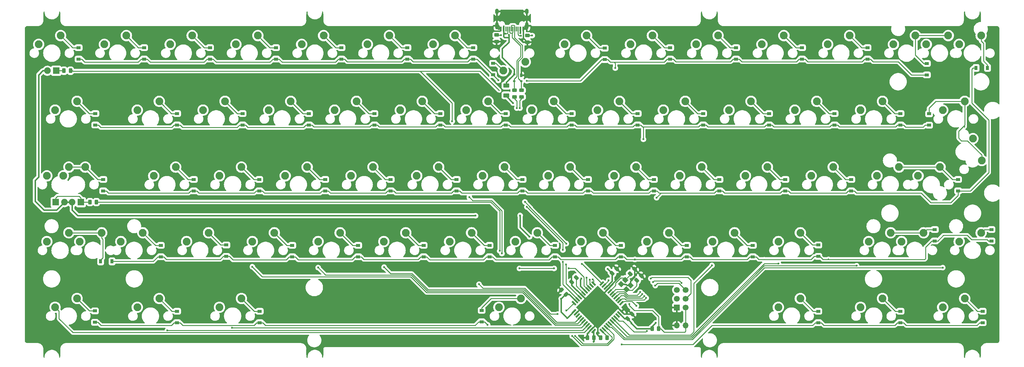
<source format=gbl>
G04 #@! TF.GenerationSoftware,KiCad,Pcbnew,(5.99.0-12639-gf606679164)*
G04 #@! TF.CreationDate,2021-10-23T17:35:33+02:00*
G04 #@! TF.ProjectId,IDB_reborn,4944425f-7265-4626-9f72-6e2e6b696361,rev?*
G04 #@! TF.SameCoordinates,Original*
G04 #@! TF.FileFunction,Copper,L2,Bot*
G04 #@! TF.FilePolarity,Positive*
%FSLAX46Y46*%
G04 Gerber Fmt 4.6, Leading zero omitted, Abs format (unit mm)*
G04 Created by KiCad (PCBNEW (5.99.0-12639-gf606679164)) date 2021-10-23 17:35:33*
%MOMM*%
%LPD*%
G01*
G04 APERTURE LIST*
G04 Aperture macros list*
%AMRoundRect*
0 Rectangle with rounded corners*
0 $1 Rounding radius*
0 $2 $3 $4 $5 $6 $7 $8 $9 X,Y pos of 4 corners*
0 Add a 4 corners polygon primitive as box body*
4,1,4,$2,$3,$4,$5,$6,$7,$8,$9,$2,$3,0*
0 Add four circle primitives for the rounded corners*
1,1,$1+$1,$2,$3*
1,1,$1+$1,$4,$5*
1,1,$1+$1,$6,$7*
1,1,$1+$1,$8,$9*
0 Add four rect primitives between the rounded corners*
20,1,$1+$1,$2,$3,$4,$5,0*
20,1,$1+$1,$4,$5,$6,$7,0*
20,1,$1+$1,$6,$7,$8,$9,0*
20,1,$1+$1,$8,$9,$2,$3,0*%
%AMRotRect*
0 Rectangle, with rotation*
0 The origin of the aperture is its center*
0 $1 length*
0 $2 width*
0 $3 Rotation angle, in degrees counterclockwise*
0 Add horizontal line*
21,1,$1,$2,0,0,$3*%
G04 Aperture macros list end*
G04 #@! TA.AperFunction,ComponentPad*
%ADD10C,2.250000*%
G04 #@! TD*
G04 #@! TA.AperFunction,ComponentPad*
%ADD11C,1.905000*%
G04 #@! TD*
G04 #@! TA.AperFunction,ComponentPad*
%ADD12R,1.905000X1.905000*%
G04 #@! TD*
G04 #@! TA.AperFunction,ComponentPad*
%ADD13O,1.700000X1.700000*%
G04 #@! TD*
G04 #@! TA.AperFunction,SMDPad,CuDef*
%ADD14R,1.200000X0.900000*%
G04 #@! TD*
G04 #@! TA.AperFunction,SMDPad,CuDef*
%ADD15RoundRect,0.243750X-0.243750X-0.456250X0.243750X-0.456250X0.243750X0.456250X-0.243750X0.456250X0*%
G04 #@! TD*
G04 #@! TA.AperFunction,SMDPad,CuDef*
%ADD16R,0.900000X1.200000*%
G04 #@! TD*
G04 #@! TA.AperFunction,SMDPad,CuDef*
%ADD17RoundRect,0.243750X0.494975X0.150260X0.150260X0.494975X-0.494975X-0.150260X-0.150260X-0.494975X0*%
G04 #@! TD*
G04 #@! TA.AperFunction,SMDPad,CuDef*
%ADD18RoundRect,0.243750X0.243750X0.456250X-0.243750X0.456250X-0.243750X-0.456250X0.243750X-0.456250X0*%
G04 #@! TD*
G04 #@! TA.AperFunction,SMDPad,CuDef*
%ADD19RoundRect,0.243750X0.150260X-0.494975X0.494975X-0.150260X-0.150260X0.494975X-0.494975X0.150260X0*%
G04 #@! TD*
G04 #@! TA.AperFunction,SMDPad,CuDef*
%ADD20RoundRect,0.243750X-0.150260X0.494975X-0.494975X0.150260X0.150260X-0.494975X0.494975X-0.150260X0*%
G04 #@! TD*
G04 #@! TA.AperFunction,SMDPad,CuDef*
%ADD21RoundRect,0.250000X0.625000X-0.375000X0.625000X0.375000X-0.625000X0.375000X-0.625000X-0.375000X0*%
G04 #@! TD*
G04 #@! TA.AperFunction,ComponentPad*
%ADD22C,1.700000*%
G04 #@! TD*
G04 #@! TA.AperFunction,ComponentPad*
%ADD23R,1.700000X1.700000*%
G04 #@! TD*
G04 #@! TA.AperFunction,SMDPad,CuDef*
%ADD24RoundRect,0.243750X0.456250X-0.243750X0.456250X0.243750X-0.456250X0.243750X-0.456250X-0.243750X0*%
G04 #@! TD*
G04 #@! TA.AperFunction,SMDPad,CuDef*
%ADD25R,0.700000X1.000000*%
G04 #@! TD*
G04 #@! TA.AperFunction,SMDPad,CuDef*
%ADD26R,0.700000X0.600000*%
G04 #@! TD*
G04 #@! TA.AperFunction,SMDPad,CuDef*
%ADD27RotRect,1.500000X0.550000X315.000000*%
G04 #@! TD*
G04 #@! TA.AperFunction,SMDPad,CuDef*
%ADD28RotRect,1.500000X0.550000X225.000000*%
G04 #@! TD*
G04 #@! TA.AperFunction,SMDPad,CuDef*
%ADD29R,0.600000X1.450000*%
G04 #@! TD*
G04 #@! TA.AperFunction,SMDPad,CuDef*
%ADD30R,0.300000X1.450000*%
G04 #@! TD*
G04 #@! TA.AperFunction,ComponentPad*
%ADD31O,1.000000X2.100000*%
G04 #@! TD*
G04 #@! TA.AperFunction,ComponentPad*
%ADD32O,1.000000X1.600000*%
G04 #@! TD*
G04 #@! TA.AperFunction,SMDPad,CuDef*
%ADD33RotRect,1.400000X1.200000X135.000000*%
G04 #@! TD*
G04 #@! TA.AperFunction,ViaPad*
%ADD34C,0.600000*%
G04 #@! TD*
G04 #@! TA.AperFunction,Conductor*
%ADD35C,0.381000*%
G04 #@! TD*
G04 #@! TA.AperFunction,Conductor*
%ADD36C,0.254000*%
G04 #@! TD*
G04 #@! TA.AperFunction,Conductor*
%ADD37C,0.250000*%
G04 #@! TD*
G04 APERTURE END LIST*
D10*
X-3810000Y-98991250D03*
X2540000Y-96451250D03*
D11*
X-1270000Y-106611250D03*
D12*
X1270000Y-106611250D03*
D10*
X15190000Y-98991250D03*
X21540000Y-96451250D03*
X34190000Y-98991250D03*
X40540000Y-96451250D03*
X53190000Y-98991250D03*
X59540000Y-96451250D03*
X72190000Y-98991250D03*
X78540000Y-96451250D03*
X91190000Y-98991250D03*
X97540000Y-96451250D03*
X110190000Y-98991250D03*
X116540000Y-96451250D03*
X148190000Y-98991250D03*
X154540000Y-96451250D03*
X167190000Y-98991250D03*
X173540000Y-96451250D03*
X186190000Y-98991250D03*
X192540000Y-96451250D03*
X205190000Y-98991250D03*
X211540000Y-96451250D03*
X224190000Y-98991250D03*
X230540000Y-96451250D03*
X252690000Y-98991250D03*
X259040000Y-96451250D03*
X940000Y-117991250D03*
X7290000Y-115451250D03*
X24690000Y-117991250D03*
X31040000Y-115451250D03*
X43690000Y-117991250D03*
X50040000Y-115451250D03*
X62690000Y-117991250D03*
X69040000Y-115451250D03*
X81690000Y-117991250D03*
X88040000Y-115451250D03*
X100690000Y-117991250D03*
X107040000Y-115451250D03*
X119690000Y-117991250D03*
X126040000Y-115451250D03*
X138690000Y-117991250D03*
X145040000Y-115451250D03*
X157690000Y-117991250D03*
X164040000Y-115451250D03*
X176690000Y-117991250D03*
X183040000Y-115451250D03*
X195690000Y-117991250D03*
X202040000Y-115451250D03*
X214690000Y-117991250D03*
X221040000Y-115451250D03*
X233690000Y-117991250D03*
X240040000Y-115451250D03*
X257440000Y-117991250D03*
X263790000Y-115451250D03*
X3315000Y-136991250D03*
X9665000Y-134451250D03*
D11*
X5855000Y-144611250D03*
D12*
X8395000Y-144611250D03*
D10*
X48440000Y-136991250D03*
X54790000Y-134451250D03*
X67440000Y-136991250D03*
X73790000Y-134451250D03*
X86440000Y-136991250D03*
X92790000Y-134451250D03*
X105440000Y-136991250D03*
X111790000Y-134451250D03*
X124440000Y-136991250D03*
X130790000Y-134451250D03*
X162440000Y-136991250D03*
X168790000Y-134451250D03*
X181440000Y-136991250D03*
X187790000Y-134451250D03*
X200440000Y-136991250D03*
X206790000Y-134451250D03*
X219440000Y-136991250D03*
X225790000Y-134451250D03*
X238440000Y-136991250D03*
X244790000Y-134451250D03*
X-1435000Y-155991250D03*
X4915000Y-153451250D03*
X19940000Y-155991250D03*
X26290000Y-153451250D03*
X38940000Y-155991250D03*
X45290000Y-153451250D03*
X57940000Y-155991250D03*
X64290000Y-153451250D03*
X76940000Y-155991250D03*
X83290000Y-153451250D03*
X95940000Y-155991250D03*
X102290000Y-153451250D03*
X114940000Y-155991250D03*
X121290000Y-153451250D03*
X133940000Y-155991250D03*
X140290000Y-153451250D03*
X171940000Y-155991250D03*
X178290000Y-153451250D03*
X190940000Y-155991250D03*
X197290000Y-153451250D03*
X209940000Y-155991250D03*
X216290000Y-153451250D03*
X236065000Y-155991250D03*
X242415000Y-153451250D03*
X940000Y-174991250D03*
X7290000Y-172451250D03*
X24690000Y-174991250D03*
X31040000Y-172451250D03*
X48440000Y-174991250D03*
X54790000Y-172451250D03*
X129190000Y-174991250D03*
X135540000Y-172451250D03*
X209940000Y-174991250D03*
X216290000Y-172451250D03*
X233690000Y-174991250D03*
X240040000Y-172451250D03*
X257440000Y-174991250D03*
X263790000Y-172451250D03*
X243190000Y-98991250D03*
X249540000Y-96451250D03*
X266165000Y-126221250D03*
X268705000Y-132571250D03*
X-1435000Y-136991250D03*
X4915000Y-134451250D03*
D11*
X3645000Y-144611250D03*
D12*
X1105000Y-144611250D03*
D10*
X8065000Y-155991250D03*
X14415000Y-153451250D03*
X245565000Y-155991250D03*
X251915000Y-153451250D03*
X262190000Y-98991250D03*
X268540000Y-96451250D03*
X143440000Y-136991250D03*
X149790000Y-134451250D03*
X29440000Y-136991250D03*
X35790000Y-134451250D03*
X262190000Y-155991250D03*
X268540000Y-153451250D03*
X152940000Y-155991250D03*
X159290000Y-153451250D03*
X250315000Y-136991250D03*
X256665000Y-134451250D03*
D13*
X180594000Y-180271250D03*
X183134000Y-180271250D03*
D10*
X136810560Y-104067200D03*
X130460560Y-106607200D03*
D14*
X188214000Y-122300000D03*
X188214000Y-119000000D03*
X207264000Y-122300000D03*
X207264000Y-119000000D03*
X78994000Y-141350000D03*
X78994000Y-138050000D03*
X97917000Y-141350000D03*
X97917000Y-138050000D03*
X31496000Y-160400000D03*
X31496000Y-157100000D03*
X50419000Y-160273000D03*
X50419000Y-156973000D03*
X88519000Y-160400000D03*
X88519000Y-157100000D03*
X202565000Y-160400000D03*
X202565000Y-157100000D03*
X271526000Y-155828000D03*
X271526000Y-152528000D03*
X36195000Y-179450000D03*
X36195000Y-176150000D03*
X60071000Y-179450000D03*
X60071000Y-176150000D03*
X124206000Y-179196000D03*
X124206000Y-175896000D03*
X245237000Y-179450000D03*
X245237000Y-176150000D03*
X268986000Y-179450000D03*
X268986000Y-176150000D03*
X121793000Y-103250000D03*
X121793000Y-99950000D03*
X235712000Y-103250000D03*
X235712000Y-99950000D03*
X197739000Y-103250000D03*
X197739000Y-99950000D03*
X74295000Y-122300000D03*
X74295000Y-119000000D03*
X36195000Y-122300000D03*
X36195000Y-119000000D03*
X12573000Y-122300000D03*
X12573000Y-119000000D03*
X45720000Y-103250000D03*
X45720000Y-99950000D03*
X26670000Y-103250000D03*
X26670000Y-99950000D03*
X178689000Y-103250000D03*
X178689000Y-99950000D03*
X55118000Y-122300000D03*
X55118000Y-119000000D03*
X127508000Y-107753250D03*
X127508000Y-104453250D03*
X64770000Y-103250000D03*
X64770000Y-99950000D03*
X102743000Y-103250000D03*
X102743000Y-99950000D03*
X93218000Y-122300000D03*
X93218000Y-119000000D03*
X216789000Y-103250000D03*
X216789000Y-99950000D03*
X159766000Y-103377000D03*
X159766000Y-100077000D03*
X252857000Y-107822000D03*
X252857000Y-104522000D03*
X83693000Y-103250000D03*
X83693000Y-99950000D03*
X7747000Y-103250000D03*
X7747000Y-99950000D03*
D15*
X11000500Y-144584250D03*
X12875500Y-144584250D03*
D14*
X231013000Y-141350000D03*
X231013000Y-138050000D03*
D16*
X267082000Y-105791000D03*
X270382000Y-105791000D03*
X17398000Y-161729250D03*
X14098000Y-161729250D03*
D14*
X255143000Y-155828000D03*
X255143000Y-152528000D03*
X164465000Y-160400000D03*
X164465000Y-157100000D03*
X69469000Y-160400000D03*
X69469000Y-157100000D03*
X183515000Y-160400000D03*
X183515000Y-157100000D03*
X107442000Y-160400000D03*
X107442000Y-157100000D03*
X211963000Y-141350000D03*
X211963000Y-138050000D03*
X192913000Y-141350000D03*
X192913000Y-138050000D03*
X261874000Y-141350000D03*
X261874000Y-138050000D03*
X145415000Y-160400000D03*
X145415000Y-157100000D03*
X126492000Y-160400000D03*
X126492000Y-157100000D03*
X253492000Y-122358250D03*
X253492000Y-119058250D03*
X112268000Y-122300000D03*
X112268000Y-119000000D03*
X131191000Y-122300000D03*
X131191000Y-119000000D03*
X59944000Y-141350000D03*
X59944000Y-138050000D03*
X41021000Y-141350000D03*
X41021000Y-138050000D03*
X173990000Y-141350000D03*
X173990000Y-138050000D03*
X245237000Y-122300000D03*
X245237000Y-119000000D03*
X154940000Y-141350000D03*
X154940000Y-138050000D03*
X226187000Y-122300000D03*
X226187000Y-119000000D03*
X116967000Y-141350000D03*
X116967000Y-138050000D03*
X150241000Y-122300000D03*
X150241000Y-119000000D03*
X14859000Y-141350000D03*
X14859000Y-138050000D03*
X169291000Y-122300000D03*
X169291000Y-119000000D03*
X136017000Y-141350000D03*
X136017000Y-138050000D03*
X12446000Y-179323000D03*
X12446000Y-176023000D03*
X221488000Y-179450000D03*
X221488000Y-176150000D03*
D17*
X148590000Y-171282163D03*
X147264174Y-169956337D03*
D18*
X156639500Y-183827250D03*
X154764500Y-183827250D03*
D19*
X161897087Y-165186163D03*
X163222913Y-163860337D03*
X166342087Y-178267163D03*
X167667913Y-176941337D03*
D20*
X151538913Y-166400337D03*
X150213087Y-167726163D03*
D19*
X169009087Y-167218163D03*
X170334913Y-165892337D03*
X167104087Y-165313163D03*
X168429913Y-163987337D03*
D21*
X131318000Y-113726250D03*
X131318000Y-110926250D03*
D22*
X183134000Y-169984250D03*
X180594000Y-169984250D03*
X183134000Y-172524250D03*
X180594000Y-172524250D03*
X183134000Y-175064250D03*
D23*
X180594000Y-175064250D03*
D15*
X173512000Y-181160250D03*
X175387000Y-181160250D03*
D24*
X128524000Y-98150750D03*
X128524000Y-96275750D03*
X135763000Y-114152750D03*
X135763000Y-112277750D03*
X133731000Y-114152750D03*
X133731000Y-112277750D03*
X137414000Y-98326250D03*
X137414000Y-96451250D03*
D15*
X158574500Y-183827250D03*
X160449500Y-183827250D03*
D25*
X135620000Y-107893250D03*
D26*
X135620000Y-109593250D03*
X133620000Y-109593250D03*
X133620000Y-107693250D03*
D27*
X150875064Y-173803918D03*
X151440750Y-173238233D03*
X152006435Y-172672548D03*
X152572120Y-172106862D03*
X153137806Y-171541177D03*
X153703491Y-170975491D03*
X154269177Y-170409806D03*
X154834862Y-169844120D03*
X155400548Y-169278435D03*
X155966233Y-168712750D03*
X156531918Y-168147064D03*
D28*
X158936082Y-168147064D03*
X159501767Y-168712750D03*
X160067452Y-169278435D03*
X160633138Y-169844120D03*
X161198823Y-170409806D03*
X161764509Y-170975491D03*
X162330194Y-171541177D03*
X162895880Y-172106862D03*
X163461565Y-172672548D03*
X164027250Y-173238233D03*
X164592936Y-173803918D03*
D27*
X164592936Y-176208082D03*
X164027250Y-176773767D03*
X163461565Y-177339452D03*
X162895880Y-177905138D03*
X162330194Y-178470823D03*
X161764509Y-179036509D03*
X161198823Y-179602194D03*
X160633138Y-180167880D03*
X160067452Y-180733565D03*
X159501767Y-181299250D03*
X158936082Y-181864936D03*
D28*
X156531918Y-181864936D03*
X155966233Y-181299250D03*
X155400548Y-180733565D03*
X154834862Y-180167880D03*
X154269177Y-179602194D03*
X153703491Y-179036509D03*
X153137806Y-178470823D03*
X152572120Y-177905138D03*
X152006435Y-177339452D03*
X151440750Y-176773767D03*
X150875064Y-176208082D03*
D14*
X221488000Y-160273000D03*
X221488000Y-156973000D03*
D29*
X129744000Y-94563000D03*
X130519000Y-94563000D03*
D30*
X131219000Y-94563000D03*
X131719000Y-94563000D03*
X132219000Y-94563000D03*
X132719000Y-94563000D03*
X133219000Y-94563000D03*
X133719000Y-94563000D03*
X134219000Y-94563000D03*
X134719000Y-94563000D03*
D29*
X135419000Y-94563000D03*
X136194000Y-94563000D03*
D31*
X137289000Y-93648000D03*
D32*
X137289000Y-89468000D03*
D31*
X128649000Y-93648000D03*
D32*
X128649000Y-89468000D03*
D15*
X3507500Y-106611250D03*
X5382500Y-106611250D03*
D33*
X166038777Y-169839108D03*
X164483142Y-168283473D03*
X165685223Y-167081392D03*
X167240858Y-168637027D03*
D34*
X150114000Y-164650250D03*
X268376130Y-122906340D03*
X145542000Y-168333250D03*
X139908001Y-100561249D03*
X138049000Y-154617250D03*
X153035000Y-166682250D03*
X148971000Y-178112250D03*
X147193000Y-172524250D03*
X156591000Y-184970250D03*
X167513000Y-179636250D03*
X133286500Y-115945750D03*
X174498000Y-179509250D03*
X160655000Y-163888250D03*
X135318500Y-148457750D03*
X122428000Y-148521250D03*
X170602989Y-171169239D03*
X170942000Y-126423250D03*
X174752000Y-143314250D03*
X171196000Y-171762250D03*
X168470750Y-161163000D03*
X171745989Y-172312239D03*
X125932625Y-180068625D03*
X164719000Y-185732250D03*
X168910000Y-174556250D03*
X135377564Y-95735135D03*
X132080000Y-96266000D03*
X33401000Y-181668250D03*
X52070000Y-180906250D03*
X57940000Y-163281250D03*
X76962000Y-163507250D03*
X96012000Y-163380250D03*
X146177000Y-176969250D03*
X148717000Y-175953250D03*
X123444000Y-168333250D03*
X135128000Y-163761250D03*
X149352000Y-163761250D03*
X145161000Y-163761250D03*
X153162000Y-162491250D03*
X171958000Y-181828550D03*
X190754000Y-162872250D03*
X209940000Y-162355250D03*
X232565001Y-162971249D03*
X257440000Y-163518250D03*
X151257000Y-183319250D03*
X130048000Y-159443250D03*
X120650000Y-143187250D03*
X115697000Y-121216250D03*
X129443200Y-158681250D03*
X150368000Y-183319250D03*
X166878000Y-174048250D03*
X160909000Y-167190250D03*
X174371000Y-168714250D03*
X156337000Y-166936250D03*
X131064000Y-95885000D03*
X129794000Y-96324250D03*
X148590000Y-162618250D03*
X148653500Y-156585750D03*
X135255000Y-117406250D03*
X136698659Y-144537591D03*
X147701000Y-158427250D03*
X147701000Y-161856250D03*
X137287000Y-145981250D03*
X134366000Y-117406250D03*
X138811000Y-96451250D03*
X135525700Y-96498700D03*
X155448000Y-167063250D03*
X181991000Y-167952250D03*
X173736000Y-167698250D03*
X173101000Y-166682250D03*
X154559000Y-166428250D03*
X129032000Y-109405250D03*
X162814000Y-105849250D03*
X137287000Y-109532250D03*
X170053000Y-170619250D03*
D35*
X136194000Y-94563000D02*
X136194000Y-97184750D01*
X168429913Y-163987337D02*
X168429913Y-166286517D01*
X167240858Y-167688499D02*
X167240858Y-168637027D01*
X153738846Y-175630404D02*
X156659846Y-175630404D01*
X129647499Y-94466499D02*
X129647499Y-94563000D01*
X139908001Y-104336249D02*
X136351000Y-107893250D01*
X167667913Y-176941337D02*
X165326191Y-176941337D01*
X157699208Y-175607042D02*
X157480000Y-175826250D01*
X165431670Y-168283473D02*
X164483142Y-168283473D01*
X160032098Y-170445160D02*
X160633138Y-169844120D01*
X137289000Y-93648000D02*
X137109000Y-93648000D01*
X154764500Y-182500983D02*
X155966233Y-181299250D01*
X151440750Y-176773767D02*
X152515267Y-175699250D01*
X128829000Y-93648000D02*
X129647499Y-94466499D01*
X157734000Y-182986750D02*
X157734000Y-180525250D01*
X157480000Y-172997258D02*
X160032098Y-170445160D01*
X156659846Y-175630404D02*
X157480000Y-174810250D01*
X167240858Y-167475572D02*
X167240858Y-167688499D01*
X127429500Y-98150750D02*
X128524000Y-98150750D01*
X153196523Y-176172727D02*
X153738846Y-175630404D01*
X139908001Y-100561249D02*
X139908001Y-98945251D01*
X165326191Y-176941337D02*
X164592936Y-176208082D01*
X165938008Y-168368941D02*
X165517138Y-168368941D01*
X127127000Y-95562250D02*
X127127000Y-97848250D01*
X170900597Y-166458021D02*
X170971771Y-166458021D01*
X155966233Y-181299250D02*
X157226000Y-180039483D01*
X161234178Y-169243080D02*
X161234178Y-168958598D01*
X129744000Y-94909716D02*
X129472466Y-95181250D01*
X136290501Y-94466499D02*
X136290501Y-94563000D01*
X179363000Y-175064250D02*
X180594000Y-175064250D01*
X139908001Y-98945251D02*
X139289000Y-98326250D01*
X168429913Y-166286517D02*
X167240858Y-167475572D01*
X127508000Y-95181250D02*
X127127000Y-95562250D01*
X157480000Y-175826250D02*
X157480000Y-174810250D01*
X151440750Y-176773767D02*
X152041790Y-176172727D01*
X153137806Y-171541177D02*
X154501879Y-172905250D01*
X139908001Y-100561249D02*
X139908001Y-104336249D01*
X166206094Y-168637027D02*
X165938008Y-168368941D01*
X136351000Y-107893250D02*
X135620000Y-107893250D01*
X158574500Y-183827250D02*
X157734000Y-182986750D01*
X150213087Y-168616458D02*
X153137806Y-171541177D01*
X129744000Y-94563000D02*
X129744000Y-94909716D01*
X147165087Y-169956337D02*
X145542000Y-168333250D01*
X170334913Y-165892337D02*
X170900597Y-166458021D01*
X127127000Y-97848250D02*
X127429500Y-98150750D01*
X161234178Y-168958598D02*
X164172378Y-166020398D01*
X136194000Y-97184750D02*
X137541000Y-98531750D01*
X150114000Y-164650250D02*
X150114000Y-167627076D01*
X180594000Y-180271250D02*
X180594000Y-175064250D01*
X128649000Y-93648000D02*
X128829000Y-93648000D01*
X154764500Y-183827250D02*
X154764500Y-182500983D01*
X164172378Y-164809802D02*
X163222913Y-163860337D01*
X164592936Y-176208082D02*
X163322104Y-174937250D01*
X137109000Y-93648000D02*
X136290501Y-94466499D01*
X164592936Y-176208082D02*
X163991896Y-175607042D01*
X157480000Y-174810250D02*
X157480000Y-172997258D01*
X147264174Y-169956337D02*
X147165087Y-169956337D01*
X170971771Y-166673021D02*
X179363000Y-175064250D01*
X139289000Y-98326250D02*
X137414000Y-98326250D01*
X157480000Y-179785483D02*
X157480000Y-175826250D01*
X153738846Y-172142217D02*
X153137806Y-171541177D01*
X170971771Y-166458021D02*
X170971771Y-166673021D01*
X150114000Y-167627076D02*
X150213087Y-167726163D01*
X160633138Y-169844120D02*
X161234178Y-169243080D01*
X150213087Y-167726163D02*
X150213087Y-168616458D01*
X167240858Y-168637027D02*
X166206094Y-168637027D01*
X129472466Y-95181250D02*
X127508000Y-95181250D01*
X164172378Y-166020398D02*
X164172378Y-164809802D01*
X165517138Y-168368941D02*
X165431670Y-168283473D01*
X135318500Y-148457750D02*
X135318500Y-151886750D01*
X122428000Y-148521250D02*
X7493000Y-148521250D01*
X156639500Y-184921750D02*
X156591000Y-184970250D01*
X138049000Y-154617250D02*
X135636000Y-152204250D01*
X153668137Y-169808766D02*
X154269177Y-170409806D01*
X135318500Y-151886750D02*
X135336001Y-151904251D01*
X152735001Y-166982249D02*
X152735001Y-168875630D01*
X161897087Y-167448800D02*
X160067452Y-169278435D01*
X156531918Y-183719668D02*
X156639500Y-183827250D01*
X167513000Y-179636250D02*
X169037000Y-181160250D01*
X161897087Y-165186163D02*
X161897087Y-165130337D01*
X156639500Y-183827250D02*
X156639500Y-184921750D01*
X-1270000Y-106611250D02*
X-2617038Y-106611250D01*
X161897087Y-165186163D02*
X161897087Y-167448800D01*
X173512000Y-180495250D02*
X174498000Y-179509250D01*
X167513000Y-179636250D02*
X167513000Y-179438076D01*
X-3810000Y-137345250D02*
X-4826000Y-138361250D01*
X135336001Y-151904251D02*
X138049000Y-154617250D01*
X-4826000Y-144330250D02*
X-2286000Y-146870250D01*
X-4826000Y-138361250D02*
X-4826000Y-144330250D01*
X135336001Y-148983251D02*
X135336001Y-151904251D01*
X131318000Y-113977250D02*
X133286500Y-115945750D01*
X1386000Y-146870250D02*
X3645000Y-144611250D01*
X152735001Y-168875630D02*
X153668137Y-169808766D01*
X156531918Y-181864936D02*
X156531918Y-183719668D01*
X-2286000Y-146870250D02*
X1386000Y-146870250D01*
X156591000Y-183875750D02*
X156639500Y-183827250D01*
X147193000Y-176334250D02*
X147193000Y-172948514D01*
X-2617038Y-106611250D02*
X-3810000Y-107804212D01*
X169037000Y-181160250D02*
X173512000Y-181160250D01*
X161897087Y-165130337D02*
X160655000Y-163888250D01*
X148435087Y-171282163D02*
X147193000Y-172524250D01*
X3645000Y-144611250D02*
X5855000Y-144611250D01*
X147193000Y-172948514D02*
X147193000Y-172524250D01*
X153035000Y-166682250D02*
X152735001Y-166982249D01*
X148590000Y-171282163D02*
X148435087Y-171282163D01*
X5855000Y-146883250D02*
X5855000Y-144611250D01*
X167513000Y-179438076D02*
X166342087Y-178267163D01*
X148971000Y-178112146D02*
X150875064Y-176208082D01*
X165520646Y-178267163D02*
X166342087Y-178267163D01*
X149484680Y-171282163D02*
X148590000Y-171282163D01*
X7493000Y-148521250D02*
X5855000Y-146883250D01*
X151440750Y-173238233D02*
X149484680Y-171282163D01*
X148971000Y-178112250D02*
X148971000Y-178112146D01*
X173512000Y-181160250D02*
X173512000Y-180495250D01*
X-3810000Y-107804212D02*
X-3810000Y-137345250D01*
X164027250Y-176773767D02*
X165520646Y-178267163D01*
X148971000Y-178112250D02*
X147193000Y-176334250D01*
D36*
X186830049Y-122829951D02*
X187360000Y-122300000D01*
X75678951Y-122829951D02*
X91834049Y-122829951D01*
X252350000Y-122358250D02*
X251801910Y-122906340D01*
X208647951Y-122829951D02*
X224803049Y-122829951D01*
X54264000Y-122300000D02*
X55118000Y-122300000D01*
X246697340Y-122906340D02*
X246091000Y-122300000D01*
X189597951Y-122829951D02*
X205880049Y-122829951D01*
X148857049Y-122829951D02*
X149387000Y-122300000D01*
X110884049Y-122829951D02*
X111414000Y-122300000D01*
X55118000Y-122300000D02*
X55972000Y-122300000D01*
X170674951Y-122829951D02*
X170777701Y-122829951D01*
X224803049Y-122829951D02*
X225333000Y-122300000D01*
X132045000Y-122300000D02*
X132574951Y-122829951D01*
X226187000Y-122300000D02*
X227041000Y-122300000D01*
X34609750Y-123031250D02*
X35341000Y-122300000D01*
X170777701Y-122829951D02*
X186830049Y-122829951D01*
X129807049Y-122829951D02*
X130337000Y-122300000D01*
X225333000Y-122300000D02*
X226187000Y-122300000D01*
X165331827Y-171022424D02*
X163980318Y-171022424D01*
X168437000Y-122300000D02*
X169291000Y-122300000D01*
X253492000Y-122358250D02*
X252350000Y-122358250D01*
X246091000Y-122300000D02*
X245237000Y-122300000D01*
X227570951Y-122829951D02*
X243853049Y-122829951D01*
X13427000Y-122300000D02*
X14158250Y-123031250D01*
X244383000Y-122300000D02*
X245237000Y-122300000D01*
X132574951Y-122829951D02*
X148857049Y-122829951D01*
X112268000Y-122300000D02*
X113122000Y-122300000D01*
X151095000Y-122300000D02*
X151624951Y-122829951D01*
X74295000Y-122300000D02*
X75149000Y-122300000D01*
X169832168Y-171940060D02*
X170602989Y-171169239D01*
X251801910Y-122906340D02*
X246697340Y-122906340D01*
X170942000Y-126423250D02*
X170942000Y-122994250D01*
X37049000Y-122300000D02*
X37780250Y-123031250D01*
X151624951Y-122829951D02*
X167907049Y-122829951D01*
X167907049Y-122829951D02*
X168437000Y-122300000D01*
X166249462Y-171940060D02*
X165331827Y-171022424D01*
X167386000Y-171940060D02*
X169832168Y-171940060D01*
X149387000Y-122300000D02*
X150241000Y-122300000D01*
X131191000Y-122300000D02*
X132045000Y-122300000D01*
X94601951Y-122829951D02*
X110884049Y-122829951D01*
X35341000Y-122300000D02*
X36195000Y-122300000D01*
X170942000Y-122994250D02*
X170777701Y-122829951D01*
X207264000Y-122300000D02*
X208118000Y-122300000D01*
X187360000Y-122300000D02*
X188214000Y-122300000D01*
X243853049Y-122829951D02*
X244383000Y-122300000D01*
X188214000Y-122300000D02*
X189068000Y-122300000D01*
X113651951Y-122829951D02*
X129807049Y-122829951D01*
X75149000Y-122300000D02*
X75678951Y-122829951D01*
X150241000Y-122300000D02*
X151095000Y-122300000D01*
X189068000Y-122300000D02*
X189597951Y-122829951D01*
X170145000Y-122300000D02*
X170674951Y-122829951D01*
X111414000Y-122300000D02*
X112268000Y-122300000D01*
X206410000Y-122300000D02*
X207264000Y-122300000D01*
X227041000Y-122300000D02*
X227570951Y-122829951D01*
X36195000Y-122300000D02*
X37049000Y-122300000D01*
X53532750Y-123031250D02*
X54264000Y-122300000D01*
X169291000Y-122300000D02*
X170145000Y-122300000D01*
X91834049Y-122829951D02*
X92364000Y-122300000D01*
X208118000Y-122300000D02*
X208647951Y-122829951D01*
X113122000Y-122300000D02*
X113651951Y-122829951D01*
X56672000Y-123000000D02*
X72741000Y-123000000D01*
X37780250Y-123031250D02*
X53532750Y-123031250D01*
X93218000Y-122300000D02*
X94072000Y-122300000D01*
X72741000Y-123000000D02*
X73441000Y-122300000D01*
X12573000Y-122300000D02*
X13427000Y-122300000D01*
X130337000Y-122300000D02*
X131191000Y-122300000D01*
X55972000Y-122300000D02*
X56672000Y-123000000D01*
X167386000Y-171940060D02*
X166249462Y-171940060D01*
X14158250Y-123031250D02*
X34609750Y-123031250D01*
X94072000Y-122300000D02*
X94601951Y-122829951D01*
X205880049Y-122829951D02*
X206410000Y-122300000D01*
X92364000Y-122300000D02*
X93218000Y-122300000D01*
X163980318Y-171022424D02*
X162895880Y-172106862D01*
X73441000Y-122300000D02*
X74295000Y-122300000D01*
D37*
X2540000Y-96451250D02*
X6038750Y-99950000D01*
X6038750Y-99950000D02*
X7747000Y-99950000D01*
X21540000Y-96451250D02*
X22664999Y-97576249D01*
X25020000Y-99950000D02*
X26670000Y-99950000D01*
X22664999Y-97576249D02*
X22664999Y-97594999D01*
X22664999Y-97594999D02*
X25020000Y-99950000D01*
X40540000Y-96451250D02*
X44038750Y-99950000D01*
X44038750Y-99950000D02*
X45720000Y-99950000D01*
X60664999Y-97621999D02*
X62993000Y-99950000D01*
X60664999Y-97576249D02*
X60664999Y-97621999D01*
X59540000Y-96451250D02*
X60664999Y-97576249D01*
X62993000Y-99950000D02*
X64770000Y-99950000D01*
X82043000Y-99950000D02*
X83693000Y-99950000D01*
X78540000Y-96451250D02*
X79664999Y-97576249D01*
X79664999Y-97576249D02*
X79669249Y-97576249D01*
X79669249Y-97576249D02*
X82043000Y-99950000D01*
X101038750Y-99950000D02*
X102743000Y-99950000D01*
X97540000Y-96451250D02*
X101038750Y-99950000D01*
X117664999Y-97598999D02*
X120016000Y-99950000D01*
X120016000Y-99950000D02*
X121793000Y-99950000D01*
X116540000Y-96451250D02*
X117664999Y-97576249D01*
X117664999Y-97576249D02*
X117664999Y-97598999D01*
D36*
X129335561Y-105482201D02*
X130460560Y-106607200D01*
X127508000Y-104453250D02*
X128306610Y-104453250D01*
X128306610Y-104453250D02*
X129335561Y-105482201D01*
X158165750Y-100077000D02*
X159766000Y-100077000D01*
X154540000Y-96451250D02*
X158165750Y-100077000D01*
X177038750Y-99950000D02*
X173540000Y-96451250D01*
X178689000Y-99950000D02*
X177038750Y-99950000D01*
X196038750Y-99950000D02*
X192540000Y-96451250D01*
X197739000Y-99950000D02*
X196038750Y-99950000D01*
X216789000Y-99950000D02*
X215038750Y-99950000D01*
X215038750Y-99950000D02*
X211540000Y-96451250D01*
X235712000Y-99950000D02*
X234038750Y-99950000D01*
X234038750Y-99950000D02*
X230540000Y-96451250D01*
X249540000Y-96451250D02*
X259040000Y-96451250D01*
X249540000Y-96451250D02*
X249540000Y-102059000D01*
X252003000Y-104522000D02*
X252857000Y-104522000D01*
X249540000Y-102059000D02*
X252003000Y-104522000D01*
X175850750Y-142000000D02*
X176320250Y-142000000D01*
X117821000Y-141350000D02*
X118471000Y-142000000D01*
X167386000Y-172397250D02*
X170561000Y-172397250D01*
X40167000Y-141350000D02*
X41021000Y-141350000D01*
X175494000Y-142000000D02*
X175850750Y-142000000D01*
X259750000Y-144750000D02*
X261874000Y-142626000D01*
X193767000Y-141350000D02*
X194417000Y-142000000D01*
X270750000Y-136000000D02*
X265400000Y-141350000D01*
X176320250Y-142000000D02*
X191409000Y-142000000D01*
X136871000Y-141350000D02*
X137521000Y-142000000D01*
X155794000Y-141350000D02*
X154940000Y-141350000D01*
X166095982Y-172397250D02*
X165333982Y-171635250D01*
X15713000Y-141350000D02*
X16363000Y-142000000D01*
X80498000Y-142000000D02*
X96413000Y-142000000D01*
X211109000Y-141350000D02*
X211963000Y-141350000D01*
X137521000Y-142000000D02*
X153436000Y-142000000D01*
X134513000Y-142000000D02*
X135163000Y-141350000D01*
X59944000Y-141350000D02*
X60798000Y-141350000D01*
X174752000Y-143314250D02*
X175051999Y-143014251D01*
X60798000Y-141350000D02*
X61448000Y-142000000D01*
X270750000Y-120849250D02*
X270750000Y-136000000D01*
X41875000Y-141350000D02*
X42525000Y-142000000D01*
X266209000Y-105791000D02*
X265859925Y-106140075D01*
X59090000Y-141350000D02*
X59944000Y-141350000D01*
X267082000Y-105791000D02*
X266209000Y-105791000D01*
X165333982Y-171635250D02*
X164498863Y-171635250D01*
X116967000Y-141350000D02*
X117821000Y-141350000D01*
X265400000Y-141350000D02*
X261874000Y-141350000D01*
X39517000Y-142000000D02*
X40167000Y-141350000D01*
X211963000Y-141350000D02*
X212817000Y-141350000D01*
X156444000Y-142000000D02*
X155794000Y-141350000D01*
X118471000Y-142000000D02*
X134513000Y-142000000D01*
X98771000Y-141350000D02*
X99421000Y-142000000D01*
X136017000Y-141350000D02*
X136871000Y-141350000D01*
X172486000Y-142000000D02*
X156444000Y-142000000D01*
X167386000Y-172397250D02*
X166095982Y-172397250D01*
X254000000Y-144750000D02*
X259750000Y-144750000D01*
X176066250Y-142000000D02*
X174752000Y-143314250D01*
X116113000Y-141350000D02*
X116967000Y-141350000D01*
X210459000Y-142000000D02*
X211109000Y-141350000D01*
X213467000Y-142000000D02*
X229509000Y-142000000D01*
X99421000Y-142000000D02*
X115463000Y-142000000D01*
X261874000Y-142626000D02*
X261874000Y-141350000D01*
X231013000Y-141350000D02*
X231867000Y-141350000D01*
X96413000Y-142000000D02*
X97063000Y-141350000D01*
X153436000Y-142000000D02*
X154086000Y-141350000D01*
X115463000Y-142000000D02*
X116113000Y-141350000D01*
X173136000Y-141350000D02*
X172486000Y-142000000D01*
X173990000Y-141350000D02*
X173136000Y-141350000D01*
X16363000Y-142000000D02*
X39517000Y-142000000D01*
X41021000Y-141350000D02*
X41875000Y-141350000D01*
X79848000Y-141350000D02*
X80498000Y-142000000D01*
X232517000Y-142000000D02*
X251250000Y-142000000D01*
X170561000Y-172397250D02*
X171196000Y-171762250D01*
X191409000Y-142000000D02*
X192059000Y-141350000D01*
X42525000Y-142000000D02*
X58440000Y-142000000D01*
X97063000Y-141350000D02*
X97917000Y-141350000D01*
X229509000Y-142000000D02*
X230159000Y-141350000D01*
X14859000Y-141350000D02*
X15713000Y-141350000D01*
X173990000Y-141350000D02*
X174844000Y-141350000D01*
X97917000Y-141350000D02*
X98771000Y-141350000D01*
X154086000Y-141350000D02*
X154940000Y-141350000D01*
X192059000Y-141350000D02*
X192913000Y-141350000D01*
X265859925Y-106140075D02*
X265859925Y-115959175D01*
X192913000Y-141350000D02*
X193767000Y-141350000D01*
X135163000Y-141350000D02*
X136017000Y-141350000D01*
X61448000Y-142000000D02*
X77490000Y-142000000D01*
X251250000Y-142000000D02*
X254000000Y-144750000D01*
X265859925Y-115959175D02*
X270750000Y-120849250D01*
X164498863Y-171635250D02*
X163461565Y-172672548D01*
X194417000Y-142000000D02*
X210459000Y-142000000D01*
X174844000Y-141350000D02*
X175494000Y-142000000D01*
X176320250Y-142000000D02*
X176066250Y-142000000D01*
X230159000Y-141350000D02*
X231013000Y-141350000D01*
X212817000Y-141350000D02*
X213467000Y-142000000D01*
X78994000Y-141350000D02*
X79848000Y-141350000D01*
X231867000Y-141350000D02*
X232517000Y-142000000D01*
X58440000Y-142000000D02*
X59090000Y-141350000D01*
X78140000Y-141350000D02*
X78994000Y-141350000D01*
X77490000Y-142000000D02*
X78140000Y-141350000D01*
X12573000Y-119000000D02*
X10838750Y-119000000D01*
X10838750Y-119000000D02*
X7290000Y-115451250D01*
X32164999Y-116576249D02*
X31040000Y-115451250D01*
X36195000Y-119000000D02*
X34588750Y-119000000D01*
X34588750Y-119000000D02*
X32164999Y-116576249D01*
X53588750Y-119000000D02*
X50040000Y-115451250D01*
X55118000Y-119000000D02*
X53588750Y-119000000D01*
X72588750Y-119000000D02*
X69040000Y-115451250D01*
X74295000Y-119000000D02*
X72588750Y-119000000D01*
X93218000Y-119000000D02*
X91588750Y-119000000D01*
X91588750Y-119000000D02*
X88040000Y-115451250D01*
X112268000Y-119000000D02*
X110588750Y-119000000D01*
X110588750Y-119000000D02*
X107040000Y-115451250D01*
X129588750Y-119000000D02*
X126040000Y-115451250D01*
X131191000Y-119000000D02*
X129588750Y-119000000D01*
X148588750Y-119000000D02*
X145040000Y-115451250D01*
X150241000Y-119000000D02*
X148588750Y-119000000D01*
X167588750Y-119000000D02*
X164040000Y-115451250D01*
X169291000Y-119000000D02*
X167588750Y-119000000D01*
X186588750Y-119000000D02*
X183040000Y-115451250D01*
X188214000Y-119000000D02*
X186588750Y-119000000D01*
X207264000Y-119000000D02*
X205588750Y-119000000D01*
X205588750Y-119000000D02*
X202040000Y-115451250D01*
X224588750Y-119000000D02*
X221040000Y-115451250D01*
X226187000Y-119000000D02*
X224588750Y-119000000D01*
X240040000Y-115451250D02*
X243588750Y-119000000D01*
X243588750Y-119000000D02*
X245237000Y-119000000D01*
X263790000Y-115451250D02*
X263790000Y-122348250D01*
X262042770Y-126073020D02*
X262834440Y-126864690D01*
X263790000Y-122742450D02*
X263626110Y-122906340D01*
X262834440Y-126864690D02*
X264589430Y-126864690D01*
X268705000Y-130980260D02*
X268705000Y-132571250D01*
X263790000Y-122348250D02*
X262042770Y-124095480D01*
X253492000Y-117406250D02*
X253492000Y-119058250D01*
X262042770Y-124095480D02*
X262042770Y-126073020D01*
X255447000Y-115451250D02*
X253492000Y-117406250D01*
X263790000Y-115451250D02*
X255447000Y-115451250D01*
X264589430Y-126864690D02*
X268705000Y-130980260D01*
X255997000Y-155828000D02*
X255143000Y-155828000D01*
X107442000Y-160400000D02*
X106588000Y-160400000D01*
X202565000Y-160400000D02*
X203521750Y-160400000D01*
X184369000Y-160400000D02*
X183515000Y-160400000D01*
X252510000Y-160873770D02*
X252510000Y-157607000D01*
X29312750Y-161729250D02*
X30642000Y-160400000D01*
X219387250Y-161163000D02*
X220277250Y-160273000D01*
X145415000Y-160400000D02*
X144561000Y-160400000D01*
X52290000Y-161290000D02*
X67725000Y-161290000D01*
X164745545Y-172519938D02*
X164027250Y-173238233D01*
X143671000Y-161290000D02*
X128236000Y-161290000D01*
X108296000Y-160400000D02*
X107442000Y-160400000D01*
X124748000Y-161290000D02*
X109186000Y-161290000D01*
X67725000Y-161290000D02*
X68615000Y-160400000D01*
X224213250Y-161163000D02*
X252220770Y-161163000D01*
X264541000Y-154178000D02*
X257647000Y-154178000D01*
X126492000Y-160400000D02*
X125638000Y-160400000D01*
X221936750Y-160273000D02*
X222826750Y-161163000D01*
X165917121Y-172829060D02*
X167386000Y-172829060D01*
X109186000Y-161290000D02*
X108296000Y-160400000D01*
X127346000Y-160400000D02*
X126492000Y-160400000D01*
X270292000Y-155448000D02*
X265811000Y-155448000D01*
X30642000Y-160400000D02*
X31496000Y-160400000D01*
X106588000Y-160400000D02*
X105825000Y-161163000D01*
X87665000Y-160400000D02*
X88519000Y-160400000D01*
X69469000Y-160400000D02*
X70323000Y-160400000D01*
X252510000Y-157607000D02*
X254289000Y-155828000D01*
X31496000Y-160400000D02*
X32350000Y-160400000D01*
X271526000Y-155828000D02*
X270672000Y-155828000D01*
X50419000Y-160273000D02*
X51273000Y-160273000D01*
X86775000Y-161290000D02*
X87665000Y-160400000D01*
X128236000Y-161290000D02*
X127346000Y-160400000D01*
X144561000Y-160400000D02*
X143671000Y-161290000D01*
X147032000Y-161163000D02*
X146269000Y-160400000D01*
X71213000Y-161290000D02*
X86775000Y-161290000D01*
X200948000Y-161163000D02*
X185132000Y-161163000D01*
X89373000Y-160400000D02*
X88519000Y-160400000D01*
X205798250Y-161163000D02*
X205867000Y-161094250D01*
X181898000Y-161163000D02*
X168470750Y-161163000D01*
X257647000Y-154178000D02*
X255997000Y-155828000D01*
X90136000Y-161163000D02*
X89373000Y-160400000D01*
X254289000Y-155828000D02*
X255143000Y-155828000D01*
X265811000Y-155448000D02*
X264541000Y-154178000D01*
X220277250Y-160273000D02*
X221488000Y-160273000D01*
X221488000Y-160273000D02*
X221936750Y-160273000D01*
X51273000Y-160273000D02*
X52290000Y-161290000D01*
X17398000Y-161729250D02*
X29312750Y-161729250D01*
X70323000Y-160400000D02*
X71213000Y-161290000D01*
X222826750Y-161163000D02*
X224213250Y-161163000D01*
X33113000Y-161163000D02*
X48675000Y-161163000D01*
X125638000Y-160400000D02*
X124748000Y-161290000D01*
X162848000Y-161163000D02*
X147032000Y-161163000D01*
X146269000Y-160400000D02*
X145415000Y-160400000D01*
X252220770Y-161163000D02*
X252510000Y-160873770D01*
X105825000Y-161163000D02*
X90136000Y-161163000D01*
X32350000Y-160400000D02*
X33113000Y-161163000D01*
X204284750Y-161163000D02*
X205427750Y-161163000D01*
X183515000Y-160400000D02*
X182661000Y-160400000D01*
X164465000Y-160400000D02*
X163611000Y-160400000D01*
X182661000Y-160400000D02*
X181898000Y-161163000D01*
X202565000Y-160400000D02*
X201711000Y-160400000D01*
X165608000Y-172519938D02*
X164745545Y-172519938D01*
X224213250Y-161163000D02*
X224409000Y-160967250D01*
X201711000Y-160400000D02*
X200948000Y-161163000D01*
X165917121Y-172829060D02*
X165608000Y-172519938D01*
X270672000Y-155828000D02*
X270292000Y-155448000D01*
X205427750Y-161163000D02*
X205798250Y-161163000D01*
X166082000Y-161163000D02*
X165319000Y-160400000D01*
X185132000Y-161163000D02*
X184369000Y-160400000D01*
X165319000Y-160400000D02*
X164465000Y-160400000D01*
X49565000Y-160273000D02*
X50419000Y-160273000D01*
X163611000Y-160400000D02*
X162848000Y-161163000D01*
X48675000Y-161163000D02*
X49565000Y-160273000D01*
X68615000Y-160400000D02*
X69469000Y-160400000D01*
X205427750Y-161163000D02*
X219387250Y-161163000D01*
X203521750Y-160400000D02*
X204284750Y-161163000D01*
X167386000Y-172829060D02*
X171229168Y-172829060D01*
X168470750Y-161163000D02*
X166082000Y-161163000D01*
X171229168Y-172829060D02*
X171745989Y-172312239D01*
X6505990Y-134451250D02*
X9665000Y-134451250D01*
X14859000Y-138050000D02*
X13263750Y-138050000D01*
X4915000Y-134451250D02*
X6505990Y-134451250D01*
X13263750Y-138050000D02*
X9665000Y-134451250D01*
X39388750Y-138050000D02*
X35790000Y-134451250D01*
X41021000Y-138050000D02*
X39388750Y-138050000D01*
X59944000Y-138050000D02*
X58388750Y-138050000D01*
X58388750Y-138050000D02*
X54790000Y-134451250D01*
X78994000Y-138050000D02*
X77388750Y-138050000D01*
X77388750Y-138050000D02*
X73790000Y-134451250D01*
X97917000Y-138050000D02*
X96388750Y-138050000D01*
X96388750Y-138050000D02*
X92790000Y-134451250D01*
X115388750Y-138050000D02*
X111790000Y-134451250D01*
X116967000Y-138050000D02*
X115388750Y-138050000D01*
X134388750Y-138050000D02*
X130790000Y-134451250D01*
X136017000Y-138050000D02*
X134388750Y-138050000D01*
X153388750Y-138050000D02*
X149790000Y-134451250D01*
X154940000Y-138050000D02*
X153388750Y-138050000D01*
X173990000Y-138050000D02*
X172388750Y-138050000D01*
X172388750Y-138050000D02*
X168790000Y-134451250D01*
X192913000Y-138050000D02*
X191388750Y-138050000D01*
X191388750Y-138050000D02*
X187790000Y-134451250D01*
X210388750Y-138050000D02*
X206790000Y-134451250D01*
X211963000Y-138050000D02*
X210388750Y-138050000D01*
X231013000Y-138050000D02*
X229388750Y-138050000D01*
X229388750Y-138050000D02*
X225790000Y-134451250D01*
X260263750Y-138050000D02*
X256665000Y-134451250D01*
X256665000Y-134451250D02*
X255074010Y-134451250D01*
X255074010Y-134451250D02*
X244790000Y-134451250D01*
X261874000Y-138050000D02*
X260263750Y-138050000D01*
X268540000Y-96451250D02*
X268540000Y-98042240D01*
X269222000Y-103777000D02*
X269222000Y-101745000D01*
X268540000Y-98042240D02*
X269222000Y-98724240D01*
X269222000Y-98724240D02*
X269222000Y-101745000D01*
X269222000Y-103777000D02*
X270382000Y-104937000D01*
X270382000Y-104937000D02*
X270382000Y-105791000D01*
X269222000Y-101745000D02*
X269222000Y-101618000D01*
X185293000Y-185732250D02*
X185293000Y-185732250D01*
X164719000Y-185732250D02*
X173990000Y-185732250D01*
X244383000Y-179450000D02*
X243583000Y-180250000D01*
X220634000Y-179450000D02*
X221488000Y-179450000D01*
X37849000Y-180250000D02*
X58417000Y-180250000D01*
X35341000Y-179450000D02*
X36195000Y-179450000D01*
X223142000Y-180250000D02*
X222342000Y-179450000D01*
X245237000Y-179450000D02*
X244383000Y-179450000D01*
X58417000Y-180250000D02*
X59217000Y-179450000D01*
X37049000Y-179450000D02*
X37849000Y-180250000D01*
X123352000Y-179196000D02*
X122298000Y-180250000D01*
X185293000Y-185732250D02*
X190754000Y-180271250D01*
X60925000Y-179450000D02*
X60071000Y-179450000D01*
X124206000Y-179196000D02*
X125060000Y-179196000D01*
X36195000Y-179450000D02*
X37049000Y-179450000D01*
X173990000Y-185732250D02*
X185293000Y-185732250D01*
X14227000Y-180250000D02*
X34541000Y-180250000D01*
X246091000Y-179450000D02*
X246891000Y-180250000D01*
X222342000Y-179450000D02*
X221488000Y-179450000D01*
X61725000Y-180250000D02*
X60925000Y-179450000D01*
X125060000Y-179196000D02*
X125932625Y-180068625D01*
X122298000Y-180250000D02*
X61725000Y-180250000D01*
X268132000Y-179450000D02*
X268986000Y-179450000D01*
X243583000Y-180250000D02*
X223142000Y-180250000D01*
X173482000Y-185732250D02*
X173990000Y-185732250D01*
X165379380Y-173260870D02*
X165227000Y-173413250D01*
X190754000Y-180271250D02*
X219812750Y-180271250D01*
X267332000Y-180250000D02*
X268132000Y-179450000D01*
X246091000Y-179450000D02*
X245237000Y-179450000D01*
X167386000Y-173260870D02*
X167614620Y-173260870D01*
X34541000Y-180250000D02*
X35341000Y-179450000D01*
X12446000Y-179323000D02*
X13300000Y-179323000D01*
X167614620Y-173260870D02*
X168910000Y-174556250D01*
X219812750Y-180271250D02*
X220634000Y-179450000D01*
X13300000Y-179323000D02*
X14227000Y-180250000D01*
X167386000Y-173260870D02*
X165379380Y-173260870D01*
X59217000Y-179450000D02*
X60071000Y-179450000D01*
X246891000Y-180250000D02*
X267332000Y-180250000D01*
X124206000Y-179196000D02*
X123352000Y-179196000D01*
X13844000Y-161579000D02*
X14732000Y-160691000D01*
X14415000Y-155042240D02*
X14732000Y-155359240D01*
X14732000Y-155359240D02*
X14732000Y-160691000D01*
X4915000Y-153451250D02*
X14415000Y-153451250D01*
X14415000Y-153451250D02*
X14415000Y-155042240D01*
X31496000Y-157100000D02*
X29938750Y-157100000D01*
X29938750Y-157100000D02*
X26290000Y-153451250D01*
X48811750Y-156973000D02*
X45290000Y-153451250D01*
X50419000Y-156973000D02*
X48811750Y-156973000D01*
X69469000Y-157100000D02*
X67938750Y-157100000D01*
X67938750Y-157100000D02*
X64290000Y-153451250D01*
X88519000Y-157100000D02*
X86938750Y-157100000D01*
X86938750Y-157100000D02*
X83290000Y-153451250D01*
X105938750Y-157100000D02*
X102290000Y-153451250D01*
X107442000Y-157100000D02*
X105938750Y-157100000D01*
X126492000Y-157100000D02*
X124938750Y-157100000D01*
X124938750Y-157100000D02*
X121290000Y-153451250D01*
X143938750Y-157100000D02*
X140290000Y-153451250D01*
X145415000Y-157100000D02*
X143938750Y-157100000D01*
X164465000Y-157100000D02*
X162938750Y-157100000D01*
X162938750Y-157100000D02*
X159290000Y-153451250D01*
X183515000Y-157100000D02*
X181938750Y-157100000D01*
X181938750Y-157100000D02*
X178290000Y-153451250D01*
X200938750Y-157100000D02*
X197290000Y-153451250D01*
X202565000Y-157100000D02*
X200938750Y-157100000D01*
X221488000Y-156973000D02*
X219811750Y-156973000D01*
X219811750Y-156973000D02*
X216290000Y-153451250D01*
X242415000Y-153451250D02*
X251915000Y-153451250D01*
X255143000Y-152528000D02*
X252838250Y-152528000D01*
X252838250Y-152528000D02*
X251915000Y-153451250D01*
X269463250Y-152528000D02*
X268540000Y-153451250D01*
X271526000Y-152528000D02*
X269463250Y-152528000D01*
X10861750Y-176023000D02*
X7290000Y-172451250D01*
X12446000Y-176023000D02*
X10861750Y-176023000D01*
X34738750Y-176150000D02*
X31040000Y-172451250D01*
X36195000Y-176150000D02*
X34738750Y-176150000D01*
X58488750Y-176150000D02*
X54790000Y-172451250D01*
X60071000Y-176150000D02*
X58488750Y-176150000D01*
X130102000Y-172451250D02*
X126946750Y-172451250D01*
X133949010Y-172451250D02*
X130102000Y-172451250D01*
X124206000Y-175192000D02*
X124206000Y-175896000D01*
X126946750Y-172451250D02*
X124206000Y-175192000D01*
X130460000Y-172451250D02*
X130102000Y-172451250D01*
X135540000Y-172451250D02*
X133949010Y-172451250D01*
X219988750Y-176150000D02*
X216290000Y-172451250D01*
X221488000Y-176150000D02*
X219988750Y-176150000D01*
X243738750Y-176150000D02*
X240040000Y-172451250D01*
X245237000Y-176150000D02*
X243738750Y-176150000D01*
X267488750Y-176150000D02*
X263790000Y-172451250D01*
X268986000Y-176150000D02*
X267488750Y-176150000D01*
D35*
X133620000Y-107693250D02*
X133570000Y-107693250D01*
X133570000Y-107693250D02*
X131842000Y-109421250D01*
X130519000Y-96640736D02*
X130519000Y-96737000D01*
X130810000Y-97028000D02*
X130519000Y-96737000D01*
X130519000Y-96356000D02*
X130519000Y-94563000D01*
X132207000Y-104833250D02*
X131953000Y-104579250D01*
X135419000Y-94563000D02*
X135419000Y-95693699D01*
X131318000Y-109945250D02*
X131318000Y-110201250D01*
X131953000Y-104579250D02*
X131699000Y-104325250D01*
X133620000Y-106246250D02*
X131699000Y-104325250D01*
X131318000Y-110201250D02*
X131318000Y-110926250D01*
X132046000Y-96967000D02*
X131985000Y-97028000D01*
X131842000Y-109421250D02*
X131318000Y-109945250D01*
X130519000Y-94563000D02*
X130519000Y-93725058D01*
X135419000Y-95693699D02*
X135377564Y-95735135D01*
X130519000Y-96737000D02*
X130519000Y-96356000D01*
X132080000Y-96266000D02*
X132080000Y-96951000D01*
X132461000Y-105087250D02*
X131953000Y-104579250D01*
X133620000Y-107693250D02*
X133620000Y-106246250D01*
X131699000Y-104325250D02*
X130175000Y-102801250D01*
X132080000Y-96951000D02*
X132096000Y-96967000D01*
X130175000Y-102801250D02*
X130175000Y-100261250D01*
X130175000Y-100261250D02*
X132096000Y-98340250D01*
X132046000Y-96967000D02*
X132096000Y-96967000D01*
X132096000Y-98340250D02*
X132096000Y-96967000D01*
X131985000Y-97028000D02*
X130810000Y-97028000D01*
X131842000Y-109421250D02*
X132461000Y-108802250D01*
D36*
X135620000Y-112134750D02*
X135763000Y-112277750D01*
X134797810Y-103869110D02*
X135940810Y-102726111D01*
X133595000Y-93460000D02*
X133719000Y-93584000D01*
X132719000Y-94563000D02*
X132719000Y-93584000D01*
X135620000Y-109593250D02*
X135570000Y-109593250D01*
X132719000Y-93584000D02*
X132843000Y-93460000D01*
X134797810Y-108821060D02*
X134797810Y-103869110D01*
X133719000Y-93584000D02*
X133719000Y-94563000D01*
X135620000Y-109593250D02*
X135620000Y-112134750D01*
X135570000Y-109593250D02*
X134797810Y-108821060D01*
X133719000Y-96717250D02*
X133719000Y-94563000D01*
X133719000Y-97098579D02*
X133719000Y-96717250D01*
X135940810Y-102726111D02*
X135940810Y-99320390D01*
X132843000Y-93460000D02*
X133595000Y-93460000D01*
X135940810Y-99320390D02*
X133719000Y-97098579D01*
X133620000Y-109039250D02*
X134366000Y-108293250D01*
X133003000Y-95758000D02*
X133219000Y-95542000D01*
X135509000Y-102547250D02*
X135509000Y-99499250D01*
X132219000Y-94563000D02*
X132219000Y-95486642D01*
X133620000Y-109593250D02*
X133620000Y-112166750D01*
X133620000Y-109593250D02*
X133620000Y-109039250D01*
X134366000Y-108293250D02*
X134366000Y-103690250D01*
X132219000Y-95486642D02*
X132490358Y-95758000D01*
X134366000Y-103690250D02*
X135509000Y-102547250D01*
X135509000Y-99499250D02*
X133003000Y-96993250D01*
X132715000Y-95758000D02*
X133003000Y-95758000D01*
X133219000Y-95542000D02*
X133219000Y-94563000D01*
X132490358Y-95758000D02*
X132715000Y-95758000D01*
X133620000Y-112166750D02*
X133731000Y-112277750D01*
X133003000Y-96993250D02*
X133003000Y-95758000D01*
X1270000Y-106611250D02*
X3507500Y-106611250D01*
X122682000Y-181668250D02*
X150876000Y-181668250D01*
X153334492Y-181668250D02*
X154834862Y-180167880D01*
X150876000Y-181668250D02*
X153334492Y-181668250D01*
X150368000Y-181668250D02*
X150876000Y-181668250D01*
X33401000Y-181668250D02*
X122682000Y-181668250D01*
X52070000Y-180906250D02*
X148336000Y-180906250D01*
X149479000Y-180906250D02*
X149733000Y-180906250D01*
X148336000Y-180906250D02*
X149733000Y-180906250D01*
X152965121Y-180906250D02*
X154269177Y-179602194D01*
X149733000Y-180906250D02*
X152965121Y-180906250D01*
X145487990Y-180144250D02*
X152595750Y-180144250D01*
X108332086Y-170746250D02*
X136089990Y-170746250D01*
X136089990Y-170746250D02*
X145487990Y-180144250D01*
X152595750Y-180144250D02*
X153703491Y-179036509D01*
X103760086Y-166174250D02*
X108332086Y-170746250D01*
X57940000Y-163281250D02*
X60833000Y-166174250D01*
X60833000Y-166174250D02*
X103760086Y-166174250D01*
X79121000Y-165666250D02*
X103862756Y-165666250D01*
X145666850Y-179712440D02*
X151896189Y-179712440D01*
X103862756Y-165666250D02*
X108510946Y-170314440D01*
X76962000Y-163507250D02*
X79121000Y-165666250D01*
X108510946Y-170314440D02*
X136268850Y-170314440D01*
X151896189Y-179712440D02*
X153137806Y-178470823D01*
X136268850Y-170314440D02*
X145666850Y-179712440D01*
X104041617Y-165234440D02*
X108689807Y-169882630D01*
X145845710Y-179280630D02*
X151196628Y-179280630D01*
X136447710Y-169882630D02*
X145845710Y-179280630D01*
X96012000Y-163380250D02*
X97866190Y-165234440D01*
X151196628Y-179280630D02*
X152572120Y-177905138D01*
X133375380Y-169882630D02*
X136447710Y-169882630D01*
X108689807Y-169882630D02*
X133375380Y-169882630D01*
X97866190Y-165234440D02*
X104041617Y-165234440D01*
X133375380Y-169882630D02*
X133248380Y-169882630D01*
X146177000Y-176969250D02*
X144145000Y-176969250D01*
X150609900Y-174069082D02*
X150601168Y-174069082D01*
X124561570Y-169450820D02*
X123444000Y-168333250D01*
X136626570Y-169450820D02*
X124561570Y-169450820D01*
X150875064Y-173803918D02*
X150609900Y-174069082D01*
X144145000Y-176969250D02*
X136626570Y-169450820D01*
X150601168Y-174069082D02*
X148717000Y-175953250D01*
X153797000Y-166301250D02*
X153797000Y-168806258D01*
X151257000Y-163761250D02*
X153797000Y-166301250D01*
X135128000Y-163761250D02*
X145161000Y-163761250D01*
X149352000Y-163761250D02*
X151257000Y-163761250D01*
X153797000Y-168806258D02*
X154834862Y-169844120D01*
X153280268Y-162491250D02*
X153162000Y-162491250D01*
X158936082Y-168147064D02*
X153280268Y-162491250D01*
X171958000Y-181828550D02*
X171658001Y-182128549D01*
X163923699Y-178932957D02*
X163496920Y-178506178D01*
X165031707Y-178932957D02*
X163923699Y-178932957D01*
X171658001Y-182128549D02*
X168227299Y-182128549D01*
X168227299Y-182128549D02*
X165031707Y-178932957D01*
X163496920Y-178506178D02*
X162895880Y-177905138D01*
X166901310Y-183041940D02*
X184554310Y-183041940D01*
X187261500Y-166364750D02*
X190754000Y-162872250D01*
X185547000Y-182049250D02*
X185547000Y-168079250D01*
X162330194Y-178470823D02*
X166901310Y-183041940D01*
X185547000Y-168079250D02*
X187261500Y-166364750D01*
X184554310Y-183041940D02*
X185547000Y-182049250D01*
X161764509Y-179036509D02*
X166201750Y-183473750D01*
X166201750Y-183473750D02*
X184733170Y-183473750D01*
X205876000Y-162355250D02*
X209940000Y-162355250D01*
X191643000Y-176588250D02*
X205876000Y-162355250D01*
X184733170Y-183473750D02*
X191618671Y-176588250D01*
X191618671Y-176588250D02*
X191643000Y-176588250D01*
X185879342Y-182938250D02*
X184912032Y-183905560D01*
X164309440Y-182712810D02*
X161198823Y-179602194D01*
X185903670Y-182938250D02*
X185879342Y-182938250D01*
X165502190Y-183905560D02*
X164309440Y-182712810D01*
X232565001Y-162971249D02*
X205870671Y-162971249D01*
X205870671Y-162971249D02*
X185903670Y-182938250D01*
X184912032Y-183905560D02*
X165502190Y-183905560D01*
X160633138Y-180167880D02*
X161234178Y-180768920D01*
X165323329Y-184337370D02*
X185115220Y-184337370D01*
X185115220Y-184337370D02*
X205876540Y-163576050D01*
X257382200Y-163576050D02*
X257440000Y-163518250D01*
X161754880Y-180768920D02*
X165323329Y-184337370D01*
X161234178Y-180768920D02*
X161754880Y-180768920D01*
X205876540Y-163576050D02*
X257382200Y-163576050D01*
X1634750Y-142875000D02*
X7865250Y-142875000D01*
X8395000Y-144611250D02*
X10801750Y-144611250D01*
X8395000Y-143404750D02*
X8395000Y-144611250D01*
X1105000Y-144611250D02*
X1105000Y-143404750D01*
X10801750Y-144611250D02*
X10922000Y-144731500D01*
X1105000Y-143404750D02*
X1634750Y-142875000D01*
X7865250Y-142875000D02*
X8395000Y-143404750D01*
X130048000Y-159443250D02*
X130048000Y-159443250D01*
X121615190Y-144152440D02*
X120650000Y-143187250D01*
X130048000Y-147124250D02*
X130048000Y-159443250D01*
X161850383Y-184155867D02*
X161226500Y-184779750D01*
X6097000Y-106738250D02*
X101981000Y-106738250D01*
X101981000Y-106738250D02*
X106426000Y-106738250D01*
X127356670Y-144457250D02*
X127051861Y-144152440D01*
X127381000Y-144457250D02*
X127356670Y-144457250D01*
X5382500Y-106611250D02*
X5970000Y-106611250D01*
X127051861Y-144152440D02*
X121615190Y-144152440D01*
X157195801Y-185575051D02*
X153512801Y-185575051D01*
X153512801Y-185575051D02*
X151257000Y-183319250D01*
X101981000Y-106738250D02*
X123698000Y-106738250D01*
X161226500Y-184779750D02*
X160629620Y-185376630D01*
X157195801Y-185575051D02*
X160431199Y-185575051D01*
X106426000Y-106738250D02*
X115697000Y-116009250D01*
X160431199Y-185575051D02*
X161226500Y-184779750D01*
X161850383Y-183647867D02*
X161850383Y-184155867D01*
X127381000Y-144457250D02*
X130048000Y-147124250D01*
X159501767Y-181299250D02*
X161850383Y-183647867D01*
X158399199Y-185575051D02*
X157195801Y-185575051D01*
X123698000Y-106738250D02*
X129286000Y-112326250D01*
X115697000Y-116009250D02*
X115697000Y-121216250D01*
X5970000Y-106611250D02*
X6097000Y-106738250D01*
X126873000Y-144584250D02*
X13463000Y-144584250D01*
X129443200Y-158681250D02*
X129443200Y-147154450D01*
X160668492Y-181334605D02*
X160829355Y-181334605D01*
X160067452Y-180733565D02*
X160668492Y-181334605D01*
X129443200Y-147154450D02*
X126873000Y-144584250D01*
X162433000Y-182938250D02*
X162433000Y-184183920D01*
X160610060Y-186006861D02*
X153055611Y-186006861D01*
X153055611Y-186006861D02*
X152463500Y-185414750D01*
X13463000Y-144584250D02*
X12875500Y-144584250D01*
X162433000Y-184183920D02*
X160610060Y-186006861D01*
X152463500Y-185414750D02*
X150368000Y-183319250D01*
X160829355Y-181334605D02*
X162433000Y-182938250D01*
X167703500Y-170047750D02*
X169009087Y-168742163D01*
X167703500Y-170047750D02*
X166038777Y-170047750D01*
X162900892Y-169839108D02*
X161764509Y-170975491D01*
X166038777Y-169839108D02*
X162900892Y-169839108D01*
X169009087Y-168742163D02*
X169009087Y-166964163D01*
X162941000Y-168667629D02*
X161198823Y-170409806D01*
X164377543Y-166515707D02*
X162941000Y-167952250D01*
X165685223Y-167081392D02*
X165119538Y-166515707D01*
X162941000Y-167952250D02*
X162941000Y-168667629D01*
X167326452Y-165440163D02*
X165685223Y-167081392D01*
X165119538Y-166515707D02*
X164377543Y-166515707D01*
X167358087Y-165440163D02*
X167326452Y-165440163D01*
X183134000Y-180271250D02*
X183134000Y-179069169D01*
X175387000Y-181160250D02*
X175387000Y-177731250D01*
X160909000Y-167305517D02*
X159501767Y-168712750D01*
X175974500Y-181160250D02*
X176990500Y-182176250D01*
X176990500Y-182176250D02*
X182880000Y-182176250D01*
X168358736Y-175953250D02*
X166878000Y-174472514D01*
X183134000Y-181922250D02*
X183134000Y-180271250D01*
X182880000Y-182176250D02*
X183134000Y-181922250D01*
X183134000Y-179069169D02*
X183134000Y-176969250D01*
X175387000Y-177731250D02*
X173609000Y-175953250D01*
X166878000Y-174472514D02*
X166878000Y-174048250D01*
X160909000Y-167190250D02*
X160909000Y-167305517D01*
X173609000Y-175953250D02*
X168358736Y-175953250D01*
X183134000Y-176969250D02*
X183134000Y-175064250D01*
X175387000Y-181160250D02*
X175974500Y-181160250D01*
X181229000Y-168079250D02*
X183134000Y-169984250D01*
X156531918Y-167131168D02*
X156337000Y-166936250D01*
X174371000Y-168714250D02*
X175006000Y-168079250D01*
X175006000Y-168079250D02*
X181229000Y-168079250D01*
X156531918Y-168147064D02*
X156531918Y-167131168D01*
X129794000Y-96324250D02*
X128572500Y-96324250D01*
X131719000Y-94563000D02*
X131719000Y-95654264D01*
X131719000Y-95654264D02*
X131488264Y-95885000D01*
X131488264Y-95885000D02*
X131064000Y-95885000D01*
X128572500Y-96324250D02*
X128524000Y-96275750D01*
X148590000Y-163126250D02*
X148590000Y-168124742D01*
X148590000Y-168124742D02*
X152572120Y-172106862D01*
X135255000Y-115248250D02*
X135255000Y-117406250D01*
X152572120Y-172106862D02*
X150703508Y-170238250D01*
X152572120Y-172106862D02*
X151971080Y-171505822D01*
X137922000Y-145854250D02*
X138430000Y-146362250D01*
X151971080Y-171505822D02*
X151971080Y-171460330D01*
X138430000Y-146268932D02*
X138430000Y-146362250D01*
X135763000Y-114152750D02*
X135763000Y-114740250D01*
X135763000Y-114740250D02*
X135255000Y-115248250D01*
X136698659Y-144537591D02*
X138430000Y-146268932D01*
X138430000Y-146362250D02*
X148653500Y-156585750D01*
X148590000Y-163126250D02*
X148590000Y-162618250D01*
X137287000Y-145981250D02*
X137287000Y-145981250D01*
X134366000Y-116981986D02*
X134366000Y-117406250D01*
X137414000Y-146108250D02*
X137287000Y-145981250D01*
X134366000Y-115375250D02*
X134366000Y-116981986D01*
X147701000Y-156395250D02*
X137414000Y-146108250D01*
X147701000Y-168367113D02*
X147701000Y-161856250D01*
X133731000Y-114152750D02*
X133731000Y-114740250D01*
X152006435Y-172672548D02*
X147701000Y-168367113D01*
X147701000Y-156395250D02*
X147701000Y-158427250D01*
X133731000Y-114740250D02*
X134366000Y-115375250D01*
X135525700Y-96498700D02*
X135022300Y-96498700D01*
X134719000Y-96195400D02*
X134719000Y-94563000D01*
X137746500Y-96451250D02*
X137541000Y-96656750D01*
X138811000Y-96451250D02*
X137746500Y-96451250D01*
X135022300Y-96498700D02*
X134719000Y-96195400D01*
X158936082Y-181864936D02*
X160449500Y-183378354D01*
X160449500Y-183378354D02*
X160449500Y-183827250D01*
X151538913Y-166400337D02*
X151538913Y-168810913D01*
X151538913Y-168810913D02*
X153703491Y-170975491D01*
X155448000Y-168194517D02*
X155448000Y-167063250D01*
X180893999Y-167398251D02*
X181437001Y-167398251D01*
X181437001Y-167398251D02*
X181991000Y-167952250D01*
X174035999Y-167398251D02*
X180893999Y-167398251D01*
X155966233Y-168712750D02*
X155448000Y-168194517D01*
X173736000Y-167698250D02*
X174035999Y-167398251D01*
X173400999Y-166382251D02*
X183850001Y-166382251D01*
X155400548Y-169278435D02*
X154559000Y-168436887D01*
X184658000Y-171000250D02*
X184658000Y-167317250D01*
X183850001Y-166382251D02*
X184721500Y-167253750D01*
X183134000Y-172524250D02*
X184658000Y-171000250D01*
X154559000Y-168436887D02*
X154559000Y-166428250D01*
X184658000Y-167317250D02*
X184721500Y-167253750D01*
X173101000Y-166682250D02*
X173400999Y-166382251D01*
X162814000Y-104462750D02*
X162491250Y-104140000D01*
X252857000Y-107822000D02*
X253366000Y-107822000D01*
X196885000Y-103250000D02*
X197739000Y-103250000D01*
X197739000Y-103250000D02*
X198593000Y-103250000D01*
X81949000Y-104140000D02*
X82839000Y-103250000D01*
X160620000Y-103377000D02*
X161383000Y-104140000D01*
X44866000Y-103250000D02*
X45720000Y-103250000D01*
X43976000Y-104140000D02*
X44866000Y-103250000D01*
X65624000Y-103250000D02*
X66514000Y-104140000D01*
X9491000Y-104140000D02*
X24926000Y-104140000D01*
X179543000Y-103250000D02*
X180306000Y-104013000D01*
X176945000Y-104140000D02*
X177835000Y-103250000D01*
X217643000Y-103250000D02*
X218406000Y-104013000D01*
X64770000Y-103250000D02*
X63916000Y-103250000D01*
X104360000Y-104013000D02*
X120176000Y-104013000D01*
X66514000Y-104140000D02*
X81949000Y-104140000D01*
X63916000Y-103250000D02*
X63026000Y-104140000D01*
X215172000Y-104013000D02*
X215935000Y-103250000D01*
X64770000Y-103250000D02*
X65624000Y-103250000D01*
X25816000Y-103250000D02*
X26670000Y-103250000D01*
X248411000Y-107822000D02*
X252857000Y-107822000D01*
X244602000Y-104013000D02*
X248411000Y-107822000D01*
X120176000Y-104013000D02*
X120939000Y-103250000D01*
X127508000Y-107881250D02*
X129032000Y-109405250D01*
X101126000Y-104013000D02*
X101889000Y-103250000D01*
X178689000Y-103250000D02*
X179543000Y-103250000D01*
X165412323Y-170492250D02*
X166428323Y-171508250D01*
X180306000Y-104013000D02*
X196122000Y-104013000D01*
X102743000Y-103250000D02*
X103597000Y-103250000D01*
X101889000Y-103250000D02*
X102743000Y-103250000D01*
X24926000Y-104140000D02*
X25816000Y-103250000D01*
X158912000Y-103377000D02*
X152756750Y-109532250D01*
X28414000Y-104140000D02*
X43976000Y-104140000D01*
X236566000Y-103250000D02*
X237329000Y-104013000D01*
X162491250Y-104140000D02*
X176945000Y-104140000D01*
X166428323Y-171508250D02*
X167386000Y-171508250D01*
X152756750Y-109532250D02*
X140970000Y-109532250D01*
X83693000Y-103250000D02*
X84547000Y-103250000D01*
X234858000Y-103250000D02*
X235712000Y-103250000D01*
X162814000Y-105849250D02*
X162814000Y-104462750D01*
X127508000Y-107753250D02*
X127358000Y-107753250D01*
X122854750Y-103250000D02*
X122647000Y-103250000D01*
X120939000Y-103250000D02*
X121793000Y-103250000D01*
X234095000Y-104013000D02*
X234858000Y-103250000D01*
X218406000Y-104013000D02*
X234095000Y-104013000D01*
X198593000Y-103250000D02*
X199356000Y-104013000D01*
X199356000Y-104013000D02*
X215172000Y-104013000D01*
X82839000Y-103250000D02*
X83693000Y-103250000D01*
X27524000Y-103250000D02*
X28414000Y-104140000D01*
X47464000Y-104140000D02*
X46574000Y-103250000D01*
X84547000Y-103250000D02*
X85310000Y-104013000D01*
X196122000Y-104013000D02*
X196885000Y-103250000D01*
X127358000Y-107753250D02*
X122854750Y-103250000D01*
X162330194Y-171541177D02*
X163379121Y-170492250D01*
X159766000Y-103377000D02*
X160620000Y-103377000D01*
X216789000Y-103250000D02*
X217643000Y-103250000D01*
X161383000Y-104140000D02*
X162491250Y-104140000D01*
X85310000Y-104013000D02*
X101126000Y-104013000D01*
X121793000Y-103250000D02*
X122647000Y-103250000D01*
X140462000Y-109532250D02*
X140208000Y-109532250D01*
X235712000Y-103250000D02*
X236566000Y-103250000D01*
X63026000Y-104140000D02*
X47464000Y-104140000D01*
X167386000Y-171508250D02*
X169164000Y-171508250D01*
X177835000Y-103250000D02*
X178689000Y-103250000D01*
X103597000Y-103250000D02*
X104360000Y-104013000D01*
X159766000Y-103377000D02*
X158912000Y-103377000D01*
X140970000Y-109532250D02*
X137287000Y-109532250D01*
X26670000Y-103250000D02*
X27524000Y-103250000D01*
X163379121Y-170492250D02*
X165412323Y-170492250D01*
X8601000Y-103250000D02*
X9491000Y-104140000D01*
X127508000Y-107753250D02*
X127508000Y-107881250D01*
X7747000Y-103250000D02*
X8601000Y-103250000D01*
X46574000Y-103250000D02*
X45720000Y-103250000D01*
X215935000Y-103250000D02*
X216789000Y-103250000D01*
X140970000Y-109532250D02*
X140462000Y-109532250D01*
X169164000Y-171508250D02*
X170053000Y-170619250D01*
X237329000Y-104013000D02*
X244602000Y-104013000D01*
X121793000Y-103250000D02*
X121943000Y-103250000D01*
X940000Y-174991250D02*
X2064999Y-176116249D01*
X2064999Y-176116249D02*
X2064999Y-178248327D01*
X151765000Y-182303250D02*
X153830863Y-182303250D01*
X153830863Y-182303250D02*
X155400548Y-180733565D01*
X151384000Y-182303250D02*
X151765000Y-182303250D01*
X151765000Y-182303250D02*
X124079000Y-182303250D01*
X124079000Y-182303250D02*
X124333000Y-182303250D01*
X6119922Y-182303250D02*
X124079000Y-182303250D01*
X2064999Y-178248327D02*
X6119922Y-182303250D01*
G04 #@! TA.AperFunction,Conductor*
G36*
X136224031Y-88990102D02*
G01*
X136270524Y-89043758D01*
X136280175Y-89104168D01*
X136281589Y-89104247D01*
X136281000Y-89114785D01*
X136281000Y-89195885D01*
X136285475Y-89211124D01*
X136286865Y-89212329D01*
X136294548Y-89214000D01*
X137417000Y-89214000D01*
X137485121Y-89234002D01*
X137531614Y-89287658D01*
X137543000Y-89340000D01*
X137543000Y-90725924D01*
X137546973Y-90739455D01*
X137554768Y-90740575D01*
X137662521Y-90708862D01*
X137673889Y-90704269D01*
X137730083Y-90674892D01*
X137762706Y-92208170D01*
X137686929Y-92167198D01*
X137675619Y-92162444D01*
X137560308Y-92126750D01*
X137546205Y-92126544D01*
X137543000Y-92133299D01*
X137543000Y-93726000D01*
X136447967Y-93726000D01*
X136464033Y-93691689D01*
X136532611Y-93615526D01*
X136532612Y-93615525D01*
X136537030Y-93610618D01*
X136540330Y-93604902D01*
X136540333Y-93604898D01*
X136624634Y-93458882D01*
X136626806Y-93460136D01*
X136665468Y-93414653D01*
X136734591Y-93394000D01*
X137016885Y-93394000D01*
X137032124Y-93389525D01*
X137033329Y-93388135D01*
X137035000Y-93380452D01*
X137035000Y-92140076D01*
X137031027Y-92126545D01*
X137023232Y-92125425D01*
X136915479Y-92157138D01*
X136904111Y-92161731D01*
X136739846Y-92247607D01*
X136729585Y-92254321D01*
X136585127Y-92370468D01*
X136576368Y-92379046D01*
X136532053Y-92431858D01*
X136472943Y-92471185D01*
X136401956Y-92472311D01*
X136361470Y-92452803D01*
X136283388Y-92396073D01*
X136283387Y-92396072D01*
X136278046Y-92392192D01*
X136272018Y-92389508D01*
X136272016Y-92389507D01*
X136124015Y-92323613D01*
X136124014Y-92323613D01*
X136117984Y-92320928D01*
X136032294Y-92302714D01*
X135953061Y-92285872D01*
X135953057Y-92285872D01*
X135946604Y-92284500D01*
X135771396Y-92284500D01*
X135764943Y-92285872D01*
X135764939Y-92285872D01*
X135685706Y-92302714D01*
X135600016Y-92320928D01*
X135593987Y-92323613D01*
X135593985Y-92323613D01*
X135445985Y-92389507D01*
X135445983Y-92389508D01*
X135439955Y-92392192D01*
X135298208Y-92495177D01*
X135180970Y-92625382D01*
X135177670Y-92631098D01*
X135177667Y-92631102D01*
X135098031Y-92769038D01*
X135093366Y-92777118D01*
X135039223Y-92943751D01*
X135038533Y-92950317D01*
X135038532Y-92950321D01*
X135023805Y-93090447D01*
X135020909Y-93118000D01*
X135021599Y-93124565D01*
X135028511Y-93190330D01*
X135015739Y-93260168D01*
X134967237Y-93312015D01*
X134903201Y-93329500D01*
X134520866Y-93329500D01*
X134517471Y-93329869D01*
X134517467Y-93329869D01*
X134491469Y-93332693D01*
X134482606Y-93333656D01*
X134455394Y-93333656D01*
X134446531Y-93332693D01*
X134420533Y-93329869D01*
X134420529Y-93329869D01*
X134417134Y-93329500D01*
X134383437Y-93329500D01*
X134315316Y-93309498D01*
X134282208Y-93274041D01*
X134280320Y-93275413D01*
X134254233Y-93239507D01*
X134247716Y-93229585D01*
X134229172Y-93198228D01*
X134229170Y-93198225D01*
X134225134Y-93191401D01*
X134210747Y-93177014D01*
X134197906Y-93161980D01*
X134190602Y-93151927D01*
X134185942Y-93145513D01*
X134151750Y-93117227D01*
X134142971Y-93109238D01*
X134100250Y-93066517D01*
X134092674Y-93058191D01*
X134088553Y-93051697D01*
X134038734Y-93004914D01*
X134035893Y-93002160D01*
X134016094Y-92982361D01*
X134012969Y-92979937D01*
X134012960Y-92979929D01*
X134012874Y-92979863D01*
X134003849Y-92972155D01*
X133977285Y-92947210D01*
X133971506Y-92941783D01*
X133963658Y-92937468D01*
X133953671Y-92931978D01*
X133937153Y-92921127D01*
X133921067Y-92908650D01*
X133880334Y-92891024D01*
X133869686Y-92885807D01*
X133840791Y-92869922D01*
X133830803Y-92864431D01*
X133823128Y-92862460D01*
X133823122Y-92862458D01*
X133811089Y-92859369D01*
X133792387Y-92852966D01*
X133773708Y-92844883D01*
X133733913Y-92838580D01*
X133729873Y-92837940D01*
X133718260Y-92835535D01*
X133675282Y-92824500D01*
X133654935Y-92824500D01*
X133635224Y-92822949D01*
X133622950Y-92821005D01*
X133615121Y-92819765D01*
X133607229Y-92820511D01*
X133570944Y-92823941D01*
X133559086Y-92824500D01*
X132922020Y-92824500D01*
X132910791Y-92823971D01*
X132903281Y-92822292D01*
X132895355Y-92822541D01*
X132895354Y-92822541D01*
X132835002Y-92824438D01*
X132831044Y-92824500D01*
X132803017Y-92824500D01*
X132798971Y-92825011D01*
X132787143Y-92825942D01*
X132742795Y-92827336D01*
X132735178Y-92829549D01*
X132723253Y-92833013D01*
X132703894Y-92837022D01*
X132702633Y-92837181D01*
X132683701Y-92839573D01*
X132676337Y-92842489D01*
X132676332Y-92842490D01*
X132654421Y-92851166D01*
X132642428Y-92855914D01*
X132631224Y-92859751D01*
X132588607Y-92872132D01*
X132571094Y-92882489D01*
X132553343Y-92891185D01*
X132541785Y-92895761D01*
X132541780Y-92895764D01*
X132534412Y-92898681D01*
X132527997Y-92903342D01*
X132498507Y-92924767D01*
X132488585Y-92931284D01*
X132457228Y-92949828D01*
X132457225Y-92949830D01*
X132450401Y-92953866D01*
X132436014Y-92968253D01*
X132420980Y-92981094D01*
X132404513Y-92993058D01*
X132399460Y-92999166D01*
X132376228Y-93027249D01*
X132368238Y-93036029D01*
X132325517Y-93078750D01*
X132317191Y-93086326D01*
X132310697Y-93090447D01*
X132285548Y-93117228D01*
X132263915Y-93140265D01*
X132261160Y-93143107D01*
X132241361Y-93162906D01*
X132238937Y-93166031D01*
X132238929Y-93166040D01*
X132238863Y-93166126D01*
X132231155Y-93175151D01*
X132200783Y-93207494D01*
X132196965Y-93214438D01*
X132196964Y-93214440D01*
X132190978Y-93225329D01*
X132180127Y-93241847D01*
X132167650Y-93257933D01*
X132164500Y-93265213D01*
X132163065Y-93267639D01*
X132111172Y-93316091D01*
X132054611Y-93329500D01*
X132020866Y-93329500D01*
X132017471Y-93329869D01*
X132017467Y-93329869D01*
X131991469Y-93332693D01*
X131982606Y-93333656D01*
X131955394Y-93333656D01*
X131946531Y-93332693D01*
X131920533Y-93329869D01*
X131920529Y-93329869D01*
X131917134Y-93329500D01*
X131520866Y-93329500D01*
X131517471Y-93329869D01*
X131517467Y-93329869D01*
X131491469Y-93332693D01*
X131482606Y-93333656D01*
X131455394Y-93333656D01*
X131446531Y-93332693D01*
X131420533Y-93329869D01*
X131420529Y-93329869D01*
X131417134Y-93329500D01*
X131161645Y-93329500D01*
X131093524Y-93309498D01*
X131057805Y-93274867D01*
X131051481Y-93265665D01*
X131051479Y-93265663D01*
X131047179Y-93259406D01*
X131038496Y-93251669D01*
X130956444Y-93178564D01*
X130918888Y-93118314D01*
X130914953Y-93097658D01*
X130899468Y-92950321D01*
X130899467Y-92950317D01*
X130898777Y-92943751D01*
X130844634Y-92777118D01*
X130839969Y-92769038D01*
X130760333Y-92631102D01*
X130760330Y-92631098D01*
X130757030Y-92625382D01*
X130639792Y-92495177D01*
X130591817Y-92460321D01*
X130503388Y-92396073D01*
X130503387Y-92396072D01*
X130498046Y-92392192D01*
X130492018Y-92389508D01*
X130492016Y-92389507D01*
X130344015Y-92323613D01*
X130344014Y-92323613D01*
X130337984Y-92320928D01*
X130252294Y-92302714D01*
X130173061Y-92285872D01*
X130173057Y-92285872D01*
X130166604Y-92284500D01*
X129991396Y-92284500D01*
X129984943Y-92285872D01*
X129984939Y-92285872D01*
X129905706Y-92302714D01*
X129820016Y-92320928D01*
X129813987Y-92323613D01*
X129813985Y-92323613D01*
X129665985Y-92389507D01*
X129665983Y-92389508D01*
X129659955Y-92392192D01*
X129654614Y-92396072D01*
X129654613Y-92396073D01*
X129576889Y-92452543D01*
X129510021Y-92476402D01*
X129440870Y-92460321D01*
X129405185Y-92430243D01*
X129371603Y-92389068D01*
X129362959Y-92380363D01*
X129220144Y-92262216D01*
X129209973Y-92255356D01*
X129046924Y-92167196D01*
X129035619Y-92162444D01*
X128920308Y-92126750D01*
X128906205Y-92126544D01*
X128903000Y-92133299D01*
X128903000Y-93375885D01*
X128907475Y-93391124D01*
X128908865Y-93392329D01*
X128916548Y-93394000D01*
X129203409Y-93394000D01*
X129271530Y-93414002D01*
X129311147Y-93460163D01*
X129313366Y-93458882D01*
X129397667Y-93604898D01*
X129397670Y-93604902D01*
X129400970Y-93610618D01*
X129405388Y-93615525D01*
X129405389Y-93615526D01*
X129473967Y-93691689D01*
X129490433Y-93726000D01*
X128395000Y-93726000D01*
X128395000Y-92140076D01*
X128391027Y-92126545D01*
X128383232Y-92125425D01*
X128275479Y-92157138D01*
X128264111Y-92161731D01*
X128143000Y-92225047D01*
X128143000Y-90640368D01*
X128251076Y-90698804D01*
X128262381Y-90703556D01*
X128377692Y-90739250D01*
X128391795Y-90739456D01*
X128395000Y-90732701D01*
X128395000Y-90725924D01*
X128903000Y-90725924D01*
X128906973Y-90739455D01*
X128914768Y-90740575D01*
X129022521Y-90708862D01*
X129033889Y-90704269D01*
X129198154Y-90618393D01*
X129208415Y-90611679D01*
X129352873Y-90495532D01*
X129361632Y-90486954D01*
X129480778Y-90344961D01*
X129487708Y-90334841D01*
X129577002Y-90172415D01*
X129581834Y-90161142D01*
X129637880Y-89984462D01*
X129640430Y-89972468D01*
X129656607Y-89828239D01*
X129657000Y-89821215D01*
X129657000Y-89814657D01*
X136281000Y-89814657D01*
X136281301Y-89820805D01*
X136294812Y-89958603D01*
X136297195Y-89970638D01*
X136350767Y-90148076D01*
X136355441Y-90159416D01*
X136442460Y-90323077D01*
X136449249Y-90333294D01*
X136566397Y-90476933D01*
X136575041Y-90485637D01*
X136717856Y-90603784D01*
X136728027Y-90610644D01*
X136891076Y-90698804D01*
X136902381Y-90703556D01*
X137017692Y-90739250D01*
X137031795Y-90739456D01*
X137035000Y-90732701D01*
X137035000Y-89740115D01*
X137030525Y-89724876D01*
X137029135Y-89723671D01*
X137021452Y-89722000D01*
X136299115Y-89722000D01*
X136283876Y-89726475D01*
X136282671Y-89727865D01*
X136281000Y-89735548D01*
X136281000Y-89814657D01*
X129657000Y-89814657D01*
X129657000Y-89740115D01*
X129652525Y-89724876D01*
X129651135Y-89723671D01*
X129643452Y-89722000D01*
X128921115Y-89722000D01*
X128905876Y-89726475D01*
X128904671Y-89727865D01*
X128903000Y-89735548D01*
X128903000Y-90725924D01*
X128395000Y-90725924D01*
X128395000Y-89340000D01*
X128415002Y-89271879D01*
X128468658Y-89225386D01*
X128521000Y-89214000D01*
X129638885Y-89214000D01*
X129654124Y-89209525D01*
X129655329Y-89208135D01*
X129657000Y-89200452D01*
X129657000Y-89121343D01*
X129656699Y-89115187D01*
X129656033Y-89108392D01*
X129669294Y-89038645D01*
X129718158Y-88987139D01*
X129781432Y-88970100D01*
X136155910Y-88970100D01*
X136224031Y-88990102D01*
G37*
G04 #@! TD.AperFunction*
G04 #@! TA.AperFunction,Conductor*
G36*
X136224031Y-88990102D02*
G01*
X136270524Y-89043758D01*
X136280175Y-89104168D01*
X136281589Y-89104247D01*
X136281000Y-89114785D01*
X136281000Y-89195885D01*
X136285475Y-89211124D01*
X136286865Y-89212329D01*
X136294548Y-89214000D01*
X137417000Y-89214000D01*
X137485121Y-89234002D01*
X137531614Y-89287658D01*
X137543000Y-89340000D01*
X137543000Y-90725924D01*
X137546973Y-90739455D01*
X137554768Y-90740575D01*
X137662521Y-90708862D01*
X137673889Y-90704269D01*
X137838154Y-90618393D01*
X137848415Y-90611679D01*
X137992873Y-90495532D01*
X138001632Y-90486954D01*
X138120778Y-90344961D01*
X138127708Y-90334840D01*
X138189686Y-90222103D01*
X138240031Y-90172044D01*
X138309448Y-90157151D01*
X138375897Y-90182152D01*
X138418281Y-90239109D01*
X138426100Y-90282804D01*
X138426100Y-92584029D01*
X138406098Y-92652150D01*
X138352442Y-92698643D01*
X138282168Y-92708747D01*
X138217588Y-92679253D01*
X138188848Y-92643182D01*
X138135540Y-92542923D01*
X138128751Y-92532706D01*
X138011603Y-92389067D01*
X138002959Y-92380363D01*
X137860144Y-92262216D01*
X137849973Y-92255356D01*
X137686924Y-92167196D01*
X137675619Y-92162444D01*
X137560308Y-92126750D01*
X137546205Y-92126544D01*
X137543000Y-92133299D01*
X137543000Y-93375885D01*
X137547475Y-93391124D01*
X137548865Y-93392329D01*
X137556548Y-93394000D01*
X138278885Y-93394000D01*
X138328836Y-93379333D01*
X138330165Y-93378479D01*
X138401162Y-93378481D01*
X138460887Y-93416867D01*
X138472221Y-93432139D01*
X138481371Y-93446643D01*
X138489504Y-93461714D01*
X138501733Y-93488610D01*
X138518474Y-93508039D01*
X138529579Y-93523047D01*
X138543260Y-93544731D01*
X138549988Y-93550673D01*
X138565396Y-93564281D01*
X138577440Y-93576473D01*
X138596719Y-93598847D01*
X138604247Y-93603726D01*
X138604250Y-93603729D01*
X138618239Y-93612796D01*
X138633113Y-93624086D01*
X138652328Y-93641056D01*
X138660454Y-93644871D01*
X138660455Y-93644872D01*
X138666121Y-93647532D01*
X138679066Y-93653610D01*
X138694035Y-93661924D01*
X138718827Y-93677993D01*
X138735750Y-93683054D01*
X138743390Y-93685339D01*
X138760836Y-93692001D01*
X138784048Y-93702899D01*
X138813230Y-93707443D01*
X138829949Y-93711226D01*
X138849636Y-93717114D01*
X138849639Y-93717115D01*
X138858241Y-93719687D01*
X138867216Y-93719742D01*
X138867217Y-93719742D01*
X138873910Y-93719783D01*
X138892656Y-93719897D01*
X138893428Y-93719930D01*
X138894523Y-93720100D01*
X138925398Y-93720100D01*
X138926168Y-93720102D01*
X138999816Y-93720552D01*
X138999817Y-93720552D01*
X139003752Y-93720576D01*
X139005096Y-93720192D01*
X139006441Y-93720100D01*
X185787093Y-93720100D01*
X185807997Y-93721846D01*
X185827761Y-93725171D01*
X185834089Y-93725248D01*
X185835441Y-93725265D01*
X185835445Y-93725265D01*
X185840300Y-93725324D01*
X185847096Y-93724351D01*
X185848338Y-93724173D01*
X185857207Y-93723222D01*
X186077723Y-93707450D01*
X186082211Y-93707129D01*
X186238586Y-93673112D01*
X186314809Y-93656531D01*
X186314812Y-93656530D01*
X186319198Y-93655576D01*
X186519667Y-93580804D01*
X186542210Y-93572396D01*
X186542212Y-93572395D01*
X186546435Y-93570820D01*
X186759298Y-93454588D01*
X186803278Y-93421665D01*
X186949849Y-93311944D01*
X186949856Y-93311938D01*
X186953452Y-93309246D01*
X187124946Y-93137752D01*
X187127638Y-93134156D01*
X187127644Y-93134149D01*
X187267587Y-92947206D01*
X187270288Y-92943598D01*
X187386520Y-92730735D01*
X187391617Y-92717071D01*
X187451748Y-92555854D01*
X187471276Y-92503498D01*
X187477171Y-92476402D01*
X187511290Y-92319556D01*
X187522829Y-92266511D01*
X187537596Y-92060051D01*
X187539020Y-92048141D01*
X187540064Y-92041934D01*
X187540871Y-92037139D01*
X187541024Y-92024600D01*
X187537073Y-91997012D01*
X187535800Y-91979149D01*
X187535800Y-90293371D01*
X187537300Y-90273986D01*
X187539705Y-90258543D01*
X187539705Y-90258539D01*
X187541086Y-90249670D01*
X187538841Y-90232500D01*
X187538007Y-90208562D01*
X187551563Y-89984462D01*
X187553381Y-89954402D01*
X187555215Y-89939298D01*
X187595036Y-89722000D01*
X187606030Y-89662011D01*
X187609670Y-89647242D01*
X187640985Y-89546752D01*
X187680348Y-89487667D01*
X187745406Y-89459243D01*
X187815504Y-89470504D01*
X187868386Y-89517875D01*
X187887262Y-89586316D01*
X187886890Y-89594126D01*
X187884799Y-89620692D01*
X187884798Y-89620713D01*
X187884798Y-89620715D01*
X187884290Y-89627174D01*
X187900835Y-89914120D01*
X187901660Y-89918325D01*
X187901661Y-89918333D01*
X187936019Y-90093456D01*
X187956170Y-90196165D01*
X187957557Y-90200216D01*
X188033306Y-90421461D01*
X188049271Y-90468092D01*
X188090087Y-90549246D01*
X188167698Y-90703556D01*
X188178416Y-90724867D01*
X188180842Y-90728396D01*
X188180845Y-90728402D01*
X188219687Y-90784917D01*
X188341214Y-90961739D01*
X188534653Y-91174326D01*
X188537941Y-91177075D01*
X188751861Y-91355941D01*
X188751866Y-91355945D01*
X188755153Y-91358693D01*
X188876894Y-91435061D01*
X188994995Y-91509146D01*
X188994999Y-91509148D01*
X188998635Y-91511429D01*
X189260593Y-91629707D01*
X189536179Y-91711340D01*
X189540413Y-91711988D01*
X189540418Y-91711989D01*
X189791195Y-91750363D01*
X189820295Y-91754816D01*
X189966680Y-91757115D01*
X190103391Y-91759263D01*
X190103397Y-91759263D01*
X190107682Y-91759330D01*
X190393023Y-91724800D01*
X190671037Y-91651865D01*
X190674997Y-91650225D01*
X190675002Y-91650223D01*
X190818011Y-91590986D01*
X190936581Y-91541873D01*
X191184741Y-91396860D01*
X191410923Y-91219510D01*
X191610944Y-91013104D01*
X191613477Y-91009656D01*
X191613481Y-91009651D01*
X191778564Y-90784917D01*
X191781102Y-90781462D01*
X191918249Y-90528871D01*
X191972315Y-90385788D01*
X192018327Y-90264021D01*
X192018328Y-90264018D01*
X192019845Y-90260003D01*
X192084012Y-89979834D01*
X192084670Y-89972468D01*
X192109343Y-89696015D01*
X192109563Y-89693550D01*
X192110026Y-89649300D01*
X192106164Y-89592651D01*
X192121486Y-89523328D01*
X192171855Y-89473293D01*
X192241279Y-89458433D01*
X192307717Y-89483465D01*
X192352167Y-89546595D01*
X192383531Y-89647242D01*
X192383531Y-89647243D01*
X192387170Y-89662011D01*
X192398164Y-89722000D01*
X192437985Y-89939298D01*
X192439819Y-89954402D01*
X192454755Y-90201329D01*
X192453498Y-90228039D01*
X192453495Y-90228259D01*
X192452114Y-90237130D01*
X192453278Y-90246032D01*
X192453278Y-90246035D01*
X192456236Y-90268651D01*
X192457300Y-90284989D01*
X192457300Y-91971393D01*
X192455554Y-91992297D01*
X192452229Y-92012061D01*
X192452076Y-92024600D01*
X192452766Y-92029415D01*
X192453227Y-92032638D01*
X192454178Y-92041507D01*
X192460180Y-92125425D01*
X192470271Y-92266511D01*
X192481810Y-92319556D01*
X192515930Y-92476402D01*
X192521824Y-92503498D01*
X192541352Y-92555854D01*
X192601484Y-92717071D01*
X192606580Y-92730735D01*
X192722812Y-92943598D01*
X192725513Y-92947206D01*
X192865456Y-93134149D01*
X192865462Y-93134156D01*
X192868154Y-93137752D01*
X193039648Y-93309246D01*
X193043244Y-93311938D01*
X193043251Y-93311944D01*
X193189822Y-93421665D01*
X193233802Y-93454588D01*
X193446665Y-93570820D01*
X193450888Y-93572395D01*
X193450890Y-93572396D01*
X193473433Y-93580804D01*
X193673902Y-93655576D01*
X193678288Y-93656530D01*
X193678291Y-93656531D01*
X193754514Y-93673112D01*
X193910889Y-93707129D01*
X193915377Y-93707450D01*
X194117349Y-93721896D01*
X194129255Y-93723319D01*
X194140261Y-93725171D01*
X194146642Y-93725249D01*
X194147941Y-93725265D01*
X194147945Y-93725265D01*
X194152800Y-93725324D01*
X194180388Y-93721373D01*
X194198251Y-93720100D01*
X242519694Y-93720100D01*
X242587815Y-93740102D01*
X242634308Y-93793758D01*
X242644412Y-93864032D01*
X242638020Y-93889401D01*
X242605643Y-93977876D01*
X242546606Y-94248642D01*
X242546270Y-94252912D01*
X242536533Y-94376639D01*
X242524863Y-94524916D01*
X242540815Y-94801585D01*
X242541640Y-94805792D01*
X242541641Y-94805797D01*
X242559101Y-94894789D01*
X242594169Y-95073529D01*
X242595556Y-95077580D01*
X242681722Y-95329251D01*
X242683935Y-95335716D01*
X242808454Y-95583294D01*
X242858845Y-95656614D01*
X242952752Y-95793249D01*
X242965421Y-95811683D01*
X243151932Y-96016655D01*
X243155221Y-96019405D01*
X243361243Y-96191667D01*
X243361248Y-96191671D01*
X243364535Y-96194419D01*
X243418976Y-96228570D01*
X243595656Y-96339402D01*
X243595660Y-96339404D01*
X243599296Y-96341685D01*
X243851872Y-96455727D01*
X243855992Y-96456947D01*
X243855991Y-96456947D01*
X244113475Y-96533217D01*
X244113479Y-96533218D01*
X244117588Y-96534435D01*
X244121825Y-96535083D01*
X244121828Y-96535084D01*
X244325256Y-96566213D01*
X244391527Y-96576354D01*
X244532602Y-96578570D01*
X244664330Y-96580640D01*
X244664336Y-96580640D01*
X244668621Y-96580707D01*
X244943742Y-96547414D01*
X245211800Y-96477090D01*
X245467833Y-96371038D01*
X245707104Y-96231219D01*
X245925186Y-96060221D01*
X245964740Y-96019405D01*
X246115060Y-95864286D01*
X246118043Y-95861208D01*
X246120576Y-95857760D01*
X246120580Y-95857755D01*
X246279568Y-95641318D01*
X246282106Y-95637863D01*
X246338116Y-95534705D01*
X246412290Y-95398094D01*
X246412291Y-95398092D01*
X246414340Y-95394318D01*
X246512298Y-95135080D01*
X246567766Y-94892895D01*
X246573210Y-94869126D01*
X246573211Y-94869121D01*
X246574167Y-94864946D01*
X246598802Y-94588915D01*
X246599249Y-94546250D01*
X246597795Y-94524916D01*
X246580692Y-94274041D01*
X246580691Y-94274035D01*
X246580400Y-94269764D01*
X246557191Y-94157689D01*
X246525071Y-94002590D01*
X246524202Y-93998393D01*
X246485166Y-93888158D01*
X246481282Y-93817270D01*
X246516340Y-93755533D01*
X246579210Y-93722550D01*
X246603939Y-93720100D01*
X261787093Y-93720100D01*
X261807997Y-93721846D01*
X261827761Y-93725171D01*
X261834089Y-93725248D01*
X261835441Y-93725265D01*
X261835445Y-93725265D01*
X261840300Y-93725324D01*
X261847096Y-93724351D01*
X261848338Y-93724173D01*
X261857207Y-93723222D01*
X262077723Y-93707450D01*
X262082211Y-93707129D01*
X262238586Y-93673112D01*
X262314809Y-93656531D01*
X262314812Y-93656530D01*
X262319198Y-93655576D01*
X262519667Y-93580804D01*
X262542210Y-93572396D01*
X262542212Y-93572395D01*
X262546435Y-93570820D01*
X262759298Y-93454588D01*
X262803278Y-93421665D01*
X262949849Y-93311944D01*
X262949856Y-93311938D01*
X262953452Y-93309246D01*
X263124946Y-93137752D01*
X263127638Y-93134156D01*
X263127644Y-93134149D01*
X263267587Y-92947206D01*
X263270288Y-92943598D01*
X263386520Y-92730735D01*
X263391617Y-92717071D01*
X263451748Y-92555854D01*
X263471276Y-92503498D01*
X263477171Y-92476402D01*
X263511290Y-92319556D01*
X263522829Y-92266511D01*
X263537596Y-92060051D01*
X263539020Y-92048141D01*
X263540064Y-92041934D01*
X263540871Y-92037139D01*
X263541024Y-92024600D01*
X263537073Y-91997012D01*
X263535800Y-91979149D01*
X263535800Y-90292735D01*
X263537300Y-90273350D01*
X263539606Y-90258543D01*
X263539606Y-90258539D01*
X263540987Y-90249670D01*
X263538742Y-90232501D01*
X263537909Y-90208562D01*
X263553283Y-89954391D01*
X263555117Y-89939286D01*
X263593861Y-89727865D01*
X263605934Y-89661987D01*
X263609573Y-89647219D01*
X263609699Y-89646817D01*
X263640081Y-89549318D01*
X263679444Y-89490232D01*
X263744503Y-89461808D01*
X263814600Y-89473069D01*
X263867482Y-89520440D01*
X263886359Y-89588881D01*
X263885988Y-89596683D01*
X263884097Y-89620715D01*
X263883589Y-89627174D01*
X263900134Y-89914120D01*
X263900959Y-89918325D01*
X263900960Y-89918333D01*
X263935318Y-90093456D01*
X263955469Y-90196165D01*
X263956856Y-90200216D01*
X264032605Y-90421461D01*
X264048570Y-90468092D01*
X264089386Y-90549246D01*
X264166997Y-90703556D01*
X264177715Y-90724867D01*
X264180141Y-90728396D01*
X264180144Y-90728402D01*
X264218986Y-90784917D01*
X264340513Y-90961739D01*
X264533952Y-91174326D01*
X264537240Y-91177075D01*
X264751160Y-91355941D01*
X264751165Y-91355945D01*
X264754452Y-91358693D01*
X264876193Y-91435061D01*
X264994294Y-91509146D01*
X264994298Y-91509148D01*
X264997934Y-91511429D01*
X265259892Y-91629707D01*
X265535478Y-91711340D01*
X265539712Y-91711988D01*
X265539717Y-91711989D01*
X265790494Y-91750363D01*
X265819594Y-91754816D01*
X265965979Y-91757115D01*
X266102690Y-91759263D01*
X266102696Y-91759263D01*
X266106981Y-91759330D01*
X266392322Y-91724800D01*
X266670336Y-91651865D01*
X266674296Y-91650225D01*
X266674301Y-91650223D01*
X266817310Y-91590986D01*
X266935880Y-91541873D01*
X267184040Y-91396860D01*
X267410222Y-91219510D01*
X267610243Y-91013104D01*
X267612776Y-91009656D01*
X267612780Y-91009651D01*
X267777863Y-90784917D01*
X267780401Y-90781462D01*
X267917548Y-90528871D01*
X267971614Y-90385788D01*
X268017626Y-90264021D01*
X268017627Y-90264018D01*
X268019144Y-90260003D01*
X268083311Y-89979834D01*
X268083969Y-89972468D01*
X268108642Y-89696015D01*
X268108862Y-89693550D01*
X268109325Y-89649300D01*
X268109156Y-89646817D01*
X268105238Y-89589345D01*
X268120561Y-89520022D01*
X268170930Y-89469988D01*
X268240354Y-89455128D01*
X268306791Y-89480160D01*
X268351241Y-89543290D01*
X268383502Y-89646817D01*
X268383627Y-89647219D01*
X268387266Y-89661987D01*
X268399339Y-89727865D01*
X268438083Y-89939286D01*
X268439917Y-89954390D01*
X268454854Y-90201329D01*
X268453597Y-90228039D01*
X268453594Y-90228259D01*
X268452213Y-90237130D01*
X268453377Y-90246032D01*
X268453377Y-90246035D01*
X268456236Y-90267894D01*
X268457300Y-90284232D01*
X268457300Y-91971393D01*
X268455554Y-91992297D01*
X268452229Y-92012061D01*
X268452076Y-92024600D01*
X268452766Y-92029415D01*
X268453227Y-92032638D01*
X268454178Y-92041507D01*
X268460180Y-92125425D01*
X268470271Y-92266511D01*
X268471227Y-92270905D01*
X268490725Y-92360538D01*
X268485660Y-92431354D01*
X268443113Y-92488189D01*
X268376592Y-92513000D01*
X268366954Y-92513319D01*
X268341815Y-92513187D01*
X268314365Y-92513043D01*
X268314359Y-92513043D01*
X268310080Y-92513021D01*
X268305835Y-92513580D01*
X268305833Y-92513580D01*
X268249178Y-92521039D01*
X268035323Y-92549194D01*
X267768017Y-92622320D01*
X267764069Y-92624004D01*
X267517060Y-92729362D01*
X267517056Y-92729364D01*
X267513108Y-92731048D01*
X267450323Y-92768624D01*
X267278996Y-92871161D01*
X267278992Y-92871164D01*
X267275314Y-92873365D01*
X267059035Y-93046637D01*
X266868273Y-93247659D01*
X266706557Y-93472710D01*
X266576880Y-93717626D01*
X266481643Y-93977876D01*
X266422606Y-94248642D01*
X266422270Y-94252912D01*
X266412533Y-94376639D01*
X266400863Y-94524916D01*
X266416815Y-94801585D01*
X266417640Y-94805792D01*
X266417641Y-94805797D01*
X266435101Y-94894789D01*
X266470169Y-95073529D01*
X266471556Y-95077580D01*
X266557722Y-95329251D01*
X266559935Y-95335716D01*
X266684454Y-95583294D01*
X266734845Y-95656614D01*
X266828752Y-95793249D01*
X266841421Y-95811683D01*
X266844308Y-95814856D01*
X266844309Y-95814857D01*
X266932779Y-95912084D01*
X266963831Y-95975930D01*
X266962105Y-96026298D01*
X266944484Y-96099698D01*
X266921622Y-96194924D01*
X266901449Y-96451250D01*
X266921622Y-96707576D01*
X266981645Y-96957590D01*
X266983537Y-96962158D01*
X266983539Y-96962163D01*
X267075425Y-97183995D01*
X267080040Y-97195137D01*
X267214384Y-97414366D01*
X267381369Y-97609881D01*
X267576884Y-97776866D01*
X267796113Y-97911210D01*
X267826274Y-97923703D01*
X267881555Y-97968250D01*
X267903995Y-98036154D01*
X267904438Y-98050251D01*
X267904500Y-98054209D01*
X267904500Y-98082223D01*
X267904996Y-98086148D01*
X267904996Y-98086149D01*
X267905008Y-98086244D01*
X267905941Y-98098089D01*
X267907335Y-98142445D01*
X267909547Y-98150057D01*
X267913013Y-98161988D01*
X267917023Y-98181352D01*
X267919573Y-98201539D01*
X267922489Y-98208903D01*
X267922490Y-98208908D01*
X267935907Y-98242796D01*
X267939752Y-98254025D01*
X267944598Y-98270705D01*
X267952131Y-98296633D01*
X267956169Y-98303460D01*
X267956170Y-98303463D01*
X267962488Y-98314146D01*
X267971188Y-98331904D01*
X267975761Y-98343455D01*
X267975765Y-98343461D01*
X267978681Y-98350828D01*
X267983339Y-98357239D01*
X267983340Y-98357241D01*
X268004764Y-98386728D01*
X268011281Y-98396650D01*
X268029826Y-98428008D01*
X268029829Y-98428012D01*
X268033866Y-98434838D01*
X268048250Y-98449222D01*
X268061091Y-98464256D01*
X268073058Y-98480727D01*
X268105264Y-98507370D01*
X268107250Y-98509013D01*
X268116031Y-98517003D01*
X268549596Y-98950569D01*
X268583621Y-99012881D01*
X268586500Y-99039664D01*
X268586500Y-100598210D01*
X268566498Y-100666331D01*
X268512842Y-100712824D01*
X268442568Y-100722928D01*
X268377988Y-100693434D01*
X268340667Y-100637146D01*
X268332499Y-100612007D01*
X268332499Y-100612006D01*
X268331273Y-100608234D01*
X268329163Y-100603750D01*
X268198894Y-100326912D01*
X268198890Y-100326905D01*
X268197206Y-100323326D01*
X268028487Y-100057468D01*
X267827778Y-99814852D01*
X267598244Y-99599305D01*
X267593324Y-99595730D01*
X267395311Y-99451866D01*
X267343504Y-99414226D01*
X267336138Y-99410176D01*
X267071039Y-99264437D01*
X267071036Y-99264436D01*
X267067577Y-99262534D01*
X266774813Y-99146620D01*
X266469830Y-99068314D01*
X266157438Y-99028850D01*
X265842562Y-99028850D01*
X265530170Y-99068314D01*
X265225187Y-99146620D01*
X264932423Y-99262534D01*
X264928964Y-99264436D01*
X264928961Y-99264437D01*
X264663863Y-99410176D01*
X264656496Y-99414226D01*
X264604689Y-99451866D01*
X264406677Y-99595730D01*
X264401756Y-99599305D01*
X264172222Y-99814852D01*
X263971513Y-100057468D01*
X263802794Y-100323326D01*
X263801110Y-100326905D01*
X263801106Y-100326912D01*
X263670837Y-100603750D01*
X263668727Y-100608234D01*
X263667501Y-100612006D01*
X263667501Y-100612007D01*
X263657644Y-100642344D01*
X263571425Y-100907698D01*
X263512423Y-101216996D01*
X263492652Y-101531250D01*
X263512423Y-101845504D01*
X263571425Y-102154802D01*
X263572652Y-102158578D01*
X263660404Y-102428649D01*
X263668727Y-102454266D01*
X263670414Y-102457852D01*
X263670416Y-102457856D01*
X263801106Y-102735588D01*
X263801110Y-102735595D01*
X263802794Y-102739174D01*
X263971513Y-103005032D01*
X264172222Y-103247648D01*
X264401756Y-103463195D01*
X264404958Y-103465522D01*
X264404960Y-103465523D01*
X264487037Y-103525155D01*
X264656496Y-103648274D01*
X264659965Y-103650181D01*
X264659968Y-103650183D01*
X264928961Y-103798063D01*
X264932423Y-103799966D01*
X265225187Y-103915880D01*
X265530170Y-103994186D01*
X265842562Y-104033650D01*
X266157438Y-104033650D01*
X266469830Y-103994186D01*
X266774813Y-103915880D01*
X267067577Y-103799966D01*
X267071039Y-103798063D01*
X267340032Y-103650183D01*
X267340035Y-103650181D01*
X267343504Y-103648274D01*
X267512963Y-103525155D01*
X267595040Y-103465523D01*
X267595042Y-103465522D01*
X267598244Y-103463195D01*
X267827778Y-103247648D01*
X268028487Y-103005032D01*
X268197206Y-102739174D01*
X268198890Y-102735595D01*
X268198894Y-102735588D01*
X268329584Y-102457856D01*
X268329586Y-102457852D01*
X268331273Y-102454266D01*
X268340667Y-102425354D01*
X268380740Y-102366748D01*
X268446137Y-102339111D01*
X268516094Y-102351218D01*
X268568400Y-102399224D01*
X268586500Y-102464290D01*
X268586500Y-103697980D01*
X268585970Y-103709214D01*
X268584292Y-103716719D01*
X268585808Y-103764953D01*
X268586438Y-103785012D01*
X268586500Y-103788969D01*
X268586500Y-103816983D01*
X268586996Y-103820908D01*
X268586996Y-103820909D01*
X268587008Y-103821004D01*
X268587941Y-103832849D01*
X268589335Y-103877205D01*
X268593573Y-103891791D01*
X268595013Y-103896748D01*
X268599023Y-103916112D01*
X268600175Y-103925228D01*
X268601573Y-103936299D01*
X268604489Y-103943663D01*
X268604490Y-103943668D01*
X268617907Y-103977556D01*
X268621752Y-103988785D01*
X268634131Y-104031393D01*
X268638169Y-104038220D01*
X268638170Y-104038223D01*
X268644488Y-104048906D01*
X268653188Y-104066664D01*
X268657761Y-104078215D01*
X268657765Y-104078221D01*
X268660681Y-104085588D01*
X268665339Y-104091999D01*
X268665340Y-104092001D01*
X268686764Y-104121488D01*
X268693281Y-104131410D01*
X268711826Y-104162768D01*
X268711829Y-104162772D01*
X268715866Y-104169598D01*
X268730250Y-104183982D01*
X268743091Y-104199016D01*
X268755058Y-104215487D01*
X268761166Y-104220540D01*
X268789255Y-104243777D01*
X268798035Y-104251767D01*
X269426524Y-104880256D01*
X269460550Y-104942568D01*
X269455411Y-105013580D01*
X269430255Y-105080684D01*
X269423500Y-105142866D01*
X269423500Y-106439134D01*
X269430255Y-106501316D01*
X269481385Y-106637705D01*
X269568739Y-106754261D01*
X269685295Y-106841615D01*
X269821684Y-106892745D01*
X269883866Y-106899500D01*
X270880134Y-106899500D01*
X270942316Y-106892745D01*
X271078705Y-106841615D01*
X271195261Y-106754261D01*
X271282615Y-106637705D01*
X271333745Y-106501316D01*
X271340500Y-106439134D01*
X271340500Y-105142866D01*
X271333745Y-105080684D01*
X271282615Y-104944295D01*
X271195261Y-104827739D01*
X271078705Y-104740385D01*
X271024374Y-104720017D01*
X270967610Y-104677375D01*
X270960155Y-104666182D01*
X270959515Y-104665100D01*
X270950812Y-104647336D01*
X270946239Y-104635785D01*
X270946235Y-104635779D01*
X270943319Y-104628412D01*
X270937309Y-104620139D01*
X270920080Y-104596426D01*
X270917234Y-104592509D01*
X270910719Y-104582590D01*
X270892174Y-104551232D01*
X270892171Y-104551228D01*
X270888134Y-104544402D01*
X270873750Y-104530018D01*
X270860909Y-104514984D01*
X270853602Y-104504927D01*
X270848942Y-104498513D01*
X270814750Y-104470227D01*
X270805969Y-104462237D01*
X269894404Y-103550671D01*
X269860379Y-103488359D01*
X269857500Y-103461576D01*
X269857500Y-102571020D01*
X269877502Y-102502899D01*
X269931158Y-102456406D01*
X270001432Y-102446302D01*
X270066012Y-102475796D01*
X270078730Y-102488515D01*
X270108698Y-102523111D01*
X270213106Y-102609792D01*
X270278870Y-102664390D01*
X270283737Y-102668431D01*
X270288189Y-102671033D01*
X270288194Y-102671036D01*
X270461591Y-102772361D01*
X270480160Y-102783212D01*
X270692693Y-102864370D01*
X270697759Y-102865401D01*
X270697760Y-102865401D01*
X270724622Y-102870866D01*
X270915627Y-102909726D01*
X271043437Y-102914413D01*
X271137811Y-102917874D01*
X271137815Y-102917874D01*
X271142975Y-102918063D01*
X271148095Y-102917407D01*
X271148097Y-102917407D01*
X271363504Y-102889813D01*
X271363505Y-102889813D01*
X271368632Y-102889156D01*
X271373582Y-102887671D01*
X271581591Y-102825265D01*
X271581592Y-102825264D01*
X271586537Y-102823781D01*
X271790839Y-102723694D01*
X271795043Y-102720696D01*
X271795047Y-102720693D01*
X271971847Y-102594583D01*
X271971849Y-102594581D01*
X271976051Y-102591584D01*
X272137199Y-102430997D01*
X272191973Y-102354771D01*
X272266938Y-102250448D01*
X272266942Y-102250442D01*
X272269956Y-102246247D01*
X272343222Y-102098005D01*
X272368461Y-102046938D01*
X272368462Y-102046936D01*
X272370755Y-102042296D01*
X272436890Y-101824620D01*
X272450610Y-101720406D01*
X272466148Y-101602386D01*
X272466148Y-101602382D01*
X272466585Y-101599065D01*
X272466766Y-101591663D01*
X272468160Y-101534615D01*
X272468160Y-101534611D01*
X272468242Y-101531250D01*
X272449601Y-101304514D01*
X272394178Y-101083867D01*
X272317766Y-100908131D01*
X272305522Y-100879972D01*
X272305520Y-100879969D01*
X272303462Y-100875235D01*
X272198394Y-100712824D01*
X272182698Y-100688561D01*
X272182696Y-100688558D01*
X272179890Y-100684221D01*
X272026779Y-100515954D01*
X271848241Y-100374954D01*
X271840905Y-100370904D01*
X271754717Y-100323326D01*
X271649072Y-100265007D01*
X271644203Y-100263283D01*
X271644199Y-100263281D01*
X271439496Y-100190791D01*
X271439492Y-100190790D01*
X271434621Y-100189065D01*
X271429528Y-100188158D01*
X271429525Y-100188157D01*
X271215734Y-100150075D01*
X271215728Y-100150074D01*
X271210645Y-100149169D01*
X271137196Y-100148272D01*
X270988331Y-100146453D01*
X270988329Y-100146453D01*
X270983161Y-100146390D01*
X270758278Y-100180802D01*
X270542035Y-100251481D01*
X270537447Y-100253869D01*
X270537443Y-100253871D01*
X270397133Y-100326912D01*
X270340239Y-100356529D01*
X270336106Y-100359632D01*
X270336103Y-100359634D01*
X270163704Y-100489075D01*
X270158310Y-100493125D01*
X270078176Y-100576981D01*
X270074594Y-100580729D01*
X270013070Y-100616159D01*
X269942157Y-100612702D01*
X269884371Y-100571456D01*
X269858057Y-100505516D01*
X269857500Y-100493678D01*
X269857500Y-98803272D01*
X269858030Y-98792033D01*
X269859709Y-98784521D01*
X269857562Y-98716209D01*
X269857500Y-98712252D01*
X269857500Y-98684257D01*
X269856992Y-98680234D01*
X269856059Y-98668392D01*
X269854914Y-98631960D01*
X269854665Y-98624035D01*
X269848987Y-98604491D01*
X269844977Y-98585128D01*
X269843420Y-98572800D01*
X269843420Y-98572798D01*
X269842427Y-98564941D01*
X269839511Y-98557577D01*
X269839510Y-98557572D01*
X269826093Y-98523684D01*
X269822248Y-98512455D01*
X269813030Y-98480727D01*
X269809869Y-98469847D01*
X269799510Y-98452331D01*
X269790813Y-98434581D01*
X269783319Y-98415652D01*
X269757238Y-98379754D01*
X269750722Y-98369834D01*
X269732173Y-98338469D01*
X269732171Y-98338466D01*
X269728135Y-98331642D01*
X269713747Y-98317254D01*
X269700906Y-98302220D01*
X269693602Y-98292167D01*
X269688942Y-98285753D01*
X269654750Y-98257467D01*
X269645971Y-98249478D01*
X269411671Y-98015178D01*
X269377645Y-97952866D01*
X269382710Y-97882051D01*
X269425257Y-97825215D01*
X269434931Y-97818650D01*
X269498899Y-97779450D01*
X269503116Y-97776866D01*
X269698631Y-97609881D01*
X269865616Y-97414366D01*
X269999960Y-97195137D01*
X270004576Y-97183995D01*
X270096461Y-96962163D01*
X270096463Y-96962158D01*
X270098355Y-96957590D01*
X270158378Y-96707576D01*
X270178551Y-96451250D01*
X270158378Y-96194924D01*
X270098355Y-95944910D01*
X270096461Y-95940337D01*
X270096461Y-95940336D01*
X270065744Y-95866179D01*
X270058155Y-95795589D01*
X270080606Y-95743368D01*
X270155564Y-95641325D01*
X270155571Y-95641314D01*
X270158106Y-95637863D01*
X270214116Y-95534705D01*
X270288290Y-95398094D01*
X270288291Y-95398092D01*
X270290340Y-95394318D01*
X270388298Y-95135080D01*
X270443766Y-94892895D01*
X270449210Y-94869126D01*
X270449211Y-94869121D01*
X270450167Y-94864946D01*
X270474802Y-94588915D01*
X270475249Y-94546250D01*
X270473795Y-94524916D01*
X270456692Y-94274041D01*
X270456691Y-94274035D01*
X270456400Y-94269764D01*
X270433191Y-94157689D01*
X270401071Y-94002590D01*
X270400202Y-93998393D01*
X270361166Y-93888158D01*
X270357282Y-93817270D01*
X270392340Y-93755533D01*
X270455210Y-93722550D01*
X270479939Y-93720100D01*
X273072272Y-93720100D01*
X273091657Y-93721600D01*
X273106458Y-93723905D01*
X273106461Y-93723905D01*
X273115330Y-93725286D01*
X273124232Y-93724122D01*
X273124234Y-93724122D01*
X273124292Y-93724114D01*
X273124331Y-93724109D01*
X273154770Y-93723838D01*
X273258699Y-93735548D01*
X273286206Y-93741827D01*
X273403023Y-93782703D01*
X273428444Y-93794945D01*
X273533242Y-93860794D01*
X273555301Y-93878386D01*
X273642814Y-93965899D01*
X273660406Y-93987958D01*
X273726255Y-94092756D01*
X273738497Y-94118177D01*
X273779373Y-94234994D01*
X273785652Y-94262500D01*
X273788273Y-94285759D01*
X273793146Y-94329002D01*
X273796622Y-94359854D01*
X273797405Y-94375501D01*
X273797296Y-94384456D01*
X273795914Y-94393330D01*
X273798714Y-94414742D01*
X273800036Y-94424851D01*
X273801100Y-94441189D01*
X273801100Y-116173318D01*
X273781098Y-116241439D01*
X273727442Y-116287932D01*
X273657168Y-116298036D01*
X273588847Y-116265168D01*
X273481131Y-116164016D01*
X273481130Y-116164015D01*
X273478244Y-116161305D01*
X273438317Y-116132296D01*
X273257905Y-116001220D01*
X273223504Y-115976226D01*
X273203687Y-115965331D01*
X272951039Y-115826437D01*
X272951036Y-115826436D01*
X272947577Y-115824534D01*
X272682510Y-115719586D01*
X272658483Y-115710073D01*
X272658482Y-115710073D01*
X272654813Y-115708620D01*
X272349830Y-115630314D01*
X272037438Y-115590850D01*
X271722562Y-115590850D01*
X271410170Y-115630314D01*
X271105187Y-115708620D01*
X271101518Y-115710073D01*
X271101517Y-115710073D01*
X271077490Y-115719586D01*
X270812423Y-115824534D01*
X270808964Y-115826436D01*
X270808961Y-115826437D01*
X270556314Y-115965331D01*
X270536496Y-115976226D01*
X270502095Y-116001220D01*
X270321684Y-116132296D01*
X270281756Y-116161305D01*
X270052222Y-116376852D01*
X269851513Y-116619468D01*
X269849391Y-116622812D01*
X269713856Y-116836381D01*
X269682794Y-116885326D01*
X269681110Y-116888905D01*
X269681106Y-116888912D01*
X269551896Y-117163499D01*
X269548727Y-117170234D01*
X269547501Y-117174006D01*
X269547501Y-117174007D01*
X269530609Y-117225995D01*
X269451425Y-117469698D01*
X269392423Y-117778996D01*
X269372652Y-118093250D01*
X269383303Y-118262534D01*
X269383936Y-118272600D01*
X269368251Y-118341843D01*
X269317621Y-118391613D01*
X269248120Y-118406109D01*
X269181815Y-118380730D01*
X269169090Y-118369607D01*
X266532330Y-115732847D01*
X266498304Y-115670535D01*
X266495425Y-115643752D01*
X266495425Y-111686015D01*
X266515427Y-111617894D01*
X266569083Y-111571401D01*
X266639357Y-111561297D01*
X266707677Y-111594165D01*
X266839756Y-111718195D01*
X266842958Y-111720522D01*
X266842960Y-111720523D01*
X266917326Y-111774553D01*
X267094496Y-111903274D01*
X267097965Y-111905181D01*
X267097968Y-111905183D01*
X267360931Y-112049748D01*
X267370423Y-112054966D01*
X267663187Y-112170880D01*
X267968170Y-112249186D01*
X268280562Y-112288650D01*
X268595438Y-112288650D01*
X268907830Y-112249186D01*
X269212813Y-112170880D01*
X269505577Y-112054966D01*
X269515069Y-112049748D01*
X269778032Y-111905183D01*
X269778035Y-111905181D01*
X269781504Y-111903274D01*
X269958674Y-111774553D01*
X270033040Y-111720523D01*
X270033042Y-111720522D01*
X270036244Y-111718195D01*
X270265778Y-111502648D01*
X270466487Y-111260032D01*
X270635206Y-110994174D01*
X270636890Y-110990595D01*
X270636894Y-110990588D01*
X270767584Y-110712856D01*
X270767586Y-110712852D01*
X270769273Y-110709266D01*
X270866575Y-110409802D01*
X270925577Y-110100504D01*
X270945348Y-109786250D01*
X270925577Y-109471996D01*
X270866575Y-109162698D01*
X270779934Y-108896045D01*
X270770499Y-108867007D01*
X270770499Y-108867006D01*
X270769273Y-108863234D01*
X270741754Y-108804752D01*
X270636894Y-108581912D01*
X270636890Y-108581905D01*
X270635206Y-108578326D01*
X270598052Y-108519780D01*
X270553739Y-108449955D01*
X270466487Y-108312468D01*
X270265778Y-108069852D01*
X270036244Y-107854305D01*
X270000833Y-107828577D01*
X269845427Y-107715669D01*
X269781504Y-107669226D01*
X269768315Y-107661975D01*
X269509039Y-107519437D01*
X269509036Y-107519436D01*
X269505577Y-107517534D01*
X269212813Y-107401620D01*
X268907830Y-107323314D01*
X268595438Y-107283850D01*
X268280562Y-107283850D01*
X267968170Y-107323314D01*
X267663187Y-107401620D01*
X267370423Y-107517534D01*
X267366964Y-107519436D01*
X267366961Y-107519437D01*
X267107686Y-107661975D01*
X267094496Y-107669226D01*
X267030573Y-107715669D01*
X266875168Y-107828577D01*
X266839756Y-107854305D01*
X266708387Y-107977669D01*
X266707678Y-107978335D01*
X266644328Y-108010386D01*
X266573706Y-108003099D01*
X266518235Y-107958789D01*
X266495425Y-107886485D01*
X266495425Y-107025500D01*
X266515427Y-106957379D01*
X266569083Y-106910886D01*
X266621425Y-106899500D01*
X267580134Y-106899500D01*
X267642316Y-106892745D01*
X267778705Y-106841615D01*
X267895261Y-106754261D01*
X267982615Y-106637705D01*
X268033745Y-106501316D01*
X268040500Y-106439134D01*
X268040500Y-105142866D01*
X268033745Y-105080684D01*
X267982615Y-104944295D01*
X267895261Y-104827739D01*
X267778705Y-104740385D01*
X267642316Y-104689255D01*
X267580134Y-104682500D01*
X266583866Y-104682500D01*
X266521684Y-104689255D01*
X266385295Y-104740385D01*
X266268739Y-104827739D01*
X266181385Y-104944295D01*
X266178233Y-104952703D01*
X266133029Y-105073285D01*
X266130255Y-105080684D01*
X266129975Y-105083263D01*
X266095925Y-105142867D01*
X266049076Y-105168996D01*
X266049700Y-105170573D01*
X266008444Y-105186907D01*
X265997215Y-105190752D01*
X265986449Y-105193880D01*
X265954607Y-105203131D01*
X265947781Y-105207168D01*
X265937091Y-105213490D01*
X265919341Y-105222187D01*
X265900412Y-105229681D01*
X265893998Y-105234341D01*
X265864514Y-105255762D01*
X265854594Y-105262278D01*
X265823229Y-105280827D01*
X265823226Y-105280829D01*
X265816402Y-105284865D01*
X265802014Y-105299253D01*
X265786980Y-105312094D01*
X265770513Y-105324058D01*
X265765460Y-105330166D01*
X265742228Y-105358249D01*
X265734238Y-105367029D01*
X265466442Y-105634825D01*
X265458116Y-105642401D01*
X265451622Y-105646522D01*
X265446199Y-105652297D01*
X265404840Y-105696340D01*
X265402085Y-105699182D01*
X265382286Y-105718981D01*
X265379862Y-105722106D01*
X265379854Y-105722115D01*
X265379788Y-105722201D01*
X265372080Y-105731226D01*
X265341708Y-105763569D01*
X265337890Y-105770513D01*
X265337889Y-105770515D01*
X265331903Y-105781404D01*
X265321052Y-105797922D01*
X265308575Y-105814008D01*
X265290949Y-105854741D01*
X265285732Y-105865389D01*
X265264356Y-105904272D01*
X265262385Y-105911947D01*
X265262383Y-105911953D01*
X265259294Y-105923986D01*
X265252891Y-105942688D01*
X265244808Y-105961367D01*
X265239881Y-105992473D01*
X265237865Y-106005202D01*
X265235460Y-106016815D01*
X265224425Y-106059793D01*
X265224425Y-106080140D01*
X265222874Y-106099851D01*
X265222503Y-106102191D01*
X265219690Y-106119954D01*
X265220436Y-106127846D01*
X265223866Y-106164131D01*
X265224425Y-106175989D01*
X265224425Y-114273995D01*
X265204423Y-114342116D01*
X265150767Y-114388609D01*
X265080493Y-114398713D01*
X265015913Y-114369219D01*
X265002614Y-114355825D01*
X264951844Y-114296381D01*
X264948631Y-114292619D01*
X264753116Y-114125634D01*
X264533887Y-113991290D01*
X264529317Y-113989397D01*
X264529313Y-113989395D01*
X264300913Y-113894789D01*
X264300911Y-113894788D01*
X264296340Y-113892895D01*
X264209498Y-113872046D01*
X264051139Y-113834027D01*
X264051133Y-113834026D01*
X264046326Y-113832872D01*
X263790000Y-113812699D01*
X263533674Y-113832872D01*
X263528867Y-113834026D01*
X263528861Y-113834027D01*
X263370502Y-113872046D01*
X263283660Y-113892895D01*
X263279089Y-113894788D01*
X263279087Y-113894789D01*
X263050687Y-113989395D01*
X263050683Y-113989397D01*
X263046113Y-113991290D01*
X262826884Y-114125634D01*
X262631369Y-114292619D01*
X262464384Y-114488134D01*
X262330040Y-114707363D01*
X262328147Y-114711933D01*
X262328145Y-114711937D01*
X262317363Y-114737968D01*
X262272815Y-114793249D01*
X262200954Y-114815750D01*
X255526032Y-114815750D01*
X255514793Y-114815220D01*
X255507281Y-114813541D01*
X255499356Y-114813790D01*
X255499355Y-114813790D01*
X255438970Y-114815688D01*
X255435012Y-114815750D01*
X255407017Y-114815750D01*
X255403083Y-114816247D01*
X255403081Y-114816247D01*
X255402994Y-114816258D01*
X255391160Y-114817190D01*
X255346796Y-114818585D01*
X255327257Y-114824262D01*
X255307896Y-114828271D01*
X255295568Y-114829828D01*
X255295558Y-114829831D01*
X255287701Y-114830823D01*
X255280333Y-114833740D01*
X255280330Y-114833741D01*
X255246446Y-114847156D01*
X255235221Y-114851000D01*
X255192607Y-114863381D01*
X255185781Y-114867418D01*
X255175091Y-114873740D01*
X255157341Y-114882437D01*
X255138412Y-114889931D01*
X255131998Y-114894591D01*
X255102514Y-114916012D01*
X255092594Y-114922528D01*
X255061229Y-114941077D01*
X255061226Y-114941079D01*
X255054402Y-114945115D01*
X255040014Y-114959503D01*
X255024980Y-114972344D01*
X255008513Y-114984308D01*
X255003460Y-114990416D01*
X254980228Y-115018499D01*
X254972238Y-115027279D01*
X253098517Y-116901000D01*
X253090191Y-116908576D01*
X253083697Y-116912697D01*
X253078274Y-116918472D01*
X253036915Y-116962515D01*
X253034160Y-116965357D01*
X253014361Y-116985156D01*
X253011937Y-116988281D01*
X253011929Y-116988290D01*
X253011863Y-116988376D01*
X253004155Y-116997401D01*
X252973783Y-117029744D01*
X252969965Y-117036688D01*
X252969964Y-117036690D01*
X252963978Y-117047579D01*
X252953127Y-117064097D01*
X252940650Y-117080183D01*
X252923024Y-117120916D01*
X252917807Y-117131564D01*
X252896431Y-117170447D01*
X252894460Y-117178122D01*
X252894458Y-117178128D01*
X252891369Y-117190161D01*
X252884966Y-117208863D01*
X252876883Y-117227542D01*
X252875644Y-117235367D01*
X252869940Y-117271377D01*
X252867535Y-117282990D01*
X252856500Y-117325968D01*
X252856500Y-117346315D01*
X252854949Y-117366026D01*
X252851765Y-117386129D01*
X252852511Y-117394021D01*
X252855941Y-117430306D01*
X252856500Y-117442164D01*
X252856500Y-117991130D01*
X252836498Y-118059251D01*
X252782842Y-118105744D01*
X252774729Y-118109112D01*
X252653705Y-118154482D01*
X252653704Y-118154483D01*
X252645295Y-118157635D01*
X252528739Y-118244989D01*
X252441385Y-118361545D01*
X252390255Y-118497934D01*
X252383500Y-118560116D01*
X252383500Y-119556384D01*
X252390255Y-119618566D01*
X252441385Y-119754955D01*
X252528739Y-119871511D01*
X252645295Y-119958865D01*
X252781684Y-120009995D01*
X252843866Y-120016750D01*
X254140134Y-120016750D01*
X254202316Y-120009995D01*
X254338705Y-119958865D01*
X254455261Y-119871511D01*
X254542615Y-119754955D01*
X254593745Y-119618566D01*
X254600500Y-119556384D01*
X254600500Y-119092686D01*
X254620502Y-119024565D01*
X254674158Y-118978072D01*
X254744432Y-118967968D01*
X254809012Y-118997462D01*
X254839065Y-119036072D01*
X254886454Y-119130294D01*
X254968639Y-119249874D01*
X255040299Y-119354140D01*
X255043421Y-119358683D01*
X255046300Y-119361847D01*
X255046308Y-119361857D01*
X255126944Y-119450475D01*
X255157996Y-119514321D01*
X255149600Y-119584819D01*
X255124844Y-119622325D01*
X255091133Y-119657601D01*
X254962931Y-119845539D01*
X254960758Y-119850221D01*
X254960756Y-119850224D01*
X254879538Y-120025195D01*
X254867145Y-120051893D01*
X254806348Y-120271119D01*
X254805799Y-120276256D01*
X254784251Y-120477880D01*
X254782172Y-120497332D01*
X254782469Y-120502484D01*
X254782469Y-120502488D01*
X254785594Y-120556683D01*
X254795268Y-120724456D01*
X254845283Y-120946391D01*
X254930875Y-121157177D01*
X255049744Y-121351154D01*
X255053128Y-121355060D01*
X255053129Y-121355062D01*
X255085207Y-121392094D01*
X255198698Y-121523111D01*
X255305405Y-121611701D01*
X255360724Y-121657627D01*
X255373737Y-121668431D01*
X255378189Y-121671033D01*
X255378194Y-121671036D01*
X255561179Y-121777964D01*
X255570160Y-121783212D01*
X255782693Y-121864370D01*
X255787759Y-121865401D01*
X255787760Y-121865401D01*
X255827657Y-121873518D01*
X256005627Y-121909726D01*
X256133437Y-121914413D01*
X256227811Y-121917874D01*
X256227815Y-121917874D01*
X256232975Y-121918063D01*
X256238095Y-121917407D01*
X256238097Y-121917407D01*
X256453504Y-121889813D01*
X256453505Y-121889813D01*
X256458632Y-121889156D01*
X256468238Y-121886274D01*
X256671591Y-121825265D01*
X256671592Y-121825264D01*
X256676537Y-121823781D01*
X256880839Y-121723694D01*
X256885043Y-121720696D01*
X256885047Y-121720693D01*
X257061847Y-121594583D01*
X257061849Y-121594581D01*
X257066051Y-121591584D01*
X257227199Y-121430997D01*
X257281764Y-121355062D01*
X257356938Y-121250448D01*
X257356942Y-121250442D01*
X257359956Y-121246247D01*
X257426067Y-121112482D01*
X257458461Y-121046938D01*
X257458462Y-121046936D01*
X257460755Y-121042296D01*
X257526890Y-120824620D01*
X257527565Y-120819494D01*
X257556148Y-120602386D01*
X257556148Y-120602382D01*
X257556585Y-120599065D01*
X257556667Y-120595713D01*
X257558160Y-120534615D01*
X257558160Y-120534611D01*
X257558242Y-120531250D01*
X257539601Y-120304514D01*
X257484178Y-120083867D01*
X257482113Y-120079117D01*
X257480450Y-120074233D01*
X257482380Y-120073576D01*
X257474645Y-120011774D01*
X257505315Y-119947743D01*
X257542724Y-119919326D01*
X257545833Y-119918038D01*
X257582575Y-119896568D01*
X257781401Y-119780383D01*
X257781402Y-119780382D01*
X257785104Y-119778219D01*
X258003186Y-119607221D01*
X258048641Y-119560316D01*
X258116420Y-119490373D01*
X258158684Y-119461650D01*
X258179310Y-119453106D01*
X258179312Y-119453105D01*
X258183887Y-119451210D01*
X258403116Y-119316866D01*
X258598631Y-119149881D01*
X258765616Y-118954366D01*
X258899960Y-118735137D01*
X258906045Y-118720448D01*
X258996461Y-118502163D01*
X258996462Y-118502161D01*
X258998355Y-118497590D01*
X259030307Y-118364500D01*
X259057223Y-118252389D01*
X259057224Y-118252383D01*
X259058378Y-118247576D01*
X259078551Y-117991250D01*
X259058378Y-117734924D01*
X259055197Y-117721672D01*
X259018399Y-117568401D01*
X258998355Y-117484910D01*
X258976807Y-117432889D01*
X258901855Y-117251937D01*
X258901853Y-117251933D01*
X258899960Y-117247363D01*
X258765616Y-117028134D01*
X258598631Y-116832619D01*
X258403116Y-116665634D01*
X258183887Y-116531290D01*
X258179317Y-116529397D01*
X258179313Y-116529395D01*
X257950913Y-116434789D01*
X257950911Y-116434788D01*
X257946340Y-116432895D01*
X257758960Y-116387909D01*
X257722543Y-116372825D01*
X257636639Y-116320182D01*
X257589008Y-116267535D01*
X257577401Y-116197493D01*
X257605504Y-116132296D01*
X257664395Y-116092642D01*
X257702474Y-116086750D01*
X262200954Y-116086750D01*
X262269075Y-116106752D01*
X262317363Y-116164532D01*
X262330040Y-116195137D01*
X262464384Y-116414366D01*
X262631369Y-116609881D01*
X262826884Y-116776866D01*
X263046113Y-116911210D01*
X263050683Y-116913103D01*
X263050687Y-116913105D01*
X263076718Y-116923887D01*
X263131999Y-116968435D01*
X263154500Y-117040296D01*
X263154500Y-118595730D01*
X263134498Y-118663851D01*
X263080842Y-118710344D01*
X263010568Y-118720448D01*
X262942247Y-118687580D01*
X262916978Y-118663851D01*
X262848244Y-118599305D01*
X262843324Y-118595730D01*
X262719531Y-118505790D01*
X262593504Y-118414226D01*
X262578740Y-118406109D01*
X262321039Y-118264437D01*
X262321036Y-118264436D01*
X262317577Y-118262534D01*
X262024813Y-118146620D01*
X261719830Y-118068314D01*
X261407438Y-118028850D01*
X261092562Y-118028850D01*
X260780170Y-118068314D01*
X260475187Y-118146620D01*
X260182423Y-118262534D01*
X260178964Y-118264436D01*
X260178961Y-118264437D01*
X259921261Y-118406109D01*
X259906496Y-118414226D01*
X259780469Y-118505790D01*
X259656677Y-118595730D01*
X259651756Y-118599305D01*
X259422222Y-118814852D01*
X259221513Y-119057468D01*
X259052794Y-119323326D01*
X259051110Y-119326905D01*
X259051106Y-119326912D01*
X258929745Y-119584819D01*
X258918727Y-119608234D01*
X258917501Y-119612006D01*
X258917501Y-119612007D01*
X258903901Y-119653864D01*
X258821425Y-119907698D01*
X258762423Y-120216996D01*
X258742652Y-120531250D01*
X258762423Y-120845504D01*
X258821425Y-121154802D01*
X258822652Y-121158578D01*
X258901134Y-121400119D01*
X258918727Y-121454266D01*
X258920414Y-121457852D01*
X258920416Y-121457856D01*
X259051106Y-121735588D01*
X259051110Y-121735595D01*
X259052794Y-121739174D01*
X259221513Y-122005032D01*
X259422222Y-122247648D01*
X259651756Y-122463195D01*
X259654958Y-122465522D01*
X259654960Y-122465523D01*
X259739517Y-122526957D01*
X259906496Y-122648274D01*
X259909965Y-122650181D01*
X259909968Y-122650183D01*
X260172875Y-122794717D01*
X260182423Y-122799966D01*
X260475187Y-122915880D01*
X260780170Y-122994186D01*
X261092562Y-123033650D01*
X261407438Y-123033650D01*
X261719830Y-122994186D01*
X261723672Y-122993199D01*
X261723680Y-122993198D01*
X261980759Y-122927192D01*
X262051714Y-122929624D01*
X262110090Y-122970032D01*
X262137353Y-123035585D01*
X262124847Y-123105472D01*
X262101189Y-123138328D01*
X261649287Y-123590230D01*
X261640961Y-123597806D01*
X261634467Y-123601927D01*
X261614679Y-123622999D01*
X261587685Y-123651745D01*
X261584930Y-123654587D01*
X261565131Y-123674386D01*
X261562707Y-123677511D01*
X261562699Y-123677520D01*
X261562633Y-123677606D01*
X261554925Y-123686631D01*
X261524553Y-123718974D01*
X261520735Y-123725918D01*
X261520734Y-123725920D01*
X261514748Y-123736809D01*
X261503897Y-123753327D01*
X261491420Y-123769413D01*
X261473794Y-123810146D01*
X261468577Y-123820794D01*
X261447201Y-123859677D01*
X261445230Y-123867352D01*
X261445228Y-123867358D01*
X261442139Y-123879391D01*
X261435736Y-123898093D01*
X261427653Y-123916772D01*
X261426414Y-123924597D01*
X261420710Y-123960607D01*
X261418305Y-123972220D01*
X261407270Y-124015198D01*
X261407270Y-124035545D01*
X261405719Y-124055256D01*
X261402535Y-124075359D01*
X261403281Y-124083251D01*
X261406711Y-124119536D01*
X261407270Y-124131394D01*
X261407270Y-125994000D01*
X261406740Y-126005234D01*
X261405062Y-126012739D01*
X261405311Y-126020658D01*
X261407208Y-126081032D01*
X261407270Y-126084989D01*
X261407270Y-126113003D01*
X261407766Y-126116928D01*
X261407766Y-126116929D01*
X261407778Y-126117024D01*
X261408711Y-126128869D01*
X261410105Y-126173225D01*
X261412317Y-126180837D01*
X261415783Y-126192768D01*
X261419793Y-126212132D01*
X261422343Y-126232319D01*
X261425259Y-126239683D01*
X261425260Y-126239688D01*
X261438677Y-126273576D01*
X261442522Y-126284805D01*
X261454901Y-126327413D01*
X261458939Y-126334240D01*
X261458940Y-126334243D01*
X261465258Y-126344926D01*
X261473958Y-126362684D01*
X261478531Y-126374235D01*
X261478535Y-126374241D01*
X261481451Y-126381608D01*
X261486109Y-126388019D01*
X261486110Y-126388021D01*
X261507534Y-126417508D01*
X261514051Y-126427430D01*
X261532596Y-126458788D01*
X261532599Y-126458792D01*
X261536636Y-126465618D01*
X261551020Y-126480002D01*
X261563861Y-126495036D01*
X261575828Y-126511507D01*
X261581936Y-126516560D01*
X261610025Y-126539797D01*
X261618805Y-126547787D01*
X262329185Y-127258167D01*
X262336762Y-127266493D01*
X262340887Y-127272993D01*
X262346665Y-127278419D01*
X262346666Y-127278420D01*
X262390721Y-127319790D01*
X262393563Y-127322545D01*
X262413346Y-127342328D01*
X262416554Y-127344816D01*
X262425583Y-127352527D01*
X262457934Y-127382907D01*
X262464883Y-127386727D01*
X262475769Y-127392712D01*
X262492293Y-127403566D01*
X262508373Y-127416039D01*
X262515650Y-127419188D01*
X262549090Y-127433659D01*
X262559751Y-127438882D01*
X262591687Y-127456439D01*
X262591692Y-127456441D01*
X262598637Y-127460259D01*
X262606311Y-127462229D01*
X262606318Y-127462232D01*
X262618353Y-127465322D01*
X262637058Y-127471726D01*
X262644255Y-127474840D01*
X262655732Y-127479807D01*
X262660257Y-127480524D01*
X262718835Y-127517935D01*
X262748512Y-127582431D01*
X262738608Y-127652734D01*
X262692268Y-127706522D01*
X262670230Y-127717870D01*
X262632319Y-127732880D01*
X262557423Y-127762534D01*
X262553964Y-127764436D01*
X262553961Y-127764437D01*
X262384959Y-127857347D01*
X262281496Y-127914226D01*
X262026756Y-128099305D01*
X261797222Y-128314852D01*
X261596513Y-128557468D01*
X261427794Y-128823326D01*
X261426110Y-128826905D01*
X261426106Y-128826912D01*
X261295416Y-129104644D01*
X261293727Y-129108234D01*
X261196425Y-129407698D01*
X261137423Y-129716996D01*
X261117652Y-130031250D01*
X261137423Y-130345504D01*
X261196425Y-130654802D01*
X261220651Y-130729362D01*
X261287875Y-130936254D01*
X261293727Y-130954266D01*
X261295414Y-130957852D01*
X261295416Y-130957856D01*
X261426106Y-131235588D01*
X261426110Y-131235595D01*
X261427794Y-131239174D01*
X261596513Y-131505032D01*
X261797222Y-131747648D01*
X262026756Y-131963195D01*
X262029958Y-131965522D01*
X262029960Y-131965523D01*
X262046963Y-131977876D01*
X262281496Y-132148274D01*
X262284965Y-132150181D01*
X262284968Y-132150183D01*
X262553961Y-132298063D01*
X262557423Y-132299966D01*
X262850187Y-132415880D01*
X263155170Y-132494186D01*
X263467562Y-132533650D01*
X263782438Y-132533650D01*
X263830476Y-132527581D01*
X263890784Y-132519963D01*
X263960875Y-132531269D01*
X264013726Y-132578675D01*
X264032367Y-132637715D01*
X264041815Y-132801585D01*
X264042640Y-132805792D01*
X264042641Y-132805797D01*
X264060101Y-132894789D01*
X264095169Y-133073529D01*
X264096556Y-133077580D01*
X264171468Y-133296381D01*
X264184935Y-133335716D01*
X264309454Y-133583294D01*
X264311884Y-133586829D01*
X264367920Y-133668363D01*
X264390020Y-133735832D01*
X264372134Y-133804539D01*
X264319943Y-133852670D01*
X264250015Y-133864942D01*
X264203184Y-133850037D01*
X264202401Y-133849605D01*
X264194072Y-133845007D01*
X264189203Y-133843283D01*
X264189199Y-133843281D01*
X263984496Y-133770791D01*
X263984492Y-133770790D01*
X263979621Y-133769065D01*
X263974528Y-133768158D01*
X263974525Y-133768157D01*
X263760734Y-133730075D01*
X263760728Y-133730074D01*
X263755645Y-133729169D01*
X263682196Y-133728272D01*
X263533331Y-133726453D01*
X263533329Y-133726453D01*
X263528161Y-133726390D01*
X263303278Y-133760802D01*
X263087035Y-133831481D01*
X263082447Y-133833869D01*
X263082443Y-133833871D01*
X262961431Y-133896866D01*
X262885239Y-133936529D01*
X262881106Y-133939632D01*
X262881103Y-133939634D01*
X262707445Y-134070020D01*
X262703310Y-134073125D01*
X262699738Y-134076863D01*
X262590029Y-134191667D01*
X262546133Y-134237601D01*
X262417931Y-134425539D01*
X262415758Y-134430221D01*
X262415756Y-134430224D01*
X262345905Y-134580707D01*
X262322145Y-134631893D01*
X262261348Y-134851119D01*
X262260799Y-134856256D01*
X262238386Y-135065977D01*
X262237172Y-135077332D01*
X262237469Y-135082484D01*
X262237469Y-135082488D01*
X262243229Y-135182386D01*
X262250268Y-135304456D01*
X262251405Y-135309502D01*
X262251406Y-135309508D01*
X262265686Y-135372872D01*
X262300283Y-135526391D01*
X262385875Y-135737177D01*
X262504744Y-135931154D01*
X262653698Y-136103111D01*
X262759831Y-136191224D01*
X262822368Y-136243143D01*
X262828737Y-136248431D01*
X262833189Y-136251033D01*
X262833194Y-136251036D01*
X262972310Y-136332329D01*
X263025160Y-136363212D01*
X263237693Y-136444370D01*
X263242759Y-136445401D01*
X263242760Y-136445401D01*
X263341861Y-136465563D01*
X263460627Y-136489726D01*
X263588437Y-136494413D01*
X263682811Y-136497874D01*
X263682815Y-136497874D01*
X263687975Y-136498063D01*
X263693095Y-136497407D01*
X263693097Y-136497407D01*
X263908504Y-136469813D01*
X263908505Y-136469813D01*
X263913632Y-136469156D01*
X263998364Y-136443735D01*
X264126591Y-136405265D01*
X264126592Y-136405264D01*
X264131537Y-136403781D01*
X264335839Y-136303694D01*
X264340043Y-136300696D01*
X264340047Y-136300693D01*
X264516847Y-136174583D01*
X264516849Y-136174581D01*
X264521051Y-136171584D01*
X264682199Y-136010997D01*
X264736764Y-135935062D01*
X264811938Y-135830448D01*
X264811942Y-135830442D01*
X264814956Y-135826247D01*
X264915755Y-135622296D01*
X264981890Y-135404620D01*
X264988651Y-135353269D01*
X265011148Y-135182386D01*
X265011148Y-135182382D01*
X265011585Y-135179065D01*
X265013242Y-135111250D01*
X264994601Y-134884514D01*
X264939178Y-134663867D01*
X264848462Y-134455235D01*
X264850819Y-134454210D01*
X264838339Y-134395177D01*
X264863539Y-134328803D01*
X264920623Y-134286590D01*
X264991467Y-134281940D01*
X265030919Y-134298165D01*
X265096656Y-134339402D01*
X265096660Y-134339404D01*
X265100296Y-134341685D01*
X265352872Y-134455727D01*
X265356992Y-134456947D01*
X265356991Y-134456947D01*
X265614475Y-134533217D01*
X265614479Y-134533218D01*
X265618588Y-134534435D01*
X265622825Y-134535083D01*
X265622828Y-134535084D01*
X265851846Y-134570129D01*
X265892527Y-134576354D01*
X266033602Y-134578570D01*
X266165330Y-134580640D01*
X266165336Y-134580640D01*
X266169621Y-134580707D01*
X266444742Y-134547414D01*
X266712800Y-134477090D01*
X266968833Y-134371038D01*
X267208104Y-134231219D01*
X267426186Y-134060221D01*
X267452464Y-134033105D01*
X267573703Y-133907995D01*
X267635473Y-133872995D01*
X267706360Y-133876947D01*
X267738200Y-133893720D01*
X267741884Y-133896866D01*
X267961113Y-134031210D01*
X267965683Y-134033103D01*
X267965687Y-134033105D01*
X268071329Y-134076863D01*
X268198660Y-134129605D01*
X268285502Y-134150454D01*
X268443861Y-134188473D01*
X268443867Y-134188474D01*
X268448674Y-134189628D01*
X268705000Y-134209801D01*
X268961326Y-134189628D01*
X268966133Y-134188474D01*
X268966139Y-134188473D01*
X269124498Y-134150454D01*
X269211340Y-134129605D01*
X269338671Y-134076863D01*
X269444313Y-134033105D01*
X269444317Y-134033103D01*
X269448887Y-134031210D01*
X269668116Y-133896866D01*
X269863631Y-133729881D01*
X269892691Y-133695856D01*
X269952139Y-133657049D01*
X270023133Y-133656541D01*
X270083132Y-133694497D01*
X270113086Y-133758865D01*
X270114500Y-133777688D01*
X270114500Y-135684577D01*
X270094498Y-135752698D01*
X270077595Y-135773672D01*
X265173672Y-140677595D01*
X265111360Y-140711621D01*
X265084577Y-140714500D01*
X263031338Y-140714500D01*
X262963217Y-140694498D01*
X262924731Y-140653208D01*
X262924615Y-140653295D01*
X262923810Y-140652220D01*
X262923807Y-140652216D01*
X262837261Y-140536739D01*
X262720705Y-140449385D01*
X262584316Y-140398255D01*
X262522134Y-140391500D01*
X261225866Y-140391500D01*
X261163684Y-140398255D01*
X261027295Y-140449385D01*
X260910739Y-140536739D01*
X260823385Y-140653295D01*
X260772255Y-140789684D01*
X260765500Y-140851866D01*
X260765500Y-141848134D01*
X260772255Y-141910316D01*
X260823385Y-142046705D01*
X260910739Y-142163261D01*
X261027295Y-142250615D01*
X261035704Y-142253767D01*
X261035707Y-142253769D01*
X261079236Y-142270087D01*
X261136001Y-142312728D01*
X261160702Y-142379289D01*
X261145495Y-142448638D01*
X261124103Y-142477164D01*
X259523672Y-144077595D01*
X259461360Y-144111621D01*
X259434577Y-144114500D01*
X257405614Y-144114500D01*
X257337493Y-144094498D01*
X257291000Y-144040842D01*
X257280896Y-143970568D01*
X257310390Y-143905988D01*
X257357396Y-143872091D01*
X257441553Y-143837232D01*
X257545833Y-143794038D01*
X257745091Y-143677601D01*
X257781401Y-143656383D01*
X257781402Y-143656382D01*
X257785104Y-143654219D01*
X258003186Y-143483221D01*
X258006274Y-143480035D01*
X258178153Y-143302669D01*
X258196043Y-143284208D01*
X258198576Y-143280760D01*
X258198580Y-143280755D01*
X258354638Y-143068307D01*
X258360106Y-143060863D01*
X258363040Y-143055459D01*
X258490290Y-142821094D01*
X258490291Y-142821092D01*
X258492340Y-142817318D01*
X258590298Y-142558080D01*
X258620051Y-142428171D01*
X258651210Y-142292126D01*
X258651211Y-142292121D01*
X258652167Y-142287946D01*
X258676802Y-142011915D01*
X258677249Y-141969250D01*
X258675954Y-141950248D01*
X258658692Y-141697041D01*
X258658691Y-141697035D01*
X258658400Y-141692764D01*
X258602202Y-141421393D01*
X258509695Y-141160161D01*
X258388802Y-140925935D01*
X258375333Y-140856229D01*
X258401688Y-140790305D01*
X258459501Y-140749096D01*
X258530415Y-140745684D01*
X258564339Y-140759358D01*
X258605160Y-140783212D01*
X258817693Y-140864370D01*
X258822759Y-140865401D01*
X258822760Y-140865401D01*
X258850728Y-140871091D01*
X259040627Y-140909726D01*
X259168437Y-140914413D01*
X259262811Y-140917874D01*
X259262815Y-140917874D01*
X259267975Y-140918063D01*
X259273095Y-140917407D01*
X259273097Y-140917407D01*
X259488504Y-140889813D01*
X259488505Y-140889813D01*
X259493632Y-140889156D01*
X259540260Y-140875167D01*
X259706591Y-140825265D01*
X259706592Y-140825264D01*
X259711537Y-140823781D01*
X259915839Y-140723694D01*
X259920043Y-140720696D01*
X259920047Y-140720693D01*
X260096847Y-140594583D01*
X260096849Y-140594581D01*
X260101051Y-140591584D01*
X260262199Y-140430997D01*
X260286340Y-140397402D01*
X260391938Y-140250448D01*
X260391942Y-140250442D01*
X260394956Y-140246247D01*
X260495755Y-140042296D01*
X260550242Y-139862959D01*
X260560388Y-139829564D01*
X260560388Y-139829563D01*
X260561890Y-139824620D01*
X260575077Y-139724456D01*
X260591148Y-139602386D01*
X260591148Y-139602382D01*
X260591585Y-139599065D01*
X260591667Y-139595713D01*
X260593160Y-139534615D01*
X260593160Y-139534611D01*
X260593242Y-139531250D01*
X260574601Y-139304514D01*
X260519178Y-139083867D01*
X260428462Y-138875235D01*
X260425725Y-138871004D01*
X260411170Y-138801555D01*
X260436486Y-138735226D01*
X260493644Y-138693113D01*
X260536777Y-138685500D01*
X260716662Y-138685500D01*
X260784783Y-138705502D01*
X260823269Y-138746792D01*
X260823385Y-138746705D01*
X260824190Y-138747780D01*
X260824193Y-138747784D01*
X260910739Y-138863261D01*
X261027295Y-138950615D01*
X261163684Y-139001745D01*
X261225866Y-139008500D01*
X262522134Y-139008500D01*
X262584316Y-139001745D01*
X262720705Y-138950615D01*
X262837261Y-138863261D01*
X262924615Y-138746705D01*
X262975745Y-138610316D01*
X262982500Y-138548134D01*
X262982500Y-137551866D01*
X262975745Y-137489684D01*
X262924615Y-137353295D01*
X262837261Y-137236739D01*
X262720705Y-137149385D01*
X262584316Y-137098255D01*
X262522134Y-137091500D01*
X261225866Y-137091500D01*
X261163684Y-137098255D01*
X261027295Y-137149385D01*
X260910739Y-137236739D01*
X260823385Y-137353295D01*
X260823101Y-137353082D01*
X260776920Y-137399157D01*
X260716662Y-137414500D01*
X260579172Y-137414500D01*
X260511051Y-137394498D01*
X260490077Y-137377595D01*
X258237992Y-135125509D01*
X258203966Y-135063197D01*
X258210678Y-134988197D01*
X258221459Y-134962169D01*
X258221461Y-134962162D01*
X258223355Y-134957590D01*
X258283378Y-134707576D01*
X258303551Y-134451250D01*
X258283378Y-134194924D01*
X258281830Y-134188473D01*
X258224510Y-133949722D01*
X258223355Y-133944910D01*
X258221170Y-133939634D01*
X258126855Y-133711937D01*
X258126853Y-133711933D01*
X258124960Y-133707363D01*
X257990616Y-133488134D01*
X257823631Y-133292619D01*
X257628116Y-133125634D01*
X257408887Y-132991290D01*
X257404317Y-132989397D01*
X257404313Y-132989395D01*
X257175913Y-132894789D01*
X257175911Y-132894788D01*
X257171340Y-132892895D01*
X257054924Y-132864946D01*
X256926139Y-132834027D01*
X256926133Y-132834026D01*
X256921326Y-132832872D01*
X256665000Y-132812699D01*
X256408674Y-132832872D01*
X256403867Y-132834026D01*
X256403861Y-132834027D01*
X256275076Y-132864946D01*
X256158660Y-132892895D01*
X256154089Y-132894788D01*
X256154087Y-132894789D01*
X255925687Y-132989395D01*
X255925683Y-132989397D01*
X255921113Y-132991290D01*
X255701884Y-133125634D01*
X255506369Y-133292619D01*
X255339384Y-133488134D01*
X255205040Y-133707363D01*
X255203147Y-133711933D01*
X255203145Y-133711937D01*
X255192363Y-133737968D01*
X255147815Y-133793249D01*
X255075954Y-133815750D01*
X246379046Y-133815750D01*
X246310925Y-133795748D01*
X246262637Y-133737968D01*
X246251855Y-133711937D01*
X246251853Y-133711933D01*
X246249960Y-133707363D01*
X246115616Y-133488134D01*
X245948631Y-133292619D01*
X245753116Y-133125634D01*
X245533887Y-132991290D01*
X245529317Y-132989397D01*
X245529313Y-132989395D01*
X245300913Y-132894789D01*
X245300911Y-132894788D01*
X245296340Y-132892895D01*
X245179924Y-132864946D01*
X245051139Y-132834027D01*
X245051133Y-132834026D01*
X245046326Y-132832872D01*
X244790000Y-132812699D01*
X244533674Y-132832872D01*
X244528867Y-132834026D01*
X244528861Y-132834027D01*
X244365270Y-132873302D01*
X244294362Y-132869755D01*
X244236628Y-132828435D01*
X244210398Y-132762461D01*
X244210355Y-132739582D01*
X244223582Y-132591380D01*
X244223802Y-132588915D01*
X244224249Y-132546250D01*
X244222795Y-132524916D01*
X244205692Y-132274041D01*
X244205691Y-132274035D01*
X244205400Y-132269764D01*
X244149202Y-131998393D01*
X244056695Y-131737161D01*
X243929590Y-131490900D01*
X243907899Y-131460036D01*
X243772707Y-131267678D01*
X243772706Y-131267677D01*
X243770240Y-131264168D01*
X243581593Y-131061159D01*
X243560572Y-131043953D01*
X243433903Y-130940277D01*
X243367140Y-130885632D01*
X243130849Y-130740833D01*
X243126932Y-130739114D01*
X243126929Y-130739112D01*
X242958686Y-130665259D01*
X242877093Y-130629442D01*
X242872965Y-130628266D01*
X242872962Y-130628265D01*
X242790917Y-130604894D01*
X242610568Y-130553520D01*
X242606326Y-130552916D01*
X242606320Y-130552915D01*
X242340455Y-130515077D01*
X242336204Y-130514472D01*
X242190115Y-130513707D01*
X242063366Y-130513043D01*
X242063360Y-130513043D01*
X242059080Y-130513021D01*
X242054835Y-130513580D01*
X242054833Y-130513580D01*
X242043463Y-130515077D01*
X241784323Y-130549194D01*
X241517017Y-130622320D01*
X241513069Y-130624004D01*
X241266060Y-130729362D01*
X241266056Y-130729364D01*
X241262108Y-130731048D01*
X241242021Y-130743070D01*
X241027996Y-130871161D01*
X241027992Y-130871164D01*
X241024314Y-130873365D01*
X240808035Y-131046637D01*
X240805078Y-131049753D01*
X240805077Y-131049754D01*
X240796832Y-131058443D01*
X240617273Y-131247659D01*
X240455557Y-131472710D01*
X240325880Y-131717626D01*
X240316010Y-131744597D01*
X240235164Y-131965523D01*
X240230643Y-131977876D01*
X240171606Y-132248642D01*
X240149863Y-132524916D01*
X240165815Y-132801585D01*
X240166640Y-132805792D01*
X240166641Y-132805797D01*
X240184101Y-132894789D01*
X240219169Y-133073529D01*
X240220556Y-133077580D01*
X240295468Y-133296381D01*
X240308935Y-133335716D01*
X240433454Y-133583294D01*
X240435884Y-133586829D01*
X240577752Y-133793249D01*
X240590421Y-133811683D01*
X240776932Y-134016655D01*
X240780221Y-134019405D01*
X240986243Y-134191667D01*
X240986248Y-134191671D01*
X240989535Y-134194419D01*
X241058373Y-134237601D01*
X241220656Y-134339402D01*
X241220660Y-134339404D01*
X241224296Y-134341685D01*
X241476872Y-134455727D01*
X241480992Y-134456947D01*
X241480991Y-134456947D01*
X241738475Y-134533217D01*
X241738479Y-134533218D01*
X241742588Y-134534435D01*
X241746825Y-134535083D01*
X241746828Y-134535084D01*
X241975846Y-134570129D01*
X242016527Y-134576354D01*
X242157602Y-134578570D01*
X242289330Y-134580640D01*
X242289336Y-134580640D01*
X242293621Y-134580707D01*
X242568742Y-134547414D01*
X242836800Y-134477090D01*
X242892641Y-134453960D01*
X242983262Y-134416424D01*
X243053852Y-134408835D01*
X243117339Y-134440615D01*
X243153566Y-134501673D01*
X243157091Y-134522944D01*
X243171622Y-134707576D01*
X243231645Y-134957590D01*
X243233538Y-134962161D01*
X243233539Y-134962163D01*
X243323538Y-135179439D01*
X243330040Y-135195137D01*
X243464384Y-135414366D01*
X243631369Y-135609881D01*
X243826884Y-135776866D01*
X244046113Y-135911210D01*
X244050683Y-135913103D01*
X244050687Y-135913105D01*
X244279087Y-136007711D01*
X244283660Y-136009605D01*
X244344628Y-136024242D01*
X244528861Y-136068473D01*
X244528867Y-136068474D01*
X244533674Y-136069628D01*
X244790000Y-136089801D01*
X245046326Y-136069628D01*
X245051133Y-136068474D01*
X245051139Y-136068473D01*
X245235372Y-136024242D01*
X245296340Y-136009605D01*
X245300913Y-136007711D01*
X245529313Y-135913105D01*
X245529317Y-135913103D01*
X245533887Y-135911210D01*
X245753116Y-135776866D01*
X245948631Y-135609881D01*
X246115616Y-135414366D01*
X246249960Y-135195137D01*
X246256463Y-135179439D01*
X246262637Y-135164532D01*
X246307185Y-135109251D01*
X246379046Y-135086750D01*
X255075954Y-135086750D01*
X255144075Y-135106752D01*
X255192363Y-135164532D01*
X255198538Y-135179439D01*
X255205040Y-135195137D01*
X255339384Y-135414366D01*
X255506369Y-135609881D01*
X255701884Y-135776866D01*
X255921113Y-135911210D01*
X255925683Y-135913103D01*
X255925687Y-135913105D01*
X256154087Y-136007711D01*
X256158660Y-136009605D01*
X256219628Y-136024242D01*
X256403861Y-136068473D01*
X256403867Y-136068474D01*
X256408674Y-136069628D01*
X256665000Y-136089801D01*
X256921326Y-136069628D01*
X256926133Y-136068474D01*
X256926139Y-136068473D01*
X257110372Y-136024242D01*
X257171340Y-136009605D01*
X257175912Y-136007711D01*
X257175919Y-136007709D01*
X257201947Y-135996928D01*
X257272537Y-135989339D01*
X257339259Y-136024242D01*
X259246909Y-137931892D01*
X259280935Y-137994204D01*
X259275870Y-138065019D01*
X259233323Y-138121855D01*
X259166803Y-138146666D01*
X259156280Y-138146978D01*
X259129563Y-138146651D01*
X259113330Y-138146453D01*
X259113328Y-138146453D01*
X259108161Y-138146390D01*
X258883278Y-138180802D01*
X258667035Y-138251481D01*
X258662447Y-138253869D01*
X258662443Y-138253871D01*
X258469828Y-138354140D01*
X258465239Y-138356529D01*
X258461106Y-138359632D01*
X258461103Y-138359634D01*
X258298107Y-138482015D01*
X258283310Y-138493125D01*
X258279738Y-138496863D01*
X258132647Y-138650785D01*
X258126133Y-138657601D01*
X257997931Y-138845539D01*
X257995758Y-138850221D01*
X257995756Y-138850224D01*
X257922459Y-139008131D01*
X257902145Y-139051893D01*
X257841348Y-139271119D01*
X257840799Y-139276256D01*
X257820377Y-139467347D01*
X257817172Y-139497332D01*
X257817469Y-139502484D01*
X257817469Y-139502488D01*
X257819356Y-139535208D01*
X257830268Y-139724456D01*
X257831405Y-139729502D01*
X257831406Y-139729508D01*
X257848038Y-139803307D01*
X257880283Y-139946391D01*
X257919226Y-140042296D01*
X257951842Y-140122618D01*
X257958939Y-140193259D01*
X257926717Y-140256523D01*
X257865408Y-140292324D01*
X257794476Y-140289294D01*
X257769265Y-140277456D01*
X257583849Y-140163833D01*
X257579932Y-140162114D01*
X257579929Y-140162112D01*
X257468346Y-140113131D01*
X257330093Y-140052442D01*
X257325965Y-140051266D01*
X257325962Y-140051265D01*
X257243917Y-140027894D01*
X257063568Y-139976520D01*
X257059326Y-139975916D01*
X257059320Y-139975915D01*
X256793455Y-139938077D01*
X256789204Y-139937472D01*
X256740323Y-139937216D01*
X256672308Y-139916858D01*
X256626097Y-139862959D01*
X256615232Y-139803307D01*
X256632099Y-139535209D01*
X256632099Y-139535208D01*
X256632348Y-139531250D01*
X256612577Y-139216996D01*
X256553575Y-138907698D01*
X256456273Y-138608234D01*
X256453556Y-138602460D01*
X256323894Y-138326912D01*
X256323890Y-138326905D01*
X256322206Y-138323326D01*
X256153487Y-138057468D01*
X255952778Y-137814852D01*
X255723244Y-137599305D01*
X255468504Y-137414226D01*
X255423461Y-137389463D01*
X255196039Y-137264437D01*
X255196036Y-137264436D01*
X255192577Y-137262534D01*
X254899813Y-137146620D01*
X254594830Y-137068314D01*
X254282438Y-137028850D01*
X253967562Y-137028850D01*
X253655170Y-137068314D01*
X253350187Y-137146620D01*
X253057423Y-137262534D01*
X253053964Y-137264436D01*
X253053961Y-137264437D01*
X252826540Y-137389463D01*
X252781496Y-137414226D01*
X252526756Y-137599305D01*
X252297222Y-137814852D01*
X252096513Y-138057468D01*
X251927794Y-138323326D01*
X251926110Y-138326905D01*
X251926106Y-138326912D01*
X251796444Y-138602460D01*
X251793727Y-138608234D01*
X251696425Y-138907698D01*
X251637423Y-139216996D01*
X251617652Y-139531250D01*
X251637423Y-139845504D01*
X251696425Y-140154802D01*
X251793727Y-140454266D01*
X251795414Y-140457852D01*
X251795416Y-140457856D01*
X251926106Y-140735588D01*
X251926110Y-140735595D01*
X251927794Y-140739174D01*
X252096513Y-141005032D01*
X252297222Y-141247648D01*
X252526756Y-141463195D01*
X252529958Y-141465522D01*
X252529960Y-141465523D01*
X252538845Y-141471978D01*
X252781496Y-141648274D01*
X252784965Y-141650181D01*
X252784968Y-141650183D01*
X253010127Y-141773965D01*
X253057423Y-141799966D01*
X253350187Y-141915880D01*
X253655170Y-141994186D01*
X253967562Y-142033650D01*
X254282438Y-142033650D01*
X254471635Y-142009749D01*
X254541726Y-142021055D01*
X254594577Y-142068461D01*
X254613218Y-142127502D01*
X254618815Y-142224585D01*
X254619640Y-142228792D01*
X254619641Y-142228797D01*
X254651953Y-142393488D01*
X254672169Y-142496529D01*
X254673556Y-142500580D01*
X254758698Y-142749260D01*
X254761935Y-142758716D01*
X254796916Y-142828268D01*
X254878636Y-142990749D01*
X254886454Y-143006294D01*
X254960326Y-143113778D01*
X255028877Y-143213521D01*
X255043421Y-143234683D01*
X255229932Y-143439655D01*
X255245842Y-143452958D01*
X255439243Y-143614667D01*
X255439248Y-143614671D01*
X255442535Y-143617419D01*
X255500372Y-143653700D01*
X255673656Y-143762402D01*
X255673660Y-143762404D01*
X255677296Y-143764685D01*
X255681206Y-143766450D01*
X255681207Y-143766451D01*
X255918656Y-143873663D01*
X255972510Y-143919926D01*
X255992804Y-143987960D01*
X255973094Y-144056166D01*
X255919638Y-144102888D01*
X255866805Y-144114500D01*
X254315423Y-144114500D01*
X254247302Y-144094498D01*
X254226328Y-144077595D01*
X251755250Y-141606517D01*
X251747674Y-141598191D01*
X251743553Y-141591697D01*
X251693734Y-141544914D01*
X251690893Y-141542160D01*
X251671094Y-141522361D01*
X251667969Y-141519937D01*
X251667960Y-141519929D01*
X251667874Y-141519863D01*
X251658849Y-141512155D01*
X251632285Y-141487210D01*
X251626506Y-141481783D01*
X251608669Y-141471977D01*
X251592153Y-141461127D01*
X251576067Y-141448650D01*
X251535334Y-141431024D01*
X251524686Y-141425807D01*
X251509312Y-141417355D01*
X251485803Y-141404431D01*
X251478128Y-141402460D01*
X251478122Y-141402458D01*
X251466089Y-141399369D01*
X251447387Y-141392966D01*
X251428708Y-141384883D01*
X251394872Y-141379524D01*
X251384873Y-141377940D01*
X251373260Y-141375535D01*
X251330282Y-141364500D01*
X251309935Y-141364500D01*
X251290224Y-141362949D01*
X251277950Y-141361005D01*
X251270121Y-141359765D01*
X251262229Y-141360511D01*
X251225944Y-141363941D01*
X251214086Y-141364500D01*
X244248873Y-141364500D01*
X244180752Y-141344498D01*
X244134259Y-141290842D01*
X244124155Y-141220568D01*
X244151788Y-141158185D01*
X244153304Y-141156352D01*
X244278487Y-141005032D01*
X244447206Y-140739174D01*
X244448890Y-140735595D01*
X244448894Y-140735588D01*
X244579584Y-140457856D01*
X244579586Y-140457852D01*
X244581273Y-140454266D01*
X244678575Y-140154802D01*
X244737577Y-139845504D01*
X244757348Y-139531250D01*
X244755214Y-139497332D01*
X245942172Y-139497332D01*
X245942469Y-139502484D01*
X245942469Y-139502488D01*
X245944356Y-139535208D01*
X245955268Y-139724456D01*
X245956405Y-139729502D01*
X245956406Y-139729508D01*
X245973038Y-139803307D01*
X246005283Y-139946391D01*
X246090875Y-140157177D01*
X246209744Y-140351154D01*
X246213128Y-140355060D01*
X246213129Y-140355062D01*
X246244693Y-140391500D01*
X246358698Y-140523111D01*
X246533737Y-140668431D01*
X246538189Y-140671033D01*
X246538194Y-140671036D01*
X246684612Y-140756596D01*
X246730160Y-140783212D01*
X246942693Y-140864370D01*
X246947759Y-140865401D01*
X246947760Y-140865401D01*
X246975728Y-140871091D01*
X247165627Y-140909726D01*
X247293437Y-140914413D01*
X247387811Y-140917874D01*
X247387815Y-140917874D01*
X247392975Y-140918063D01*
X247398095Y-140917407D01*
X247398097Y-140917407D01*
X247613504Y-140889813D01*
X247613505Y-140889813D01*
X247618632Y-140889156D01*
X247665260Y-140875167D01*
X247831591Y-140825265D01*
X247831592Y-140825264D01*
X247836537Y-140823781D01*
X248040839Y-140723694D01*
X248110792Y-140673797D01*
X248177865Y-140650523D01*
X248246874Y-140667206D01*
X248248535Y-140668263D01*
X248248737Y-140668431D01*
X248322647Y-140711621D01*
X248395908Y-140754431D01*
X248445160Y-140783212D01*
X248657693Y-140864370D01*
X248662759Y-140865401D01*
X248662760Y-140865401D01*
X248690728Y-140871091D01*
X248880627Y-140909726D01*
X249008437Y-140914413D01*
X249102811Y-140917874D01*
X249102815Y-140917874D01*
X249107975Y-140918063D01*
X249113095Y-140917407D01*
X249113097Y-140917407D01*
X249328504Y-140889813D01*
X249328505Y-140889813D01*
X249333632Y-140889156D01*
X249380260Y-140875167D01*
X249546591Y-140825265D01*
X249546592Y-140825264D01*
X249551537Y-140823781D01*
X249755839Y-140723694D01*
X249760043Y-140720696D01*
X249760047Y-140720693D01*
X249936847Y-140594583D01*
X249936849Y-140594581D01*
X249941051Y-140591584D01*
X250102199Y-140430997D01*
X250126340Y-140397402D01*
X250231938Y-140250448D01*
X250231942Y-140250442D01*
X250234956Y-140246247D01*
X250335755Y-140042296D01*
X250390242Y-139862959D01*
X250400388Y-139829564D01*
X250400388Y-139829563D01*
X250401890Y-139824620D01*
X250415077Y-139724456D01*
X250431148Y-139602386D01*
X250431148Y-139602382D01*
X250431585Y-139599065D01*
X250431667Y-139595713D01*
X250433160Y-139534615D01*
X250433160Y-139534611D01*
X250433242Y-139531250D01*
X250414601Y-139304514D01*
X250359178Y-139083867D01*
X250284274Y-138911599D01*
X250270522Y-138879972D01*
X250270520Y-138879969D01*
X250268462Y-138875235D01*
X250234440Y-138822645D01*
X250214233Y-138754585D01*
X250234029Y-138686404D01*
X250287544Y-138639750D01*
X250330345Y-138628593D01*
X250571326Y-138609628D01*
X250576133Y-138608474D01*
X250576139Y-138608473D01*
X250734498Y-138570454D01*
X250821340Y-138549605D01*
X250833141Y-138544717D01*
X251054313Y-138453105D01*
X251054317Y-138453103D01*
X251058887Y-138451210D01*
X251278116Y-138316866D01*
X251473631Y-138149881D01*
X251640616Y-137954366D01*
X251774960Y-137735137D01*
X251782893Y-137715987D01*
X251871461Y-137502163D01*
X251871462Y-137502161D01*
X251873355Y-137497590D01*
X251909722Y-137346112D01*
X251932223Y-137252389D01*
X251932224Y-137252383D01*
X251933378Y-137247576D01*
X251953551Y-136991250D01*
X251933378Y-136734924D01*
X251873355Y-136484910D01*
X251867102Y-136469813D01*
X251776855Y-136251937D01*
X251776853Y-136251933D01*
X251774960Y-136247363D01*
X251640616Y-136028134D01*
X251473631Y-135832619D01*
X251278116Y-135665634D01*
X251058887Y-135531290D01*
X251054317Y-135529397D01*
X251054313Y-135529395D01*
X250825913Y-135434789D01*
X250825911Y-135434788D01*
X250821340Y-135432895D01*
X250682215Y-135399494D01*
X250576139Y-135374027D01*
X250576133Y-135374026D01*
X250571326Y-135372872D01*
X250315000Y-135352699D01*
X250058674Y-135372872D01*
X250053867Y-135374026D01*
X250053861Y-135374027D01*
X249947785Y-135399494D01*
X249808660Y-135432895D01*
X249804089Y-135434788D01*
X249804087Y-135434789D01*
X249575687Y-135529395D01*
X249575683Y-135529397D01*
X249571113Y-135531290D01*
X249351884Y-135665634D01*
X249156369Y-135832619D01*
X248989384Y-136028134D01*
X248855040Y-136247363D01*
X248853147Y-136251933D01*
X248853145Y-136251937D01*
X248762898Y-136469813D01*
X248756645Y-136484910D01*
X248696622Y-136734924D01*
X248676449Y-136991250D01*
X248696622Y-137247576D01*
X248697776Y-137252383D01*
X248697777Y-137252389D01*
X248720278Y-137346112D01*
X248756645Y-137497590D01*
X248758538Y-137502161D01*
X248758539Y-137502163D01*
X248847108Y-137715987D01*
X248855040Y-137735137D01*
X248989384Y-137954366D01*
X248990042Y-137955136D01*
X249013535Y-138020966D01*
X248997460Y-138090119D01*
X248946549Y-138139603D01*
X248906800Y-138152719D01*
X248883732Y-138156249D01*
X248723278Y-138180802D01*
X248507035Y-138251481D01*
X248502447Y-138253869D01*
X248502443Y-138253871D01*
X248309828Y-138354140D01*
X248305239Y-138356529D01*
X248301106Y-138359632D01*
X248301103Y-138359634D01*
X248284025Y-138372457D01*
X248264760Y-138386921D01*
X248198277Y-138411827D01*
X248128881Y-138396835D01*
X248111016Y-138385043D01*
X248102556Y-138378362D01*
X248098241Y-138374954D01*
X248060537Y-138354140D01*
X248004717Y-138323326D01*
X247899072Y-138265007D01*
X247894203Y-138263283D01*
X247894199Y-138263281D01*
X247689496Y-138190791D01*
X247689492Y-138190790D01*
X247684621Y-138189065D01*
X247679528Y-138188158D01*
X247679525Y-138188157D01*
X247465734Y-138150075D01*
X247465728Y-138150074D01*
X247460645Y-138149169D01*
X247387196Y-138148272D01*
X247238331Y-138146453D01*
X247238329Y-138146453D01*
X247233161Y-138146390D01*
X247008278Y-138180802D01*
X246792035Y-138251481D01*
X246787447Y-138253869D01*
X246787443Y-138253871D01*
X246594828Y-138354140D01*
X246590239Y-138356529D01*
X246586106Y-138359632D01*
X246586103Y-138359634D01*
X246423107Y-138482015D01*
X246408310Y-138493125D01*
X246404738Y-138496863D01*
X246257647Y-138650785D01*
X246251133Y-138657601D01*
X246122931Y-138845539D01*
X246120758Y-138850221D01*
X246120756Y-138850224D01*
X246047459Y-139008131D01*
X246027145Y-139051893D01*
X245966348Y-139271119D01*
X245965799Y-139276256D01*
X245945377Y-139467347D01*
X245942172Y-139497332D01*
X244755214Y-139497332D01*
X244737577Y-139216996D01*
X244678575Y-138907698D01*
X244581273Y-138608234D01*
X244578556Y-138602460D01*
X244448894Y-138326912D01*
X244448890Y-138326905D01*
X244447206Y-138323326D01*
X244278487Y-138057468D01*
X244077778Y-137814852D01*
X243848244Y-137599305D01*
X243593504Y-137414226D01*
X243548461Y-137389463D01*
X243321039Y-137264437D01*
X243321036Y-137264436D01*
X243317577Y-137262534D01*
X243024813Y-137146620D01*
X242719830Y-137068314D01*
X242407438Y-137028850D01*
X242092562Y-137028850D01*
X241780170Y-137068314D01*
X241475187Y-137146620D01*
X241182423Y-137262534D01*
X241178964Y-137264436D01*
X241178961Y-137264437D01*
X240951540Y-137389463D01*
X240906496Y-137414226D01*
X240651756Y-137599305D01*
X240422222Y-137814852D01*
X240221513Y-138057468D01*
X240052794Y-138323326D01*
X240051110Y-138326905D01*
X240051106Y-138326912D01*
X239921444Y-138602460D01*
X239918727Y-138608234D01*
X239821425Y-138907698D01*
X239762423Y-139216996D01*
X239742652Y-139531250D01*
X239762423Y-139845504D01*
X239821425Y-140154802D01*
X239918727Y-140454266D01*
X239920414Y-140457852D01*
X239920416Y-140457856D01*
X240051106Y-140735588D01*
X240051110Y-140735595D01*
X240052794Y-140739174D01*
X240221513Y-141005032D01*
X240346696Y-141156352D01*
X240348212Y-141158185D01*
X240376222Y-141223422D01*
X240364515Y-141293447D01*
X240316808Y-141346027D01*
X240251127Y-141364500D01*
X232832423Y-141364500D01*
X232764302Y-141344498D01*
X232743327Y-141327595D01*
X232572085Y-141156352D01*
X232372245Y-140956512D01*
X232364675Y-140948193D01*
X232360553Y-140941697D01*
X232334520Y-140917250D01*
X232310735Y-140894915D01*
X232307893Y-140892160D01*
X232288094Y-140872361D01*
X232284969Y-140869937D01*
X232284960Y-140869929D01*
X232284874Y-140869863D01*
X232275849Y-140862155D01*
X232249285Y-140837210D01*
X232243506Y-140831783D01*
X232225669Y-140821977D01*
X232209153Y-140811127D01*
X232193067Y-140798650D01*
X232152737Y-140781198D01*
X232098163Y-140735788D01*
X232084795Y-140709792D01*
X232083983Y-140707626D01*
X232063615Y-140653295D01*
X231976261Y-140536739D01*
X231859705Y-140449385D01*
X231723316Y-140398255D01*
X231661134Y-140391500D01*
X230364866Y-140391500D01*
X230302684Y-140398255D01*
X230166295Y-140449385D01*
X230049739Y-140536739D01*
X229962385Y-140653295D01*
X229959234Y-140661701D01*
X229959233Y-140661703D01*
X229942017Y-140707626D01*
X229899375Y-140764390D01*
X229888182Y-140771845D01*
X229887100Y-140772485D01*
X229869336Y-140781188D01*
X229857785Y-140785761D01*
X229857779Y-140785765D01*
X229850412Y-140788681D01*
X229844001Y-140793339D01*
X229843999Y-140793340D01*
X229814512Y-140814764D01*
X229804590Y-140821281D01*
X229773232Y-140839826D01*
X229773228Y-140839829D01*
X229766402Y-140843866D01*
X229752018Y-140858250D01*
X229736984Y-140871091D01*
X229720513Y-140883058D01*
X229698295Y-140909915D01*
X229692227Y-140917250D01*
X229684237Y-140926031D01*
X229282671Y-141327596D01*
X229220359Y-141361621D01*
X229193576Y-141364500D01*
X225248873Y-141364500D01*
X225180752Y-141344498D01*
X225134259Y-141290842D01*
X225124155Y-141220568D01*
X225151788Y-141158185D01*
X225153304Y-141156352D01*
X225278487Y-141005032D01*
X225447206Y-140739174D01*
X225448890Y-140735595D01*
X225448894Y-140735588D01*
X225579584Y-140457856D01*
X225579586Y-140457852D01*
X225581273Y-140454266D01*
X225678575Y-140154802D01*
X225737577Y-139845504D01*
X225757348Y-139531250D01*
X225737577Y-139216996D01*
X225678575Y-138907698D01*
X225581273Y-138608234D01*
X225578556Y-138602460D01*
X225448894Y-138326912D01*
X225448890Y-138326905D01*
X225447206Y-138323326D01*
X225278487Y-138057468D01*
X225077778Y-137814852D01*
X224848244Y-137599305D01*
X224593504Y-137414226D01*
X224548461Y-137389463D01*
X224321039Y-137264437D01*
X224321036Y-137264436D01*
X224317577Y-137262534D01*
X224024813Y-137146620D01*
X223719830Y-137068314D01*
X223407438Y-137028850D01*
X223092562Y-137028850D01*
X222780170Y-137068314D01*
X222475187Y-137146620D01*
X222182423Y-137262534D01*
X222178964Y-137264436D01*
X222178961Y-137264437D01*
X221951540Y-137389463D01*
X221906496Y-137414226D01*
X221651756Y-137599305D01*
X221422222Y-137814852D01*
X221221513Y-138057468D01*
X221052794Y-138323326D01*
X221051110Y-138326905D01*
X221051106Y-138326912D01*
X220921444Y-138602460D01*
X220918727Y-138608234D01*
X220821425Y-138907698D01*
X220762423Y-139216996D01*
X220742652Y-139531250D01*
X220762423Y-139845504D01*
X220821425Y-140154802D01*
X220918727Y-140454266D01*
X220920414Y-140457852D01*
X220920416Y-140457856D01*
X221051106Y-140735588D01*
X221051110Y-140735595D01*
X221052794Y-140739174D01*
X221221513Y-141005032D01*
X221346696Y-141156352D01*
X221348212Y-141158185D01*
X221376222Y-141223422D01*
X221364515Y-141293447D01*
X221316808Y-141346027D01*
X221251127Y-141364500D01*
X213782423Y-141364500D01*
X213714302Y-141344498D01*
X213693327Y-141327595D01*
X213522085Y-141156352D01*
X213322245Y-140956512D01*
X213314675Y-140948193D01*
X213310553Y-140941697D01*
X213284520Y-140917250D01*
X213260735Y-140894915D01*
X213257893Y-140892160D01*
X213238094Y-140872361D01*
X213234969Y-140869937D01*
X213234960Y-140869929D01*
X213234874Y-140869863D01*
X213225849Y-140862155D01*
X213199285Y-140837210D01*
X213193506Y-140831783D01*
X213175669Y-140821977D01*
X213159153Y-140811127D01*
X213143067Y-140798650D01*
X213102737Y-140781198D01*
X213048163Y-140735788D01*
X213034795Y-140709792D01*
X213033983Y-140707626D01*
X213013615Y-140653295D01*
X212926261Y-140536739D01*
X212809705Y-140449385D01*
X212673316Y-140398255D01*
X212611134Y-140391500D01*
X211314866Y-140391500D01*
X211252684Y-140398255D01*
X211116295Y-140449385D01*
X210999739Y-140536739D01*
X210912385Y-140653295D01*
X210909234Y-140661701D01*
X210909233Y-140661703D01*
X210892017Y-140707626D01*
X210849375Y-140764390D01*
X210838182Y-140771845D01*
X210837100Y-140772485D01*
X210819336Y-140781188D01*
X210807785Y-140785761D01*
X210807779Y-140785765D01*
X210800412Y-140788681D01*
X210794001Y-140793339D01*
X210793999Y-140793340D01*
X210764512Y-140814764D01*
X210754590Y-140821281D01*
X210723232Y-140839826D01*
X210723228Y-140839829D01*
X210716402Y-140843866D01*
X210702018Y-140858250D01*
X210686984Y-140871091D01*
X210670513Y-140883058D01*
X210648295Y-140909915D01*
X210642227Y-140917250D01*
X210634237Y-140926031D01*
X210232671Y-141327596D01*
X210170359Y-141361621D01*
X210143576Y-141364500D01*
X206248873Y-141364500D01*
X206180752Y-141344498D01*
X206134259Y-141290842D01*
X206124155Y-141220568D01*
X206151788Y-141158185D01*
X206153304Y-141156352D01*
X206278487Y-141005032D01*
X206447206Y-140739174D01*
X206448890Y-140735595D01*
X206448894Y-140735588D01*
X206579584Y-140457856D01*
X206579586Y-140457852D01*
X206581273Y-140454266D01*
X206678575Y-140154802D01*
X206737577Y-139845504D01*
X206757348Y-139531250D01*
X206737577Y-139216996D01*
X206678575Y-138907698D01*
X206581273Y-138608234D01*
X206578556Y-138602460D01*
X206448894Y-138326912D01*
X206448890Y-138326905D01*
X206447206Y-138323326D01*
X206278487Y-138057468D01*
X206077778Y-137814852D01*
X205848244Y-137599305D01*
X205593504Y-137414226D01*
X205548461Y-137389463D01*
X205321039Y-137264437D01*
X205321036Y-137264436D01*
X205317577Y-137262534D01*
X205024813Y-137146620D01*
X204719830Y-137068314D01*
X204407438Y-137028850D01*
X204092562Y-137028850D01*
X203780170Y-137068314D01*
X203475187Y-137146620D01*
X203182423Y-137262534D01*
X203178964Y-137264436D01*
X203178961Y-137264437D01*
X202951540Y-137389463D01*
X202906496Y-137414226D01*
X202651756Y-137599305D01*
X202422222Y-137814852D01*
X202221513Y-138057468D01*
X202052794Y-138323326D01*
X202051110Y-138326905D01*
X202051106Y-138326912D01*
X201921444Y-138602460D01*
X201918727Y-138608234D01*
X201821425Y-138907698D01*
X201762423Y-139216996D01*
X201742652Y-139531250D01*
X201762423Y-139845504D01*
X201821425Y-140154802D01*
X201918727Y-140454266D01*
X201920414Y-140457852D01*
X201920416Y-140457856D01*
X202051106Y-140735588D01*
X202051110Y-140735595D01*
X202052794Y-140739174D01*
X202221513Y-141005032D01*
X202346696Y-141156352D01*
X202348212Y-141158185D01*
X202376222Y-141223422D01*
X202364515Y-141293447D01*
X202316808Y-141346027D01*
X202251127Y-141364500D01*
X194732423Y-141364500D01*
X194664302Y-141344498D01*
X194643327Y-141327595D01*
X194472085Y-141156352D01*
X194272245Y-140956512D01*
X194264675Y-140948193D01*
X194260553Y-140941697D01*
X194234520Y-140917250D01*
X194210735Y-140894915D01*
X194207893Y-140892160D01*
X194188094Y-140872361D01*
X194184969Y-140869937D01*
X194184960Y-140869929D01*
X194184874Y-140869863D01*
X194175849Y-140862155D01*
X194149285Y-140837210D01*
X194143506Y-140831783D01*
X194125669Y-140821977D01*
X194109153Y-140811127D01*
X194093067Y-140798650D01*
X194052737Y-140781198D01*
X193998163Y-140735788D01*
X193984795Y-140709792D01*
X193983983Y-140707626D01*
X193963615Y-140653295D01*
X193876261Y-140536739D01*
X193759705Y-140449385D01*
X193623316Y-140398255D01*
X193561134Y-140391500D01*
X192264866Y-140391500D01*
X192202684Y-140398255D01*
X192066295Y-140449385D01*
X191949739Y-140536739D01*
X191862385Y-140653295D01*
X191859234Y-140661701D01*
X191859233Y-140661703D01*
X191842017Y-140707626D01*
X191799375Y-140764390D01*
X191788182Y-140771845D01*
X191787100Y-140772485D01*
X191769336Y-140781188D01*
X191757785Y-140785761D01*
X191757779Y-140785765D01*
X191750412Y-140788681D01*
X191744001Y-140793339D01*
X191743999Y-140793340D01*
X191714512Y-140814764D01*
X191704590Y-140821281D01*
X191673232Y-140839826D01*
X191673228Y-140839829D01*
X191666402Y-140843866D01*
X191652018Y-140858250D01*
X191636984Y-140871091D01*
X191620513Y-140883058D01*
X191598295Y-140909915D01*
X191592227Y-140917250D01*
X191584237Y-140926031D01*
X191182671Y-141327596D01*
X191120359Y-141361621D01*
X191093576Y-141364500D01*
X187248873Y-141364500D01*
X187180752Y-141344498D01*
X187134259Y-141290842D01*
X187124155Y-141220568D01*
X187151788Y-141158185D01*
X187153304Y-141156352D01*
X187278487Y-141005032D01*
X187447206Y-140739174D01*
X187448890Y-140735595D01*
X187448894Y-140735588D01*
X187579584Y-140457856D01*
X187579586Y-140457852D01*
X187581273Y-140454266D01*
X187678575Y-140154802D01*
X187737577Y-139845504D01*
X187757348Y-139531250D01*
X187737577Y-139216996D01*
X187678575Y-138907698D01*
X187581273Y-138608234D01*
X187578556Y-138602460D01*
X187448894Y-138326912D01*
X187448890Y-138326905D01*
X187447206Y-138323326D01*
X187278487Y-138057468D01*
X187077778Y-137814852D01*
X186848244Y-137599305D01*
X186593504Y-137414226D01*
X186548461Y-137389463D01*
X186321039Y-137264437D01*
X186321036Y-137264436D01*
X186317577Y-137262534D01*
X186024813Y-137146620D01*
X185719830Y-137068314D01*
X185407438Y-137028850D01*
X185092562Y-137028850D01*
X184780170Y-137068314D01*
X184475187Y-137146620D01*
X184182423Y-137262534D01*
X184178964Y-137264436D01*
X184178961Y-137264437D01*
X183951540Y-137389463D01*
X183906496Y-137414226D01*
X183651756Y-137599305D01*
X183422222Y-137814852D01*
X183221513Y-138057468D01*
X183052794Y-138323326D01*
X183051110Y-138326905D01*
X183051106Y-138326912D01*
X182921444Y-138602460D01*
X182918727Y-138608234D01*
X182821425Y-138907698D01*
X182762423Y-139216996D01*
X182742652Y-139531250D01*
X182762423Y-139845504D01*
X182821425Y-140154802D01*
X182918727Y-140454266D01*
X182920414Y-140457852D01*
X182920416Y-140457856D01*
X183051106Y-140735588D01*
X183051110Y-140735595D01*
X183052794Y-140739174D01*
X183221513Y-141005032D01*
X183346696Y-141156352D01*
X183348212Y-141158185D01*
X183376222Y-141223422D01*
X183364515Y-141293447D01*
X183316808Y-141346027D01*
X183251127Y-141364500D01*
X176145270Y-141364500D01*
X176134036Y-141363970D01*
X176126531Y-141362292D01*
X176058821Y-141364420D01*
X176058238Y-141364438D01*
X176054281Y-141364500D01*
X175809423Y-141364500D01*
X175741302Y-141344498D01*
X175720327Y-141327595D01*
X175549085Y-141156352D01*
X175349245Y-140956512D01*
X175341675Y-140948193D01*
X175337553Y-140941697D01*
X175311520Y-140917250D01*
X175287735Y-140894915D01*
X175284893Y-140892160D01*
X175265094Y-140872361D01*
X175261969Y-140869937D01*
X175261960Y-140869929D01*
X175261874Y-140869863D01*
X175252849Y-140862155D01*
X175226285Y-140837210D01*
X175220506Y-140831783D01*
X175202669Y-140821977D01*
X175186153Y-140811127D01*
X175170067Y-140798650D01*
X175129737Y-140781198D01*
X175075163Y-140735788D01*
X175061795Y-140709792D01*
X175060983Y-140707626D01*
X175040615Y-140653295D01*
X174953261Y-140536739D01*
X174836705Y-140449385D01*
X174700316Y-140398255D01*
X174638134Y-140391500D01*
X173341866Y-140391500D01*
X173279684Y-140398255D01*
X173143295Y-140449385D01*
X173026739Y-140536739D01*
X172939385Y-140653295D01*
X172936234Y-140661701D01*
X172936233Y-140661703D01*
X172919017Y-140707626D01*
X172876375Y-140764390D01*
X172865182Y-140771845D01*
X172864100Y-140772485D01*
X172846336Y-140781188D01*
X172834785Y-140785761D01*
X172834779Y-140785765D01*
X172827412Y-140788681D01*
X172821001Y-140793339D01*
X172820999Y-140793340D01*
X172791512Y-140814764D01*
X172781590Y-140821281D01*
X172750232Y-140839826D01*
X172750228Y-140839829D01*
X172743402Y-140843866D01*
X172729018Y-140858250D01*
X172713984Y-140871091D01*
X172697513Y-140883058D01*
X172675295Y-140909915D01*
X172669227Y-140917250D01*
X172661237Y-140926031D01*
X172259671Y-141327596D01*
X172197359Y-141361621D01*
X172170576Y-141364500D01*
X168248873Y-141364500D01*
X168180752Y-141344498D01*
X168134259Y-141290842D01*
X168124155Y-141220568D01*
X168151788Y-141158185D01*
X168153304Y-141156352D01*
X168278487Y-141005032D01*
X168447206Y-140739174D01*
X168448890Y-140735595D01*
X168448894Y-140735588D01*
X168579584Y-140457856D01*
X168579586Y-140457852D01*
X168581273Y-140454266D01*
X168678575Y-140154802D01*
X168737577Y-139845504D01*
X168757348Y-139531250D01*
X168737577Y-139216996D01*
X168678575Y-138907698D01*
X168581273Y-138608234D01*
X168578556Y-138602460D01*
X168448894Y-138326912D01*
X168448890Y-138326905D01*
X168447206Y-138323326D01*
X168278487Y-138057468D01*
X168077778Y-137814852D01*
X167848244Y-137599305D01*
X167593504Y-137414226D01*
X167548461Y-137389463D01*
X167321039Y-137264437D01*
X167321036Y-137264436D01*
X167317577Y-137262534D01*
X167024813Y-137146620D01*
X166719830Y-137068314D01*
X166407438Y-137028850D01*
X166092562Y-137028850D01*
X165780170Y-137068314D01*
X165475187Y-137146620D01*
X165182423Y-137262534D01*
X165178964Y-137264436D01*
X165178961Y-137264437D01*
X164951540Y-137389463D01*
X164906496Y-137414226D01*
X164651756Y-137599305D01*
X164422222Y-137814852D01*
X164221513Y-138057468D01*
X164052794Y-138323326D01*
X164051110Y-138326905D01*
X164051106Y-138326912D01*
X163921444Y-138602460D01*
X163918727Y-138608234D01*
X163821425Y-138907698D01*
X163762423Y-139216996D01*
X163742652Y-139531250D01*
X163762423Y-139845504D01*
X163821425Y-140154802D01*
X163918727Y-140454266D01*
X163920414Y-140457852D01*
X163920416Y-140457856D01*
X164051106Y-140735588D01*
X164051110Y-140735595D01*
X164052794Y-140739174D01*
X164221513Y-141005032D01*
X164346696Y-141156352D01*
X164348212Y-141158185D01*
X164376222Y-141223422D01*
X164364515Y-141293447D01*
X164316808Y-141346027D01*
X164251127Y-141364500D01*
X156759423Y-141364500D01*
X156691302Y-141344498D01*
X156670327Y-141327595D01*
X156499085Y-141156352D01*
X156299245Y-140956512D01*
X156291675Y-140948193D01*
X156287553Y-140941697D01*
X156261520Y-140917250D01*
X156237735Y-140894915D01*
X156234893Y-140892160D01*
X156215094Y-140872361D01*
X156211969Y-140869937D01*
X156211960Y-140869929D01*
X156211874Y-140869863D01*
X156202849Y-140862155D01*
X156176285Y-140837210D01*
X156170506Y-140831783D01*
X156152669Y-140821977D01*
X156136153Y-140811127D01*
X156120067Y-140798650D01*
X156079737Y-140781198D01*
X156025163Y-140735788D01*
X156011795Y-140709792D01*
X156010983Y-140707626D01*
X155990615Y-140653295D01*
X155903261Y-140536739D01*
X155786705Y-140449385D01*
X155650316Y-140398255D01*
X155588134Y-140391500D01*
X154291866Y-140391500D01*
X154229684Y-140398255D01*
X154093295Y-140449385D01*
X153976739Y-140536739D01*
X153889385Y-140653295D01*
X153886234Y-140661701D01*
X153886233Y-140661703D01*
X153869017Y-140707626D01*
X153826375Y-140764390D01*
X153815182Y-140771845D01*
X153814100Y-140772485D01*
X153796336Y-140781188D01*
X153784785Y-140785761D01*
X153784779Y-140785765D01*
X153777412Y-140788681D01*
X153771001Y-140793339D01*
X153770999Y-140793340D01*
X153741512Y-140814764D01*
X153731590Y-140821281D01*
X153700232Y-140839826D01*
X153700228Y-140839829D01*
X153693402Y-140843866D01*
X153679018Y-140858250D01*
X153663984Y-140871091D01*
X153647513Y-140883058D01*
X153625295Y-140909915D01*
X153619227Y-140917250D01*
X153611237Y-140926031D01*
X153209671Y-141327596D01*
X153147359Y-141361621D01*
X153120576Y-141364500D01*
X149248873Y-141364500D01*
X149180752Y-141344498D01*
X149134259Y-141290842D01*
X149124155Y-141220568D01*
X149151788Y-141158185D01*
X149153304Y-141156352D01*
X149278487Y-141005032D01*
X149447206Y-140739174D01*
X149448890Y-140735595D01*
X149448894Y-140735588D01*
X149579584Y-140457856D01*
X149579586Y-140457852D01*
X149581273Y-140454266D01*
X149678575Y-140154802D01*
X149737577Y-139845504D01*
X149757348Y-139531250D01*
X149737577Y-139216996D01*
X149678575Y-138907698D01*
X149581273Y-138608234D01*
X149578556Y-138602460D01*
X149448894Y-138326912D01*
X149448890Y-138326905D01*
X149447206Y-138323326D01*
X149278487Y-138057468D01*
X149077778Y-137814852D01*
X148848244Y-137599305D01*
X148593504Y-137414226D01*
X148548461Y-137389463D01*
X148321039Y-137264437D01*
X148321036Y-137264436D01*
X148317577Y-137262534D01*
X148024813Y-137146620D01*
X147719830Y-137068314D01*
X147407438Y-137028850D01*
X147092562Y-137028850D01*
X146780170Y-137068314D01*
X146475187Y-137146620D01*
X146182423Y-137262534D01*
X146178964Y-137264436D01*
X146178961Y-137264437D01*
X145951540Y-137389463D01*
X145906496Y-137414226D01*
X145651756Y-137599305D01*
X145422222Y-137814852D01*
X145221513Y-138057468D01*
X145052794Y-138323326D01*
X145051110Y-138326905D01*
X145051106Y-138326912D01*
X144921444Y-138602460D01*
X144918727Y-138608234D01*
X144821425Y-138907698D01*
X144762423Y-139216996D01*
X144742652Y-139531250D01*
X144762423Y-139845504D01*
X144821425Y-140154802D01*
X144918727Y-140454266D01*
X144920414Y-140457852D01*
X144920416Y-140457856D01*
X145051106Y-140735588D01*
X145051110Y-140735595D01*
X145052794Y-140739174D01*
X145221513Y-141005032D01*
X145346696Y-141156352D01*
X145348212Y-141158185D01*
X145376222Y-141223422D01*
X145364515Y-141293447D01*
X145316808Y-141346027D01*
X145251127Y-141364500D01*
X137836423Y-141364500D01*
X137768302Y-141344498D01*
X137747327Y-141327595D01*
X137576085Y-141156352D01*
X137376245Y-140956512D01*
X137368675Y-140948193D01*
X137364553Y-140941697D01*
X137338520Y-140917250D01*
X137314735Y-140894915D01*
X137311893Y-140892160D01*
X137292094Y-140872361D01*
X137288969Y-140869937D01*
X137288960Y-140869929D01*
X137288874Y-140869863D01*
X137279849Y-140862155D01*
X137253285Y-140837210D01*
X137247506Y-140831783D01*
X137229669Y-140821977D01*
X137213153Y-140811127D01*
X137197067Y-140798650D01*
X137156737Y-140781198D01*
X137102163Y-140735788D01*
X137088795Y-140709792D01*
X137087983Y-140707626D01*
X137067615Y-140653295D01*
X136980261Y-140536739D01*
X136863705Y-140449385D01*
X136727316Y-140398255D01*
X136665134Y-140391500D01*
X135368866Y-140391500D01*
X135306684Y-140398255D01*
X135170295Y-140449385D01*
X135053739Y-140536739D01*
X134966385Y-140653295D01*
X134963234Y-140661701D01*
X134963233Y-140661703D01*
X134946017Y-140707626D01*
X134903375Y-140764390D01*
X134892182Y-140771845D01*
X134891100Y-140772485D01*
X134873336Y-140781188D01*
X134861785Y-140785761D01*
X134861779Y-140785765D01*
X134854412Y-140788681D01*
X134848001Y-140793339D01*
X134847999Y-140793340D01*
X134818512Y-140814764D01*
X134808590Y-140821281D01*
X134777232Y-140839826D01*
X134777228Y-140839829D01*
X134770402Y-140843866D01*
X134756018Y-140858250D01*
X134740984Y-140871091D01*
X134724513Y-140883058D01*
X134702295Y-140909915D01*
X134696227Y-140917250D01*
X134688237Y-140926031D01*
X134286671Y-141327596D01*
X134224359Y-141361621D01*
X134197576Y-141364500D01*
X130248873Y-141364500D01*
X130180752Y-141344498D01*
X130134259Y-141290842D01*
X130124155Y-141220568D01*
X130151788Y-141158185D01*
X130153304Y-141156352D01*
X130278487Y-141005032D01*
X130447206Y-140739174D01*
X130448890Y-140735595D01*
X130448894Y-140735588D01*
X130579584Y-140457856D01*
X130579586Y-140457852D01*
X130581273Y-140454266D01*
X130678575Y-140154802D01*
X130737577Y-139845504D01*
X130757348Y-139531250D01*
X130737577Y-139216996D01*
X130678575Y-138907698D01*
X130581273Y-138608234D01*
X130578556Y-138602460D01*
X130448894Y-138326912D01*
X130448890Y-138326905D01*
X130447206Y-138323326D01*
X130278487Y-138057468D01*
X130077778Y-137814852D01*
X129848244Y-137599305D01*
X129593504Y-137414226D01*
X129548461Y-137389463D01*
X129321039Y-137264437D01*
X129321036Y-137264436D01*
X129317577Y-137262534D01*
X129024813Y-137146620D01*
X128719830Y-137068314D01*
X128407438Y-137028850D01*
X128092562Y-137028850D01*
X127780170Y-137068314D01*
X127475187Y-137146620D01*
X127182423Y-137262534D01*
X127178964Y-137264436D01*
X127178961Y-137264437D01*
X126951540Y-137389463D01*
X126906496Y-137414226D01*
X126651756Y-137599305D01*
X126422222Y-137814852D01*
X126221513Y-138057468D01*
X126052794Y-138323326D01*
X126051110Y-138326905D01*
X126051106Y-138326912D01*
X125921444Y-138602460D01*
X125918727Y-138608234D01*
X125821425Y-138907698D01*
X125762423Y-139216996D01*
X125742652Y-139531250D01*
X125762423Y-139845504D01*
X125821425Y-140154802D01*
X125918727Y-140454266D01*
X125920414Y-140457852D01*
X125920416Y-140457856D01*
X126051106Y-140735588D01*
X126051110Y-140735595D01*
X126052794Y-140739174D01*
X126221513Y-141005032D01*
X126346696Y-141156352D01*
X126348212Y-141158185D01*
X126376222Y-141223422D01*
X126364515Y-141293447D01*
X126316808Y-141346027D01*
X126251127Y-141364500D01*
X118786423Y-141364500D01*
X118718302Y-141344498D01*
X118697327Y-141327595D01*
X118526085Y-141156352D01*
X118326245Y-140956512D01*
X118318675Y-140948193D01*
X118314553Y-140941697D01*
X118288520Y-140917250D01*
X118264735Y-140894915D01*
X118261893Y-140892160D01*
X118242094Y-140872361D01*
X118238969Y-140869937D01*
X118238960Y-140869929D01*
X118238874Y-140869863D01*
X118229849Y-140862155D01*
X118203285Y-140837210D01*
X118197506Y-140831783D01*
X118179669Y-140821977D01*
X118163153Y-140811127D01*
X118147067Y-140798650D01*
X118106737Y-140781198D01*
X118052163Y-140735788D01*
X118038795Y-140709792D01*
X118037983Y-140707626D01*
X118017615Y-140653295D01*
X117930261Y-140536739D01*
X117813705Y-140449385D01*
X117677316Y-140398255D01*
X117615134Y-140391500D01*
X116318866Y-140391500D01*
X116256684Y-140398255D01*
X116120295Y-140449385D01*
X116003739Y-140536739D01*
X115916385Y-140653295D01*
X115913234Y-140661701D01*
X115913233Y-140661703D01*
X115896017Y-140707626D01*
X115853375Y-140764390D01*
X115842182Y-140771845D01*
X115841100Y-140772485D01*
X115823336Y-140781188D01*
X115811785Y-140785761D01*
X115811779Y-140785765D01*
X115804412Y-140788681D01*
X115798001Y-140793339D01*
X115797999Y-140793340D01*
X115768512Y-140814764D01*
X115758590Y-140821281D01*
X115727232Y-140839826D01*
X115727228Y-140839829D01*
X115720402Y-140843866D01*
X115706018Y-140858250D01*
X115690984Y-140871091D01*
X115674513Y-140883058D01*
X115652295Y-140909915D01*
X115646227Y-140917250D01*
X115638237Y-140926031D01*
X115236671Y-141327596D01*
X115174359Y-141361621D01*
X115147576Y-141364500D01*
X111248873Y-141364500D01*
X111180752Y-141344498D01*
X111134259Y-141290842D01*
X111124155Y-141220568D01*
X111151788Y-141158185D01*
X111153304Y-141156352D01*
X111278487Y-141005032D01*
X111447206Y-140739174D01*
X111448890Y-140735595D01*
X111448894Y-140735588D01*
X111579584Y-140457856D01*
X111579586Y-140457852D01*
X111581273Y-140454266D01*
X111678575Y-140154802D01*
X111737577Y-139845504D01*
X111757348Y-139531250D01*
X111737577Y-139216996D01*
X111678575Y-138907698D01*
X111581273Y-138608234D01*
X111578556Y-138602460D01*
X111448894Y-138326912D01*
X111448890Y-138326905D01*
X111447206Y-138323326D01*
X111278487Y-138057468D01*
X111077778Y-137814852D01*
X110848244Y-137599305D01*
X110593504Y-137414226D01*
X110548461Y-137389463D01*
X110321039Y-137264437D01*
X110321036Y-137264436D01*
X110317577Y-137262534D01*
X110024813Y-137146620D01*
X109719830Y-137068314D01*
X109407438Y-137028850D01*
X109092562Y-137028850D01*
X108780170Y-137068314D01*
X108475187Y-137146620D01*
X108182423Y-137262534D01*
X108178964Y-137264436D01*
X108178961Y-137264437D01*
X107951540Y-137389463D01*
X107906496Y-137414226D01*
X107651756Y-137599305D01*
X107422222Y-137814852D01*
X107221513Y-138057468D01*
X107052794Y-138323326D01*
X107051110Y-138326905D01*
X107051106Y-138326912D01*
X106921444Y-138602460D01*
X106918727Y-138608234D01*
X106821425Y-138907698D01*
X106762423Y-139216996D01*
X106742652Y-139531250D01*
X106762423Y-139845504D01*
X106821425Y-140154802D01*
X106918727Y-140454266D01*
X106920414Y-140457852D01*
X106920416Y-140457856D01*
X107051106Y-140735588D01*
X107051110Y-140735595D01*
X107052794Y-140739174D01*
X107221513Y-141005032D01*
X107346696Y-141156352D01*
X107348212Y-141158185D01*
X107376222Y-141223422D01*
X107364515Y-141293447D01*
X107316808Y-141346027D01*
X107251127Y-141364500D01*
X99736423Y-141364500D01*
X99668302Y-141344498D01*
X99647327Y-141327595D01*
X99476085Y-141156352D01*
X99276245Y-140956512D01*
X99268675Y-140948193D01*
X99264553Y-140941697D01*
X99238520Y-140917250D01*
X99214735Y-140894915D01*
X99211893Y-140892160D01*
X99192094Y-140872361D01*
X99188969Y-140869937D01*
X99188960Y-140869929D01*
X99188874Y-140869863D01*
X99179849Y-140862155D01*
X99153285Y-140837210D01*
X99147506Y-140831783D01*
X99129669Y-140821977D01*
X99113153Y-140811127D01*
X99097067Y-140798650D01*
X99056737Y-140781198D01*
X99002163Y-140735788D01*
X98988795Y-140709792D01*
X98987983Y-140707626D01*
X98967615Y-140653295D01*
X98880261Y-140536739D01*
X98763705Y-140449385D01*
X98627316Y-140398255D01*
X98565134Y-140391500D01*
X97268866Y-140391500D01*
X97206684Y-140398255D01*
X97070295Y-140449385D01*
X96953739Y-140536739D01*
X96866385Y-140653295D01*
X96863234Y-140661701D01*
X96863233Y-140661703D01*
X96846017Y-140707626D01*
X96803375Y-140764390D01*
X96792182Y-140771845D01*
X96791100Y-140772485D01*
X96773336Y-140781188D01*
X96761785Y-140785761D01*
X96761779Y-140785765D01*
X96754412Y-140788681D01*
X96748001Y-140793339D01*
X96747999Y-140793340D01*
X96718512Y-140814764D01*
X96708590Y-140821281D01*
X96677232Y-140839826D01*
X96677228Y-140839829D01*
X96670402Y-140843866D01*
X96656018Y-140858250D01*
X96640984Y-140871091D01*
X96624513Y-140883058D01*
X96602295Y-140909915D01*
X96596227Y-140917250D01*
X96588237Y-140926031D01*
X96186671Y-141327596D01*
X96124359Y-141361621D01*
X96097576Y-141364500D01*
X92248873Y-141364500D01*
X92180752Y-141344498D01*
X92134259Y-141290842D01*
X92124155Y-141220568D01*
X92151788Y-141158185D01*
X92153304Y-141156352D01*
X92278487Y-141005032D01*
X92447206Y-140739174D01*
X92448890Y-140735595D01*
X92448894Y-140735588D01*
X92579584Y-140457856D01*
X92579586Y-140457852D01*
X92581273Y-140454266D01*
X92678575Y-140154802D01*
X92737577Y-139845504D01*
X92757348Y-139531250D01*
X92737577Y-139216996D01*
X92678575Y-138907698D01*
X92581273Y-138608234D01*
X92578556Y-138602460D01*
X92448894Y-138326912D01*
X92448890Y-138326905D01*
X92447206Y-138323326D01*
X92278487Y-138057468D01*
X92077778Y-137814852D01*
X91848244Y-137599305D01*
X91593504Y-137414226D01*
X91548461Y-137389463D01*
X91321039Y-137264437D01*
X91321036Y-137264436D01*
X91317577Y-137262534D01*
X91024813Y-137146620D01*
X90719830Y-137068314D01*
X90407438Y-137028850D01*
X90092562Y-137028850D01*
X89780170Y-137068314D01*
X89475187Y-137146620D01*
X89182423Y-137262534D01*
X89178964Y-137264436D01*
X89178961Y-137264437D01*
X88951540Y-137389463D01*
X88906496Y-137414226D01*
X88651756Y-137599305D01*
X88422222Y-137814852D01*
X88221513Y-138057468D01*
X88052794Y-138323326D01*
X88051110Y-138326905D01*
X88051106Y-138326912D01*
X87921444Y-138602460D01*
X87918727Y-138608234D01*
X87821425Y-138907698D01*
X87762423Y-139216996D01*
X87742652Y-139531250D01*
X87762423Y-139845504D01*
X87821425Y-140154802D01*
X87918727Y-140454266D01*
X87920414Y-140457852D01*
X87920416Y-140457856D01*
X88051106Y-140735588D01*
X88051110Y-140735595D01*
X88052794Y-140739174D01*
X88221513Y-141005032D01*
X88346696Y-141156352D01*
X88348212Y-141158185D01*
X88376222Y-141223422D01*
X88364515Y-141293447D01*
X88316808Y-141346027D01*
X88251127Y-141364500D01*
X80813423Y-141364500D01*
X80745302Y-141344498D01*
X80724327Y-141327595D01*
X80553085Y-141156352D01*
X80353245Y-140956512D01*
X80345675Y-140948193D01*
X80341553Y-140941697D01*
X80315520Y-140917250D01*
X80291735Y-140894915D01*
X80288893Y-140892160D01*
X80269094Y-140872361D01*
X80265969Y-140869937D01*
X80265960Y-140869929D01*
X80265874Y-140869863D01*
X80256849Y-140862155D01*
X80230285Y-140837210D01*
X80224506Y-140831783D01*
X80206669Y-140821977D01*
X80190153Y-140811127D01*
X80174067Y-140798650D01*
X80133737Y-140781198D01*
X80079163Y-140735788D01*
X80065795Y-140709792D01*
X80064983Y-140707626D01*
X80044615Y-140653295D01*
X79957261Y-140536739D01*
X79840705Y-140449385D01*
X79704316Y-140398255D01*
X79642134Y-140391500D01*
X78345866Y-140391500D01*
X78283684Y-140398255D01*
X78147295Y-140449385D01*
X78030739Y-140536739D01*
X77943385Y-140653295D01*
X77940234Y-140661701D01*
X77940233Y-140661703D01*
X77923017Y-140707626D01*
X77880375Y-140764390D01*
X77869182Y-140771845D01*
X77868100Y-140772485D01*
X77850336Y-140781188D01*
X77838785Y-140785761D01*
X77838779Y-140785765D01*
X77831412Y-140788681D01*
X77825001Y-140793339D01*
X77824999Y-140793340D01*
X77795512Y-140814764D01*
X77785590Y-140821281D01*
X77754232Y-140839826D01*
X77754228Y-140839829D01*
X77747402Y-140843866D01*
X77733018Y-140858250D01*
X77717984Y-140871091D01*
X77701513Y-140883058D01*
X77679295Y-140909915D01*
X77673227Y-140917250D01*
X77665237Y-140926031D01*
X77263671Y-141327596D01*
X77201359Y-141361621D01*
X77174576Y-141364500D01*
X73248873Y-141364500D01*
X73180752Y-141344498D01*
X73134259Y-141290842D01*
X73124155Y-141220568D01*
X73151788Y-141158185D01*
X73153304Y-141156352D01*
X73278487Y-141005032D01*
X73447206Y-140739174D01*
X73448890Y-140735595D01*
X73448894Y-140735588D01*
X73579584Y-140457856D01*
X73579586Y-140457852D01*
X73581273Y-140454266D01*
X73678575Y-140154802D01*
X73737577Y-139845504D01*
X73757348Y-139531250D01*
X73737577Y-139216996D01*
X73678575Y-138907698D01*
X73581273Y-138608234D01*
X73578556Y-138602460D01*
X73448894Y-138326912D01*
X73448890Y-138326905D01*
X73447206Y-138323326D01*
X73278487Y-138057468D01*
X73077778Y-137814852D01*
X72848244Y-137599305D01*
X72593504Y-137414226D01*
X72548461Y-137389463D01*
X72321039Y-137264437D01*
X72321036Y-137264436D01*
X72317577Y-137262534D01*
X72024813Y-137146620D01*
X71719830Y-137068314D01*
X71407438Y-137028850D01*
X71092562Y-137028850D01*
X70780170Y-137068314D01*
X70475187Y-137146620D01*
X70182423Y-137262534D01*
X70178964Y-137264436D01*
X70178961Y-137264437D01*
X69951540Y-137389463D01*
X69906496Y-137414226D01*
X69651756Y-137599305D01*
X69422222Y-137814852D01*
X69221513Y-138057468D01*
X69052794Y-138323326D01*
X69051110Y-138326905D01*
X69051106Y-138326912D01*
X68921444Y-138602460D01*
X68918727Y-138608234D01*
X68821425Y-138907698D01*
X68762423Y-139216996D01*
X68742652Y-139531250D01*
X68762423Y-139845504D01*
X68821425Y-140154802D01*
X68918727Y-140454266D01*
X68920414Y-140457852D01*
X68920416Y-140457856D01*
X69051106Y-140735588D01*
X69051110Y-140735595D01*
X69052794Y-140739174D01*
X69221513Y-141005032D01*
X69346696Y-141156352D01*
X69348212Y-141158185D01*
X69376222Y-141223422D01*
X69364515Y-141293447D01*
X69316808Y-141346027D01*
X69251127Y-141364500D01*
X61763423Y-141364500D01*
X61695302Y-141344498D01*
X61674327Y-141327595D01*
X61503085Y-141156352D01*
X61303245Y-140956512D01*
X61295675Y-140948193D01*
X61291553Y-140941697D01*
X61265520Y-140917250D01*
X61241735Y-140894915D01*
X61238893Y-140892160D01*
X61219094Y-140872361D01*
X61215969Y-140869937D01*
X61215960Y-140869929D01*
X61215874Y-140869863D01*
X61206849Y-140862155D01*
X61180285Y-140837210D01*
X61174506Y-140831783D01*
X61156669Y-140821977D01*
X61140153Y-140811127D01*
X61124067Y-140798650D01*
X61083737Y-140781198D01*
X61029163Y-140735788D01*
X61015795Y-140709792D01*
X61014983Y-140707626D01*
X60994615Y-140653295D01*
X60907261Y-140536739D01*
X60790705Y-140449385D01*
X60654316Y-140398255D01*
X60592134Y-140391500D01*
X59295866Y-140391500D01*
X59233684Y-140398255D01*
X59097295Y-140449385D01*
X58980739Y-140536739D01*
X58893385Y-140653295D01*
X58890234Y-140661701D01*
X58890233Y-140661703D01*
X58873017Y-140707626D01*
X58830375Y-140764390D01*
X58819182Y-140771845D01*
X58818100Y-140772485D01*
X58800336Y-140781188D01*
X58788785Y-140785761D01*
X58788779Y-140785765D01*
X58781412Y-140788681D01*
X58775001Y-140793339D01*
X58774999Y-140793340D01*
X58745512Y-140814764D01*
X58735590Y-140821281D01*
X58704232Y-140839826D01*
X58704228Y-140839829D01*
X58697402Y-140843866D01*
X58683018Y-140858250D01*
X58667984Y-140871091D01*
X58651513Y-140883058D01*
X58629295Y-140909915D01*
X58623227Y-140917250D01*
X58615237Y-140926031D01*
X58213671Y-141327596D01*
X58151359Y-141361621D01*
X58124576Y-141364500D01*
X54248873Y-141364500D01*
X54180752Y-141344498D01*
X54134259Y-141290842D01*
X54124155Y-141220568D01*
X54151788Y-141158185D01*
X54153304Y-141156352D01*
X54278487Y-141005032D01*
X54447206Y-140739174D01*
X54448890Y-140735595D01*
X54448894Y-140735588D01*
X54579584Y-140457856D01*
X54579586Y-140457852D01*
X54581273Y-140454266D01*
X54678575Y-140154802D01*
X54737577Y-139845504D01*
X54757348Y-139531250D01*
X54737577Y-139216996D01*
X54678575Y-138907698D01*
X54581273Y-138608234D01*
X54578556Y-138602460D01*
X54448894Y-138326912D01*
X54448890Y-138326905D01*
X54447206Y-138323326D01*
X54278487Y-138057468D01*
X54077778Y-137814852D01*
X53848244Y-137599305D01*
X53593504Y-137414226D01*
X53548461Y-137389463D01*
X53321039Y-137264437D01*
X53321036Y-137264436D01*
X53317577Y-137262534D01*
X53024813Y-137146620D01*
X52719830Y-137068314D01*
X52407438Y-137028850D01*
X52092562Y-137028850D01*
X51780170Y-137068314D01*
X51475187Y-137146620D01*
X51182423Y-137262534D01*
X51178964Y-137264436D01*
X51178961Y-137264437D01*
X50951540Y-137389463D01*
X50906496Y-137414226D01*
X50651756Y-137599305D01*
X50422222Y-137814852D01*
X50221513Y-138057468D01*
X50052794Y-138323326D01*
X50051110Y-138326905D01*
X50051106Y-138326912D01*
X49921444Y-138602460D01*
X49918727Y-138608234D01*
X49821425Y-138907698D01*
X49762423Y-139216996D01*
X49742652Y-139531250D01*
X49762423Y-139845504D01*
X49821425Y-140154802D01*
X49918727Y-140454266D01*
X49920414Y-140457852D01*
X49920416Y-140457856D01*
X50051106Y-140735588D01*
X50051110Y-140735595D01*
X50052794Y-140739174D01*
X50221513Y-141005032D01*
X50346696Y-141156352D01*
X50348212Y-141158185D01*
X50376222Y-141223422D01*
X50364515Y-141293447D01*
X50316808Y-141346027D01*
X50251127Y-141364500D01*
X42840423Y-141364500D01*
X42772302Y-141344498D01*
X42751327Y-141327595D01*
X42580085Y-141156352D01*
X42380245Y-140956512D01*
X42372675Y-140948193D01*
X42368553Y-140941697D01*
X42342520Y-140917250D01*
X42318735Y-140894915D01*
X42315893Y-140892160D01*
X42296094Y-140872361D01*
X42292969Y-140869937D01*
X42292960Y-140869929D01*
X42292874Y-140869863D01*
X42283849Y-140862155D01*
X42257285Y-140837210D01*
X42251506Y-140831783D01*
X42233669Y-140821977D01*
X42217153Y-140811127D01*
X42201067Y-140798650D01*
X42160737Y-140781198D01*
X42106163Y-140735788D01*
X42092795Y-140709792D01*
X42091983Y-140707626D01*
X42071615Y-140653295D01*
X41984261Y-140536739D01*
X41867705Y-140449385D01*
X41731316Y-140398255D01*
X41669134Y-140391500D01*
X40372866Y-140391500D01*
X40310684Y-140398255D01*
X40174295Y-140449385D01*
X40057739Y-140536739D01*
X39970385Y-140653295D01*
X39967234Y-140661701D01*
X39967233Y-140661703D01*
X39950017Y-140707626D01*
X39907375Y-140764390D01*
X39896182Y-140771845D01*
X39895100Y-140772485D01*
X39877336Y-140781188D01*
X39865785Y-140785761D01*
X39865779Y-140785765D01*
X39858412Y-140788681D01*
X39852001Y-140793339D01*
X39851999Y-140793340D01*
X39822512Y-140814764D01*
X39812590Y-140821281D01*
X39781232Y-140839826D01*
X39781228Y-140839829D01*
X39774402Y-140843866D01*
X39760018Y-140858250D01*
X39744984Y-140871091D01*
X39728513Y-140883058D01*
X39706295Y-140909915D01*
X39700227Y-140917250D01*
X39692237Y-140926031D01*
X39290671Y-141327596D01*
X39228359Y-141361621D01*
X39201576Y-141364500D01*
X35248873Y-141364500D01*
X35180752Y-141344498D01*
X35134259Y-141290842D01*
X35124155Y-141220568D01*
X35151788Y-141158185D01*
X35153304Y-141156352D01*
X35278487Y-141005032D01*
X35447206Y-140739174D01*
X35448890Y-140735595D01*
X35448894Y-140735588D01*
X35579584Y-140457856D01*
X35579586Y-140457852D01*
X35581273Y-140454266D01*
X35678575Y-140154802D01*
X35737577Y-139845504D01*
X35757348Y-139531250D01*
X35737577Y-139216996D01*
X35678575Y-138907698D01*
X35581273Y-138608234D01*
X35578556Y-138602460D01*
X35448894Y-138326912D01*
X35448890Y-138326905D01*
X35447206Y-138323326D01*
X35278487Y-138057468D01*
X35077778Y-137814852D01*
X34848244Y-137599305D01*
X34593504Y-137414226D01*
X34548461Y-137389463D01*
X34321039Y-137264437D01*
X34321036Y-137264436D01*
X34317577Y-137262534D01*
X34024813Y-137146620D01*
X33719830Y-137068314D01*
X33407438Y-137028850D01*
X33092562Y-137028850D01*
X32780170Y-137068314D01*
X32475187Y-137146620D01*
X32182423Y-137262534D01*
X32178964Y-137264436D01*
X32178961Y-137264437D01*
X31951540Y-137389463D01*
X31906496Y-137414226D01*
X31651756Y-137599305D01*
X31422222Y-137814852D01*
X31221513Y-138057468D01*
X31052794Y-138323326D01*
X31051110Y-138326905D01*
X31051106Y-138326912D01*
X30921444Y-138602460D01*
X30918727Y-138608234D01*
X30821425Y-138907698D01*
X30762423Y-139216996D01*
X30742652Y-139531250D01*
X30762423Y-139845504D01*
X30821425Y-140154802D01*
X30918727Y-140454266D01*
X30920414Y-140457852D01*
X30920416Y-140457856D01*
X31051106Y-140735588D01*
X31051110Y-140735595D01*
X31052794Y-140739174D01*
X31221513Y-141005032D01*
X31346696Y-141156352D01*
X31348212Y-141158185D01*
X31376222Y-141223422D01*
X31364515Y-141293447D01*
X31316808Y-141346027D01*
X31251127Y-141364500D01*
X16678423Y-141364500D01*
X16610302Y-141344498D01*
X16589327Y-141327595D01*
X16418085Y-141156352D01*
X16218245Y-140956512D01*
X16210675Y-140948193D01*
X16206553Y-140941697D01*
X16180520Y-140917250D01*
X16156735Y-140894915D01*
X16153893Y-140892160D01*
X16134094Y-140872361D01*
X16130969Y-140869937D01*
X16130960Y-140869929D01*
X16130874Y-140869863D01*
X16121849Y-140862155D01*
X16095285Y-140837210D01*
X16089506Y-140831783D01*
X16071669Y-140821977D01*
X16055153Y-140811127D01*
X16039067Y-140798650D01*
X15998737Y-140781198D01*
X15944163Y-140735788D01*
X15930795Y-140709792D01*
X15929983Y-140707626D01*
X15909615Y-140653295D01*
X15822261Y-140536739D01*
X15705705Y-140449385D01*
X15569316Y-140398255D01*
X15507134Y-140391500D01*
X14210866Y-140391500D01*
X14148684Y-140398255D01*
X14012295Y-140449385D01*
X13895739Y-140536739D01*
X13808385Y-140653295D01*
X13757255Y-140789684D01*
X13750500Y-140851866D01*
X13750500Y-141848134D01*
X13757255Y-141910316D01*
X13808385Y-142046705D01*
X13895739Y-142163261D01*
X14012295Y-142250615D01*
X14148684Y-142301745D01*
X14210866Y-142308500D01*
X15507134Y-142308500D01*
X15569316Y-142301745D01*
X15576712Y-142298973D01*
X15576718Y-142298971D01*
X15636419Y-142276590D01*
X15707226Y-142271407D01*
X15769743Y-142305477D01*
X15857754Y-142393488D01*
X15865325Y-142401807D01*
X15869447Y-142408303D01*
X15875225Y-142413729D01*
X15875226Y-142413730D01*
X15919265Y-142455085D01*
X15922107Y-142457840D01*
X15941906Y-142477639D01*
X15945031Y-142480063D01*
X15945040Y-142480071D01*
X15945126Y-142480137D01*
X15954151Y-142487845D01*
X15986494Y-142518217D01*
X15993438Y-142522035D01*
X15993440Y-142522036D01*
X16004329Y-142528022D01*
X16020847Y-142538873D01*
X16036933Y-142551350D01*
X16077666Y-142568976D01*
X16088314Y-142574193D01*
X16095363Y-142578068D01*
X16127197Y-142595569D01*
X16134872Y-142597540D01*
X16134878Y-142597542D01*
X16146911Y-142600631D01*
X16165613Y-142607034D01*
X16184292Y-142615117D01*
X16217818Y-142620427D01*
X16228127Y-142622060D01*
X16239740Y-142624465D01*
X16282718Y-142635500D01*
X16303065Y-142635500D01*
X16322777Y-142637051D01*
X16342879Y-142640235D01*
X16350771Y-142639489D01*
X16387056Y-142636059D01*
X16398914Y-142635500D01*
X39437980Y-142635500D01*
X39449214Y-142636030D01*
X39456719Y-142637708D01*
X39525012Y-142635562D01*
X39528969Y-142635500D01*
X39556983Y-142635500D01*
X39560908Y-142635004D01*
X39560909Y-142635004D01*
X39561004Y-142634992D01*
X39572849Y-142634059D01*
X39602670Y-142633122D01*
X39609282Y-142632914D01*
X39609283Y-142632914D01*
X39617205Y-142632665D01*
X39636749Y-142626987D01*
X39656112Y-142622977D01*
X39668440Y-142621420D01*
X39668442Y-142621420D01*
X39676299Y-142620427D01*
X39683663Y-142617511D01*
X39683668Y-142617510D01*
X39717556Y-142604093D01*
X39728785Y-142600248D01*
X39754413Y-142592802D01*
X39771393Y-142587869D01*
X39778220Y-142583831D01*
X39778223Y-142583830D01*
X39788906Y-142577512D01*
X39806664Y-142568812D01*
X39818215Y-142564239D01*
X39818221Y-142564235D01*
X39825588Y-142561319D01*
X39834977Y-142554498D01*
X39861488Y-142535236D01*
X39871410Y-142528719D01*
X39902768Y-142510174D01*
X39902772Y-142510171D01*
X39909598Y-142506134D01*
X39923982Y-142491750D01*
X39939016Y-142478909D01*
X39949073Y-142471602D01*
X39955487Y-142466942D01*
X39983778Y-142432744D01*
X39991767Y-142423965D01*
X40110256Y-142305476D01*
X40172568Y-142271450D01*
X40243580Y-142276589D01*
X40310684Y-142301745D01*
X40372866Y-142308500D01*
X41669134Y-142308500D01*
X41731316Y-142301745D01*
X41738712Y-142298973D01*
X41738718Y-142298971D01*
X41798419Y-142276590D01*
X41869226Y-142271407D01*
X41931743Y-142305477D01*
X42019754Y-142393488D01*
X42027325Y-142401807D01*
X42031447Y-142408303D01*
X42037225Y-142413729D01*
X42037226Y-142413730D01*
X42081265Y-142455085D01*
X42084107Y-142457840D01*
X42103906Y-142477639D01*
X42107031Y-142480063D01*
X42107040Y-142480071D01*
X42107126Y-142480137D01*
X42116151Y-142487845D01*
X42148494Y-142518217D01*
X42155438Y-142522035D01*
X42155440Y-142522036D01*
X42166329Y-142528022D01*
X42182847Y-142538873D01*
X42198933Y-142551350D01*
X42239666Y-142568976D01*
X42250314Y-142574193D01*
X42257363Y-142578068D01*
X42289197Y-142595569D01*
X42296872Y-142597540D01*
X42296878Y-142597542D01*
X42308911Y-142600631D01*
X42327613Y-142607034D01*
X42346292Y-142615117D01*
X42379818Y-142620427D01*
X42390127Y-142622060D01*
X42401740Y-142624465D01*
X42444718Y-142635500D01*
X42465065Y-142635500D01*
X42484777Y-142637051D01*
X42504879Y-142640235D01*
X42512771Y-142639489D01*
X42549056Y-142636059D01*
X42560914Y-142635500D01*
X58360980Y-142635500D01*
X58372214Y-142636030D01*
X58379719Y-142637708D01*
X58448012Y-142635562D01*
X58451969Y-142635500D01*
X58479983Y-142635500D01*
X58483908Y-142635004D01*
X58483909Y-142635004D01*
X58484004Y-142634992D01*
X58495849Y-142634059D01*
X58525670Y-142633122D01*
X58532282Y-142632914D01*
X58532283Y-142632914D01*
X58540205Y-142632665D01*
X58559749Y-142626987D01*
X58579112Y-142622977D01*
X58591440Y-142621420D01*
X58591442Y-142621420D01*
X58599299Y-142620427D01*
X58606663Y-142617511D01*
X58606668Y-142617510D01*
X58640556Y-142604093D01*
X58651785Y-142600248D01*
X58677413Y-142592802D01*
X58694393Y-142587869D01*
X58701220Y-142583831D01*
X58701223Y-142583830D01*
X58711906Y-142577512D01*
X58729664Y-142568812D01*
X58741215Y-142564239D01*
X58741221Y-142564235D01*
X58748588Y-142561319D01*
X58757977Y-142554498D01*
X58784488Y-142535236D01*
X58794410Y-142528719D01*
X58825768Y-142510174D01*
X58825772Y-142510171D01*
X58832598Y-142506134D01*
X58846982Y-142491750D01*
X58862016Y-142478909D01*
X58872073Y-142471602D01*
X58878487Y-142466942D01*
X58906778Y-142432744D01*
X58914767Y-142423965D01*
X59033256Y-142305476D01*
X59095568Y-142271450D01*
X59166580Y-142276589D01*
X59233684Y-142301745D01*
X59295866Y-142308500D01*
X60592134Y-142308500D01*
X60654316Y-142301745D01*
X60661712Y-142298973D01*
X60661718Y-142298971D01*
X60721419Y-142276590D01*
X60792226Y-142271407D01*
X60854743Y-142305477D01*
X60942754Y-142393488D01*
X60950325Y-142401807D01*
X60954447Y-142408303D01*
X60960225Y-142413729D01*
X60960226Y-142413730D01*
X61004265Y-142455085D01*
X61007107Y-142457840D01*
X61026906Y-142477639D01*
X61030031Y-142480063D01*
X61030040Y-142480071D01*
X61030126Y-142480137D01*
X61039151Y-142487845D01*
X61071494Y-142518217D01*
X61078438Y-142522035D01*
X61078440Y-142522036D01*
X61089329Y-142528022D01*
X61105847Y-142538873D01*
X61121933Y-142551350D01*
X61162666Y-142568976D01*
X61173314Y-142574193D01*
X61180363Y-142578068D01*
X61212197Y-142595569D01*
X61219872Y-142597540D01*
X61219878Y-142597542D01*
X61231911Y-142600631D01*
X61250613Y-142607034D01*
X61269292Y-142615117D01*
X61302818Y-142620427D01*
X61313127Y-142622060D01*
X61324740Y-142624465D01*
X61367718Y-142635500D01*
X61388065Y-142635500D01*
X61407777Y-142637051D01*
X61427879Y-142640235D01*
X61435771Y-142639489D01*
X61472056Y-142636059D01*
X61483914Y-142635500D01*
X77410980Y-142635500D01*
X77422214Y-142636030D01*
X77429719Y-142637708D01*
X77498012Y-142635562D01*
X77501969Y-142635500D01*
X77529983Y-142635500D01*
X77533908Y-142635004D01*
X77533909Y-142635004D01*
X77534004Y-142634992D01*
X77545849Y-142634059D01*
X77575670Y-142633122D01*
X77582282Y-142632914D01*
X77582283Y-142632914D01*
X77590205Y-142632665D01*
X77609749Y-142626987D01*
X77629112Y-142622977D01*
X77641440Y-142621420D01*
X77641442Y-142621420D01*
X77649299Y-142620427D01*
X77656663Y-142617511D01*
X77656668Y-142617510D01*
X77690556Y-142604093D01*
X77701785Y-142600248D01*
X77727413Y-142592802D01*
X77744393Y-142587869D01*
X77751220Y-142583831D01*
X77751223Y-142583830D01*
X77761906Y-142577512D01*
X77779664Y-142568812D01*
X77791215Y-142564239D01*
X77791221Y-142564235D01*
X77798588Y-142561319D01*
X77807977Y-142554498D01*
X77834488Y-142535236D01*
X77844410Y-142528719D01*
X77875768Y-142510174D01*
X77875772Y-142510171D01*
X77882598Y-142506134D01*
X77896982Y-142491750D01*
X77912016Y-142478909D01*
X77922073Y-142471602D01*
X77928487Y-142466942D01*
X77956778Y-142432744D01*
X77964767Y-142423965D01*
X78083256Y-142305476D01*
X78145568Y-142271450D01*
X78216580Y-142276589D01*
X78283684Y-142301745D01*
X78345866Y-142308500D01*
X79642134Y-142308500D01*
X79704316Y-142301745D01*
X79711712Y-142298973D01*
X79711718Y-142298971D01*
X79771419Y-142276590D01*
X79842226Y-142271407D01*
X79904743Y-142305477D01*
X79992754Y-142393488D01*
X80000325Y-142401807D01*
X80004447Y-142408303D01*
X80010225Y-142413729D01*
X80010226Y-142413730D01*
X80054265Y-142455085D01*
X80057107Y-142457840D01*
X80076906Y-142477639D01*
X80080031Y-142480063D01*
X80080040Y-142480071D01*
X80080126Y-142480137D01*
X80089151Y-142487845D01*
X80121494Y-142518217D01*
X80128438Y-142522035D01*
X80128440Y-142522036D01*
X80139329Y-142528022D01*
X80155847Y-142538873D01*
X80171933Y-142551350D01*
X80212666Y-142568976D01*
X80223314Y-142574193D01*
X80230363Y-142578068D01*
X80262197Y-142595569D01*
X80269872Y-142597540D01*
X80269878Y-142597542D01*
X80281911Y-142600631D01*
X80300613Y-142607034D01*
X80319292Y-142615117D01*
X80352818Y-142620427D01*
X80363127Y-142622060D01*
X80374740Y-142624465D01*
X80417718Y-142635500D01*
X80438065Y-142635500D01*
X80457777Y-142637051D01*
X80477879Y-142640235D01*
X80485771Y-142639489D01*
X80522056Y-142636059D01*
X80533914Y-142635500D01*
X96333980Y-142635500D01*
X96345214Y-142636030D01*
X96352719Y-142637708D01*
X96421012Y-142635562D01*
X96424969Y-142635500D01*
X96452983Y-142635500D01*
X96456908Y-142635004D01*
X96456909Y-142635004D01*
X96457004Y-142634992D01*
X96468849Y-142634059D01*
X96498670Y-142633122D01*
X96505282Y-142632914D01*
X96505283Y-142632914D01*
X96513205Y-142632665D01*
X96532749Y-142626987D01*
X96552112Y-142622977D01*
X96564440Y-142621420D01*
X96564442Y-142621420D01*
X96572299Y-142620427D01*
X96579663Y-142617511D01*
X96579668Y-142617510D01*
X96613556Y-142604093D01*
X96624785Y-142600248D01*
X96650413Y-142592802D01*
X96667393Y-142587869D01*
X96674220Y-142583831D01*
X96674223Y-142583830D01*
X96684906Y-142577512D01*
X96702664Y-142568812D01*
X96714215Y-142564239D01*
X96714221Y-142564235D01*
X96721588Y-142561319D01*
X96730977Y-142554498D01*
X96757488Y-142535236D01*
X96767410Y-142528719D01*
X96798768Y-142510174D01*
X96798772Y-142510171D01*
X96805598Y-142506134D01*
X96819982Y-142491750D01*
X96835016Y-142478909D01*
X96845073Y-142471602D01*
X96851487Y-142466942D01*
X96879778Y-142432744D01*
X96887767Y-142423965D01*
X97006256Y-142305476D01*
X97068568Y-142271450D01*
X97139580Y-142276589D01*
X97206684Y-142301745D01*
X97268866Y-142308500D01*
X98565134Y-142308500D01*
X98627316Y-142301745D01*
X98634712Y-142298973D01*
X98634718Y-142298971D01*
X98694419Y-142276590D01*
X98765226Y-142271407D01*
X98827743Y-142305477D01*
X98915754Y-142393488D01*
X98923325Y-142401807D01*
X98927447Y-142408303D01*
X98933225Y-142413729D01*
X98933226Y-142413730D01*
X98977265Y-142455085D01*
X98980107Y-142457840D01*
X98999906Y-142477639D01*
X99003031Y-142480063D01*
X99003040Y-142480071D01*
X99003126Y-142480137D01*
X99012151Y-142487845D01*
X99044494Y-142518217D01*
X99051438Y-142522035D01*
X99051440Y-142522036D01*
X99062329Y-142528022D01*
X99078847Y-142538873D01*
X99094933Y-142551350D01*
X99135666Y-142568976D01*
X99146314Y-142574193D01*
X99153363Y-142578068D01*
X99185197Y-142595569D01*
X99192872Y-142597540D01*
X99192878Y-142597542D01*
X99204911Y-142600631D01*
X99223613Y-142607034D01*
X99242292Y-142615117D01*
X99275818Y-142620427D01*
X99286127Y-142622060D01*
X99297740Y-142624465D01*
X99340718Y-142635500D01*
X99361065Y-142635500D01*
X99380777Y-142637051D01*
X99400879Y-142640235D01*
X99408771Y-142639489D01*
X99445056Y-142636059D01*
X99456914Y-142635500D01*
X115383980Y-142635500D01*
X115395214Y-142636030D01*
X115402719Y-142637708D01*
X115471012Y-142635562D01*
X115474969Y-142635500D01*
X115502983Y-142635500D01*
X115506908Y-142635004D01*
X115506909Y-142635004D01*
X115507004Y-142634992D01*
X115518849Y-142634059D01*
X115548670Y-142633122D01*
X115555282Y-142632914D01*
X115555283Y-142632914D01*
X115563205Y-142632665D01*
X115582749Y-142626987D01*
X115602112Y-142622977D01*
X115614440Y-142621420D01*
X115614442Y-142621420D01*
X115622299Y-142620427D01*
X115629663Y-142617511D01*
X115629668Y-142617510D01*
X115663556Y-142604093D01*
X115674785Y-142600248D01*
X115700413Y-142592802D01*
X115717393Y-142587869D01*
X115724220Y-142583831D01*
X115724223Y-142583830D01*
X115734906Y-142577512D01*
X115752664Y-142568812D01*
X115764215Y-142564239D01*
X115764221Y-142564235D01*
X115771588Y-142561319D01*
X115780977Y-142554498D01*
X115807488Y-142535236D01*
X115817410Y-142528719D01*
X115848768Y-142510174D01*
X115848772Y-142510171D01*
X115855598Y-142506134D01*
X115869982Y-142491750D01*
X115885016Y-142478909D01*
X115895073Y-142471602D01*
X115901487Y-142466942D01*
X115929778Y-142432744D01*
X115937767Y-142423965D01*
X116056256Y-142305476D01*
X116118568Y-142271450D01*
X116189580Y-142276589D01*
X116256684Y-142301745D01*
X116318866Y-142308500D01*
X117615134Y-142308500D01*
X117677316Y-142301745D01*
X117684712Y-142298973D01*
X117684718Y-142298971D01*
X117744419Y-142276590D01*
X117815226Y-142271407D01*
X117877743Y-142305477D01*
X117965754Y-142393488D01*
X117973325Y-142401807D01*
X117977447Y-142408303D01*
X117983225Y-142413729D01*
X117983226Y-142413730D01*
X118027265Y-142455085D01*
X118030107Y-142457840D01*
X118049906Y-142477639D01*
X118053031Y-142480063D01*
X118053040Y-142480071D01*
X118053126Y-142480137D01*
X118062151Y-142487845D01*
X118094494Y-142518217D01*
X118101438Y-142522035D01*
X118101440Y-142522036D01*
X118112329Y-142528022D01*
X118128847Y-142538873D01*
X118144933Y-142551350D01*
X118185666Y-142568976D01*
X118196314Y-142574193D01*
X118203363Y-142578068D01*
X118235197Y-142595569D01*
X118242872Y-142597540D01*
X118242878Y-142597542D01*
X118254911Y-142600631D01*
X118273613Y-142607034D01*
X118292292Y-142615117D01*
X118325818Y-142620427D01*
X118336127Y-142622060D01*
X118347740Y-142624465D01*
X118390718Y-142635500D01*
X118411065Y-142635500D01*
X118430777Y-142637051D01*
X118450879Y-142640235D01*
X118458771Y-142639489D01*
X118495056Y-142636059D01*
X118506914Y-142635500D01*
X119813206Y-142635500D01*
X119881327Y-142655502D01*
X119927820Y-142709158D01*
X119937924Y-142779432D01*
X119926064Y-142817527D01*
X119925053Y-142819563D01*
X119921235Y-142825488D01*
X119883200Y-142929988D01*
X119862526Y-142986790D01*
X119859197Y-142995935D01*
X119836463Y-143175890D01*
X119854163Y-143356410D01*
X119911418Y-143528523D01*
X119915065Y-143534545D01*
X119915066Y-143534547D01*
X119998491Y-143672298D01*
X120005380Y-143683674D01*
X120010269Y-143688737D01*
X120010270Y-143688738D01*
X120055160Y-143735222D01*
X120088093Y-143798119D01*
X120081794Y-143868835D01*
X120038262Y-143924920D01*
X119964524Y-143948750D01*
X13943276Y-143948750D01*
X13875155Y-143928748D01*
X13828662Y-143875092D01*
X13823752Y-143862625D01*
X13807421Y-143813674D01*
X13807420Y-143813672D01*
X13805102Y-143806724D01*
X13712797Y-143657561D01*
X13588653Y-143533633D01*
X13439329Y-143441589D01*
X13423932Y-143436482D01*
X13279366Y-143388531D01*
X13279364Y-143388531D01*
X13272835Y-143386365D01*
X13169231Y-143375750D01*
X12877766Y-143375750D01*
X12581770Y-143375751D01*
X12476871Y-143386634D01*
X12470340Y-143388813D01*
X12470335Y-143388814D01*
X12375502Y-143420453D01*
X12310474Y-143442148D01*
X12161311Y-143534453D01*
X12037383Y-143658597D01*
X12035581Y-143661520D01*
X11978971Y-143701658D01*
X11908048Y-143704892D01*
X11846636Y-143669268D01*
X11841084Y-143662872D01*
X11837797Y-143657561D01*
X11713653Y-143533633D01*
X11564329Y-143441589D01*
X11548932Y-143436482D01*
X11404366Y-143388531D01*
X11404364Y-143388531D01*
X11397835Y-143386365D01*
X11294231Y-143375750D01*
X11002766Y-143375750D01*
X10706770Y-143375751D01*
X10601871Y-143386634D01*
X10595340Y-143388813D01*
X10595335Y-143388814D01*
X10500502Y-143420453D01*
X10435474Y-143442148D01*
X10286311Y-143534453D01*
X10162383Y-143658597D01*
X10158543Y-143664827D01*
X10158542Y-143664828D01*
X10089260Y-143777225D01*
X10036488Y-143824718D01*
X9966416Y-143836142D01*
X9901293Y-143807868D01*
X9861793Y-143748874D01*
X9856000Y-143711109D01*
X9856000Y-143610616D01*
X9849245Y-143548434D01*
X9798115Y-143412045D01*
X9710761Y-143295489D01*
X9594205Y-143208135D01*
X9457816Y-143157005D01*
X9395634Y-143150250D01*
X9059437Y-143150250D01*
X8991316Y-143130248D01*
X8958207Y-143094790D01*
X8956319Y-143096162D01*
X8930238Y-143060264D01*
X8923722Y-143050344D01*
X8905173Y-143018979D01*
X8905171Y-143018976D01*
X8901135Y-143012152D01*
X8886747Y-142997764D01*
X8873906Y-142982730D01*
X8866602Y-142972677D01*
X8861942Y-142966263D01*
X8827750Y-142937977D01*
X8818971Y-142929988D01*
X8370500Y-142481517D01*
X8362924Y-142473191D01*
X8358803Y-142466697D01*
X8308984Y-142419914D01*
X8306143Y-142417160D01*
X8286344Y-142397361D01*
X8283219Y-142394937D01*
X8283210Y-142394929D01*
X8283124Y-142394863D01*
X8274099Y-142387155D01*
X8268778Y-142382158D01*
X8241756Y-142356783D01*
X8223919Y-142346977D01*
X8207403Y-142336127D01*
X8191317Y-142323650D01*
X8150584Y-142306024D01*
X8139936Y-142300807D01*
X8122402Y-142291168D01*
X8101053Y-142279431D01*
X8093378Y-142277460D01*
X8093372Y-142277458D01*
X8081339Y-142274369D01*
X8062637Y-142267966D01*
X8043958Y-142259883D01*
X8010122Y-142254524D01*
X8000123Y-142252940D01*
X7988510Y-142250535D01*
X7945532Y-142239500D01*
X7925185Y-142239500D01*
X7905474Y-142237949D01*
X7893200Y-142236005D01*
X7885371Y-142234765D01*
X7877479Y-142235511D01*
X7841194Y-142238941D01*
X7829336Y-142239500D01*
X7636790Y-142239500D01*
X7568669Y-142219498D01*
X7522176Y-142165842D01*
X7512072Y-142095568D01*
X7541566Y-142030988D01*
X7605455Y-141991458D01*
X7854509Y-141927512D01*
X7899813Y-141915880D01*
X8192577Y-141799966D01*
X8239873Y-141773965D01*
X8465032Y-141650183D01*
X8465035Y-141650181D01*
X8468504Y-141648274D01*
X8711155Y-141471978D01*
X8720040Y-141465523D01*
X8720042Y-141465522D01*
X8723244Y-141463195D01*
X8952778Y-141247648D01*
X9153487Y-141005032D01*
X9322206Y-140739174D01*
X9323890Y-140735595D01*
X9323894Y-140735588D01*
X9454584Y-140457856D01*
X9454586Y-140457852D01*
X
... [1201935 chars truncated]
</source>
